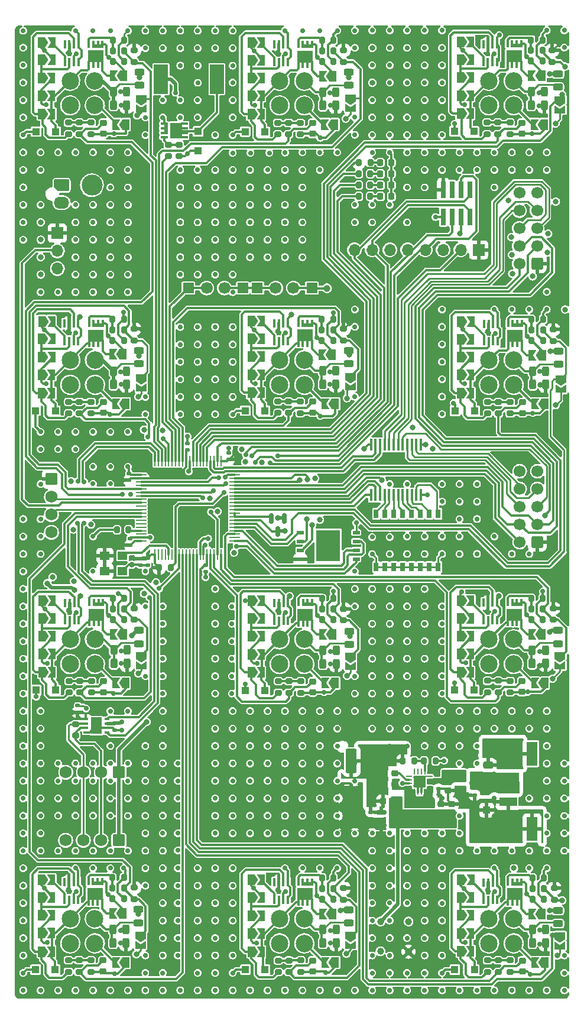
<source format=gtl>
G04 #@! TF.GenerationSoftware,KiCad,Pcbnew,6.0.11-2627ca5db0~126~ubuntu20.04.1*
G04 #@! TF.CreationDate,2023-03-15T01:56:03+01:00*
G04 #@! TF.ProjectId,IOB_V4,494f425f-5634-42e6-9b69-6361645f7063,rev?*
G04 #@! TF.SameCoordinates,Original*
G04 #@! TF.FileFunction,Copper,L1,Top*
G04 #@! TF.FilePolarity,Positive*
%FSLAX46Y46*%
G04 Gerber Fmt 4.6, Leading zero omitted, Abs format (unit mm)*
G04 Created by KiCad (PCBNEW 6.0.11-2627ca5db0~126~ubuntu20.04.1) date 2023-03-15 01:56:03*
%MOMM*%
%LPD*%
G01*
G04 APERTURE LIST*
G04 Aperture macros list*
%AMRoundRect*
0 Rectangle with rounded corners*
0 $1 Rounding radius*
0 $2 $3 $4 $5 $6 $7 $8 $9 X,Y pos of 4 corners*
0 Add a 4 corners polygon primitive as box body*
4,1,4,$2,$3,$4,$5,$6,$7,$8,$9,$2,$3,0*
0 Add four circle primitives for the rounded corners*
1,1,$1+$1,$2,$3*
1,1,$1+$1,$4,$5*
1,1,$1+$1,$6,$7*
1,1,$1+$1,$8,$9*
0 Add four rect primitives between the rounded corners*
20,1,$1+$1,$2,$3,$4,$5,0*
20,1,$1+$1,$4,$5,$6,$7,0*
20,1,$1+$1,$6,$7,$8,$9,0*
20,1,$1+$1,$8,$9,$2,$3,0*%
%AMFreePoly0*
4,1,6,1.000000,0.000000,0.500000,-0.750000,-0.500000,-0.750000,-0.500000,0.750000,0.500000,0.750000,1.000000,0.000000,1.000000,0.000000,$1*%
%AMFreePoly1*
4,1,6,0.500000,-0.750000,-0.650000,-0.750000,-0.150000,0.000000,-0.650000,0.750000,0.500000,0.750000,0.500000,-0.750000,0.500000,-0.750000,$1*%
%AMFreePoly2*
4,1,22,0.945671,0.830970,1.026777,0.776777,1.080970,0.695671,1.100000,0.600000,1.100000,-0.600000,1.080970,-0.695671,1.026777,-0.776777,0.945671,-0.830970,0.850000,-0.850000,-0.450000,-0.850000,-0.545671,-0.830970,-0.626779,-0.776774,-1.026777,-0.376777,-1.080970,-0.295671,-1.100000,-0.200000,-1.100000,0.600000,-1.080970,0.695671,-1.026777,0.776777,-0.945671,0.830970,-0.850000,0.850000,
0.850000,0.850000,0.945671,0.830970,0.945671,0.830970,$1*%
G04 Aperture macros list end*
G04 #@! TA.AperFunction,SMDPad,CuDef*
%ADD10RoundRect,0.243750X-0.456250X0.243750X-0.456250X-0.243750X0.456250X-0.243750X0.456250X0.243750X0*%
G04 #@! TD*
G04 #@! TA.AperFunction,SMDPad,CuDef*
%ADD11RoundRect,0.243750X0.243750X0.456250X-0.243750X0.456250X-0.243750X-0.456250X0.243750X-0.456250X0*%
G04 #@! TD*
G04 #@! TA.AperFunction,SMDPad,CuDef*
%ADD12RoundRect,0.200000X-0.275000X0.200000X-0.275000X-0.200000X0.275000X-0.200000X0.275000X0.200000X0*%
G04 #@! TD*
G04 #@! TA.AperFunction,SMDPad,CuDef*
%ADD13FreePoly0,270.000000*%
G04 #@! TD*
G04 #@! TA.AperFunction,SMDPad,CuDef*
%ADD14FreePoly1,270.000000*%
G04 #@! TD*
G04 #@! TA.AperFunction,SMDPad,CuDef*
%ADD15RoundRect,0.140000X-0.170000X0.140000X-0.170000X-0.140000X0.170000X-0.140000X0.170000X0.140000X0*%
G04 #@! TD*
G04 #@! TA.AperFunction,SMDPad,CuDef*
%ADD16FreePoly0,0.000000*%
G04 #@! TD*
G04 #@! TA.AperFunction,SMDPad,CuDef*
%ADD17FreePoly1,0.000000*%
G04 #@! TD*
G04 #@! TA.AperFunction,SMDPad,CuDef*
%ADD18RoundRect,0.200000X0.275000X-0.200000X0.275000X0.200000X-0.275000X0.200000X-0.275000X-0.200000X0*%
G04 #@! TD*
G04 #@! TA.AperFunction,SMDPad,CuDef*
%ADD19RoundRect,0.200000X-0.200000X-0.275000X0.200000X-0.275000X0.200000X0.275000X-0.200000X0.275000X0*%
G04 #@! TD*
G04 #@! TA.AperFunction,SMDPad,CuDef*
%ADD20R,0.740000X2.400000*%
G04 #@! TD*
G04 #@! TA.AperFunction,SMDPad,CuDef*
%ADD21RoundRect,0.218750X0.218750X0.256250X-0.218750X0.256250X-0.218750X-0.256250X0.218750X-0.256250X0*%
G04 #@! TD*
G04 #@! TA.AperFunction,SMDPad,CuDef*
%ADD22RoundRect,0.140000X0.170000X-0.140000X0.170000X0.140000X-0.170000X0.140000X-0.170000X-0.140000X0*%
G04 #@! TD*
G04 #@! TA.AperFunction,SMDPad,CuDef*
%ADD23RoundRect,0.200000X0.200000X0.275000X-0.200000X0.275000X-0.200000X-0.275000X0.200000X-0.275000X0*%
G04 #@! TD*
G04 #@! TA.AperFunction,SMDPad,CuDef*
%ADD24RoundRect,0.225000X-0.250000X0.225000X-0.250000X-0.225000X0.250000X-0.225000X0.250000X0.225000X0*%
G04 #@! TD*
G04 #@! TA.AperFunction,SMDPad,CuDef*
%ADD25R,0.340000X1.000000*%
G04 #@! TD*
G04 #@! TA.AperFunction,SMDPad,CuDef*
%ADD26R,1.640000X0.500000*%
G04 #@! TD*
G04 #@! TA.AperFunction,SMDPad,CuDef*
%ADD27R,2.290000X1.710000*%
G04 #@! TD*
G04 #@! TA.AperFunction,SMDPad,CuDef*
%ADD28FreePoly0,180.000000*%
G04 #@! TD*
G04 #@! TA.AperFunction,SMDPad,CuDef*
%ADD29FreePoly1,180.000000*%
G04 #@! TD*
G04 #@! TA.AperFunction,SMDPad,CuDef*
%ADD30R,1.000000X0.500000*%
G04 #@! TD*
G04 #@! TA.AperFunction,SMDPad,CuDef*
%ADD31R,3.500000X4.500000*%
G04 #@! TD*
G04 #@! TA.AperFunction,SMDPad,CuDef*
%ADD32R,1.100000X1.100000*%
G04 #@! TD*
G04 #@! TA.AperFunction,SMDPad,CuDef*
%ADD33RoundRect,0.150000X-0.150000X0.587500X-0.150000X-0.587500X0.150000X-0.587500X0.150000X0.587500X0*%
G04 #@! TD*
G04 #@! TA.AperFunction,SMDPad,CuDef*
%ADD34R,0.450000X1.200000*%
G04 #@! TD*
G04 #@! TA.AperFunction,ComponentPad*
%ADD35C,3.000000*%
G04 #@! TD*
G04 #@! TA.AperFunction,SMDPad,CuDef*
%ADD36R,2.000000X4.200000*%
G04 #@! TD*
G04 #@! TA.AperFunction,SMDPad,CuDef*
%ADD37RoundRect,0.250000X0.550000X-1.500000X0.550000X1.500000X-0.550000X1.500000X-0.550000X-1.500000X0*%
G04 #@! TD*
G04 #@! TA.AperFunction,SMDPad,CuDef*
%ADD38RoundRect,0.225000X0.250000X-0.225000X0.250000X0.225000X-0.250000X0.225000X-0.250000X-0.225000X0*%
G04 #@! TD*
G04 #@! TA.AperFunction,SMDPad,CuDef*
%ADD39RoundRect,0.225000X0.225000X0.250000X-0.225000X0.250000X-0.225000X-0.250000X0.225000X-0.250000X0*%
G04 #@! TD*
G04 #@! TA.AperFunction,ComponentPad*
%ADD40FreePoly2,0.000000*%
G04 #@! TD*
G04 #@! TA.AperFunction,ComponentPad*
%ADD41O,2.200000X1.700000*%
G04 #@! TD*
G04 #@! TA.AperFunction,SMDPad,CuDef*
%ADD42R,0.760000X1.270000*%
G04 #@! TD*
G04 #@! TA.AperFunction,ComponentPad*
%ADD43C,1.000000*%
G04 #@! TD*
G04 #@! TA.AperFunction,SMDPad,CuDef*
%ADD44RoundRect,0.150000X-0.587500X-0.150000X0.587500X-0.150000X0.587500X0.150000X-0.587500X0.150000X0*%
G04 #@! TD*
G04 #@! TA.AperFunction,SMDPad,CuDef*
%ADD45RoundRect,0.250000X0.475000X-0.250000X0.475000X0.250000X-0.475000X0.250000X-0.475000X-0.250000X0*%
G04 #@! TD*
G04 #@! TA.AperFunction,ComponentPad*
%ADD46RoundRect,0.250000X0.600000X0.600000X-0.600000X0.600000X-0.600000X-0.600000X0.600000X-0.600000X0*%
G04 #@! TD*
G04 #@! TA.AperFunction,ComponentPad*
%ADD47C,1.700000*%
G04 #@! TD*
G04 #@! TA.AperFunction,SMDPad,CuDef*
%ADD48R,1.000000X0.340000*%
G04 #@! TD*
G04 #@! TA.AperFunction,SMDPad,CuDef*
%ADD49R,0.500000X1.640000*%
G04 #@! TD*
G04 #@! TA.AperFunction,SMDPad,CuDef*
%ADD50R,1.710000X2.290000*%
G04 #@! TD*
G04 #@! TA.AperFunction,SMDPad,CuDef*
%ADD51R,2.540000X1.270000*%
G04 #@! TD*
G04 #@! TA.AperFunction,SMDPad,CuDef*
%ADD52R,1.650000X3.430000*%
G04 #@! TD*
G04 #@! TA.AperFunction,SMDPad,CuDef*
%ADD53R,4.200000X1.400000*%
G04 #@! TD*
G04 #@! TA.AperFunction,SMDPad,CuDef*
%ADD54R,0.450000X1.750000*%
G04 #@! TD*
G04 #@! TA.AperFunction,ComponentPad*
%ADD55RoundRect,0.250000X0.620000X0.620000X-0.620000X0.620000X-0.620000X-0.620000X0.620000X-0.620000X0*%
G04 #@! TD*
G04 #@! TA.AperFunction,ComponentPad*
%ADD56C,1.740000*%
G04 #@! TD*
G04 #@! TA.AperFunction,ComponentPad*
%ADD57R,1.700000X1.700000*%
G04 #@! TD*
G04 #@! TA.AperFunction,ComponentPad*
%ADD58O,1.700000X1.700000*%
G04 #@! TD*
G04 #@! TA.AperFunction,SMDPad,CuDef*
%ADD59R,0.650000X0.350000*%
G04 #@! TD*
G04 #@! TA.AperFunction,SMDPad,CuDef*
%ADD60R,1.550000X2.400000*%
G04 #@! TD*
G04 #@! TA.AperFunction,SMDPad,CuDef*
%ADD61RoundRect,0.062500X0.325000X0.062500X-0.325000X0.062500X-0.325000X-0.062500X0.325000X-0.062500X0*%
G04 #@! TD*
G04 #@! TA.AperFunction,SMDPad,CuDef*
%ADD62RoundRect,0.062500X0.062500X0.325000X-0.062500X0.325000X-0.062500X-0.325000X0.062500X-0.325000X0*%
G04 #@! TD*
G04 #@! TA.AperFunction,ComponentPad*
%ADD63C,0.500000*%
G04 #@! TD*
G04 #@! TA.AperFunction,SMDPad,CuDef*
%ADD64R,1.750000X1.750000*%
G04 #@! TD*
G04 #@! TA.AperFunction,ComponentPad*
%ADD65RoundRect,0.250000X-0.620000X0.620000X-0.620000X-0.620000X0.620000X-0.620000X0.620000X0.620000X0*%
G04 #@! TD*
G04 #@! TA.AperFunction,SMDPad,CuDef*
%ADD66R,1.500000X1.500000*%
G04 #@! TD*
G04 #@! TA.AperFunction,SMDPad,CuDef*
%ADD67R,1.400000X1.200000*%
G04 #@! TD*
G04 #@! TA.AperFunction,SMDPad,CuDef*
%ADD68RoundRect,0.062500X0.062500X-0.675000X0.062500X0.675000X-0.062500X0.675000X-0.062500X-0.675000X0*%
G04 #@! TD*
G04 #@! TA.AperFunction,SMDPad,CuDef*
%ADD69RoundRect,0.062500X0.675000X-0.062500X0.675000X0.062500X-0.675000X0.062500X-0.675000X-0.062500X0*%
G04 #@! TD*
G04 #@! TA.AperFunction,ComponentPad*
%ADD70C,2.500000*%
G04 #@! TD*
G04 #@! TA.AperFunction,ViaPad*
%ADD71C,0.800000*%
G04 #@! TD*
G04 #@! TA.AperFunction,ViaPad*
%ADD72C,0.700000*%
G04 #@! TD*
G04 #@! TA.AperFunction,Conductor*
%ADD73C,0.500000*%
G04 #@! TD*
G04 #@! TA.AperFunction,Conductor*
%ADD74C,0.250000*%
G04 #@! TD*
G04 #@! TA.AperFunction,Conductor*
%ADD75C,0.300000*%
G04 #@! TD*
G04 #@! TA.AperFunction,Conductor*
%ADD76C,0.200000*%
G04 #@! TD*
G04 APERTURE END LIST*
D10*
X148100000Y-37262500D03*
X148100000Y-39137500D03*
X88000000Y-156925000D03*
X88000000Y-158800000D03*
X118100000Y-156962500D03*
X118100000Y-158837500D03*
X148100000Y-157062500D03*
X148100000Y-158937500D03*
X88100000Y-116962500D03*
X88100000Y-118837500D03*
X118200000Y-117062500D03*
X118200000Y-118937500D03*
X148100000Y-116962500D03*
X148100000Y-118837500D03*
X88100000Y-76862500D03*
X88100000Y-78737500D03*
X118100000Y-76862500D03*
X118100000Y-78737500D03*
X148200000Y-76962500D03*
X148200000Y-78837500D03*
X88200000Y-36962500D03*
X88200000Y-38837500D03*
X118100000Y-36962500D03*
X118100000Y-38837500D03*
D11*
X136007500Y-138020000D03*
X134132500Y-138020000D03*
X144262500Y-41720000D03*
X146137500Y-41720000D03*
X146187500Y-39810000D03*
X144312500Y-39810000D03*
X86257500Y-161680000D03*
X84382500Y-161680000D03*
X86257500Y-159775000D03*
X84382500Y-159775000D03*
X116317500Y-161700000D03*
X114442500Y-161700000D03*
X116322500Y-159800000D03*
X114447500Y-159800000D03*
X146317500Y-161700000D03*
X144442500Y-161700000D03*
X146322500Y-159795000D03*
X144447500Y-159795000D03*
X86357500Y-121690000D03*
X84482500Y-121690000D03*
X86357500Y-119750000D03*
X84482500Y-119750000D03*
X116317500Y-121720000D03*
X114442500Y-121720000D03*
X116317500Y-119820000D03*
X114442500Y-119820000D03*
X146297500Y-121670000D03*
X144422500Y-121670000D03*
X146297500Y-119770000D03*
X144422500Y-119770000D03*
X86307500Y-81710000D03*
X84432500Y-81710000D03*
X86317500Y-79810000D03*
X84442500Y-79810000D03*
X116297500Y-81670000D03*
X114422500Y-81670000D03*
X116307500Y-79770000D03*
X114432500Y-79770000D03*
X146347500Y-81720000D03*
X144472500Y-81720000D03*
X146347500Y-79820000D03*
X144472500Y-79820000D03*
X86317500Y-41720000D03*
X84442500Y-41720000D03*
X86317500Y-39820000D03*
X84442500Y-39820000D03*
X116292500Y-41755000D03*
X114417500Y-41755000D03*
X116297500Y-39850000D03*
X114422500Y-39850000D03*
D12*
X147300000Y-33875000D03*
X147300000Y-35525000D03*
X87400000Y-153775000D03*
X87400000Y-155425000D03*
X117400000Y-153875000D03*
X117400000Y-155525000D03*
X147600000Y-153875000D03*
X147600000Y-155525000D03*
X87400000Y-113775000D03*
X87400000Y-115425000D03*
X117400000Y-113875000D03*
X117400000Y-115525000D03*
X147400000Y-113775000D03*
X147400000Y-115425000D03*
X87400000Y-73775000D03*
X87400000Y-75425000D03*
X117400000Y-73775000D03*
X117400000Y-75425000D03*
X147400000Y-73875000D03*
X147400000Y-75525000D03*
X87400000Y-35525000D03*
X87400000Y-33875000D03*
X117400000Y-33875000D03*
X117400000Y-35525000D03*
D13*
X148400000Y-40975000D03*
D14*
X148400000Y-42425000D03*
D13*
X88300000Y-160575000D03*
D14*
X88300000Y-162025000D03*
D13*
X118400000Y-160575000D03*
D14*
X118400000Y-162025000D03*
D13*
X148400000Y-160675000D03*
D14*
X148400000Y-162125000D03*
D13*
X88450000Y-120575000D03*
D14*
X88450000Y-122025000D03*
D13*
X118400000Y-120650000D03*
D14*
X118400000Y-122100000D03*
D13*
X148400000Y-120575000D03*
D14*
X148400000Y-122025000D03*
D13*
X88400000Y-80800000D03*
D14*
X88400000Y-82250000D03*
D13*
X118400000Y-80575000D03*
D14*
X118400000Y-82025000D03*
D13*
X148500000Y-80975000D03*
D14*
X148500000Y-82425000D03*
D13*
X88400000Y-40775000D03*
D14*
X88400000Y-42225000D03*
D13*
X118400000Y-40750000D03*
D14*
X118400000Y-42200000D03*
D15*
X88300000Y-106650000D03*
X88300000Y-107610000D03*
D16*
X134175000Y-152690000D03*
D17*
X135625000Y-152690000D03*
D18*
X137970000Y-45875000D03*
X137970000Y-44225000D03*
D19*
X114295000Y-155410000D03*
X115945000Y-155410000D03*
D20*
X131670000Y-57750000D03*
X131670000Y-53850000D03*
X132940000Y-57750000D03*
X132940000Y-53850000D03*
X134210000Y-57750000D03*
X134210000Y-53850000D03*
X135480000Y-57750000D03*
X135480000Y-53850000D03*
D21*
X124237500Y-54800000D03*
X122662500Y-54800000D03*
D22*
X86800000Y-104760000D03*
X86800000Y-103800000D03*
D23*
X127525000Y-135650000D03*
X125875000Y-135650000D03*
D24*
X82980000Y-84225000D03*
X82980000Y-85775000D03*
D18*
X79490000Y-165835000D03*
X79490000Y-164185000D03*
D16*
X74165000Y-72710000D03*
D17*
X75615000Y-72710000D03*
D18*
X109530000Y-85805000D03*
X109530000Y-84155000D03*
D12*
X81280000Y-124185000D03*
X81280000Y-125835000D03*
D16*
X74205000Y-115220000D03*
D17*
X75655000Y-115220000D03*
D18*
X77970000Y-165835000D03*
X77970000Y-164185000D03*
D16*
X74105000Y-160310000D03*
D17*
X75555000Y-160310000D03*
D25*
X112235000Y-112990000D03*
X112885000Y-112990000D03*
X111585000Y-112990000D03*
D26*
X112235000Y-113240000D03*
D25*
X110935000Y-112990000D03*
X112885000Y-115890000D03*
X111585000Y-115890000D03*
X110935000Y-115890000D03*
D27*
X111910000Y-114735000D03*
D25*
X112235000Y-115890000D03*
D16*
X74135000Y-37820000D03*
D17*
X75585000Y-37820000D03*
D21*
X124237500Y-51550000D03*
X122662500Y-51550000D03*
D18*
X79550000Y-45885000D03*
X79550000Y-44235000D03*
D28*
X86225000Y-124500000D03*
D29*
X84775000Y-124500000D03*
D16*
X74105000Y-162960000D03*
D17*
X75555000Y-162960000D03*
D19*
X144315000Y-72400000D03*
X145965000Y-72400000D03*
D30*
X119200000Y-106735000D03*
X119200000Y-105465000D03*
X119200000Y-104195000D03*
X119200000Y-102925000D03*
X111200000Y-102925000D03*
X111200000Y-104195000D03*
X111200000Y-105465000D03*
X111200000Y-106735000D03*
D31*
X115200000Y-104830000D03*
D23*
X85975000Y-33940000D03*
X84325000Y-33940000D03*
D12*
X111210000Y-84175000D03*
X111210000Y-85825000D03*
D16*
X74145000Y-77790000D03*
D17*
X75595000Y-77790000D03*
D23*
X145925000Y-113860000D03*
X144275000Y-113860000D03*
D24*
X82990000Y-44275000D03*
X82990000Y-45825000D03*
D12*
X141280000Y-84235000D03*
X141280000Y-85885000D03*
D28*
X85825000Y-77400000D03*
D29*
X84375000Y-77400000D03*
D28*
X116225000Y-124500000D03*
D29*
X114775000Y-124500000D03*
D16*
X104125000Y-40400000D03*
D17*
X105575000Y-40400000D03*
D32*
X136132500Y-165530000D03*
X133332500Y-165530000D03*
D16*
X74205000Y-117780000D03*
D17*
X75655000Y-117780000D03*
D16*
X104165000Y-122970000D03*
D17*
X105615000Y-122970000D03*
D16*
X104165000Y-160350000D03*
D17*
X105615000Y-160350000D03*
D16*
X134175000Y-72730000D03*
D17*
X135625000Y-72730000D03*
D28*
X146225000Y-164500000D03*
D29*
X144775000Y-164500000D03*
D33*
X108930000Y-100922500D03*
X107030000Y-100922500D03*
X107980000Y-102797500D03*
D16*
X104165000Y-152680000D03*
D17*
X105615000Y-152680000D03*
D16*
X104135000Y-35270000D03*
D17*
X105585000Y-35270000D03*
D28*
X116225000Y-164500000D03*
D29*
X114775000Y-164500000D03*
D26*
X112215000Y-33265000D03*
D25*
X112215000Y-33015000D03*
X111565000Y-33015000D03*
X112865000Y-33015000D03*
X110915000Y-33015000D03*
D27*
X111890000Y-34760000D03*
D25*
X110915000Y-35915000D03*
X112215000Y-35915000D03*
X112865000Y-35915000D03*
X111565000Y-35915000D03*
D18*
X139540000Y-125815000D03*
X139540000Y-124165000D03*
D28*
X145875000Y-77550000D03*
D29*
X144425000Y-77550000D03*
D18*
X108040000Y-165865000D03*
X108040000Y-164215000D03*
D32*
X136080000Y-45480000D03*
X133280000Y-45480000D03*
D22*
X121275000Y-143955000D03*
X121275000Y-142995000D03*
D19*
X84325000Y-32420000D03*
X85975000Y-32420000D03*
D16*
X104165000Y-117810000D03*
D17*
X105615000Y-117810000D03*
D19*
X114275000Y-72360000D03*
X115925000Y-72360000D03*
D12*
X141260000Y-164205000D03*
X141260000Y-165855000D03*
D28*
X86225000Y-164500000D03*
D29*
X84775000Y-164500000D03*
D28*
X115835000Y-117540000D03*
D29*
X114385000Y-117540000D03*
D16*
X104165000Y-162980000D03*
D17*
X105615000Y-162980000D03*
D19*
X114295000Y-112390000D03*
X115945000Y-112390000D03*
D18*
X138050000Y-85885000D03*
X138050000Y-84235000D03*
D16*
X104165000Y-115250000D03*
D17*
X105615000Y-115250000D03*
D19*
X84945000Y-102530000D03*
X86595000Y-102530000D03*
D16*
X104145000Y-72620000D03*
D17*
X105595000Y-72620000D03*
D34*
X107485000Y-115540000D03*
X108135000Y-115540000D03*
X108785000Y-115540000D03*
X109435000Y-115540000D03*
X109435000Y-113040000D03*
X108785000Y-113040000D03*
X108135000Y-113040000D03*
X107485000Y-113040000D03*
D35*
X81350000Y-53200000D03*
D12*
X111250000Y-164205000D03*
X111250000Y-165855000D03*
D16*
X134105000Y-37800000D03*
D17*
X135555000Y-37800000D03*
D16*
X104165000Y-155230000D03*
D17*
X105615000Y-155230000D03*
D28*
X115805000Y-77500000D03*
D29*
X114355000Y-77500000D03*
D16*
X104165000Y-120360000D03*
D17*
X105615000Y-120360000D03*
D22*
X95040000Y-91100000D03*
X95040000Y-90140000D03*
D16*
X134105000Y-40360000D03*
D17*
X135555000Y-40360000D03*
D22*
X84600000Y-131205000D03*
X84600000Y-130245000D03*
D23*
X85925000Y-73890000D03*
X84275000Y-73890000D03*
D28*
X145790000Y-37550000D03*
D29*
X144340000Y-37550000D03*
D16*
X104125000Y-32730000D03*
D17*
X105575000Y-32730000D03*
D36*
X91250000Y-38000000D03*
X99250000Y-38000000D03*
D28*
X116225000Y-84500000D03*
D29*
X114775000Y-84500000D03*
D25*
X141575000Y-152970000D03*
X142225000Y-152970000D03*
D26*
X142225000Y-153220000D03*
D25*
X142875000Y-152970000D03*
X140925000Y-152970000D03*
X142225000Y-155870000D03*
X140925000Y-155870000D03*
X142875000Y-155870000D03*
X141575000Y-155870000D03*
D27*
X141900000Y-154715000D03*
D23*
X145895000Y-33910000D03*
X144245000Y-33910000D03*
D19*
X119575000Y-53175000D03*
X121225000Y-53175000D03*
D37*
X118500000Y-141250000D03*
X118500000Y-135650000D03*
D19*
X144245000Y-32390000D03*
X145895000Y-32390000D03*
D28*
X145835000Y-117520000D03*
D29*
X144385000Y-117520000D03*
D16*
X104165000Y-157790000D03*
D17*
X105615000Y-157790000D03*
D16*
X134165000Y-155230000D03*
D17*
X135615000Y-155230000D03*
D38*
X132350000Y-139875000D03*
X132350000Y-138325000D03*
D32*
X136170000Y-85500000D03*
X133370000Y-85500000D03*
D25*
X112855000Y-152970000D03*
D26*
X112205000Y-153220000D03*
D25*
X112205000Y-152970000D03*
X111555000Y-152970000D03*
X110905000Y-152970000D03*
X112205000Y-155870000D03*
D27*
X111880000Y-154715000D03*
D25*
X111555000Y-155870000D03*
X112855000Y-155870000D03*
X110905000Y-155870000D03*
D18*
X78020000Y-45885000D03*
X78020000Y-44235000D03*
D28*
X86225000Y-84500000D03*
D29*
X84775000Y-84500000D03*
D39*
X124575000Y-141400000D03*
X123025000Y-141400000D03*
D18*
X138020000Y-125815000D03*
X138020000Y-124165000D03*
X79000000Y-132025000D03*
X79000000Y-130375000D03*
D19*
X84315000Y-112360000D03*
X85965000Y-112360000D03*
X114295000Y-152370000D03*
X115945000Y-152370000D03*
D18*
X92320000Y-49065000D03*
X92320000Y-47415000D03*
D16*
X134145000Y-115200000D03*
D17*
X135595000Y-115200000D03*
D25*
X82855000Y-33000000D03*
D26*
X82205000Y-33250000D03*
D25*
X82205000Y-33000000D03*
X81555000Y-33000000D03*
X80905000Y-33000000D03*
X82205000Y-35900000D03*
D27*
X81880000Y-34745000D03*
D25*
X81555000Y-35900000D03*
X82855000Y-35900000D03*
X80905000Y-35900000D03*
D24*
X82920000Y-164205000D03*
X82920000Y-165755000D03*
D34*
X77425000Y-155500000D03*
X78075000Y-155500000D03*
X78725000Y-155500000D03*
X79375000Y-155500000D03*
X79375000Y-153000000D03*
X78725000Y-153000000D03*
X78075000Y-153000000D03*
X77425000Y-153000000D03*
D40*
X77000000Y-53200000D03*
D41*
X77000000Y-55700000D03*
D23*
X115945000Y-153890000D03*
X114295000Y-153890000D03*
X115945000Y-113910000D03*
X114295000Y-113910000D03*
D28*
X85855000Y-37500000D03*
D29*
X84405000Y-37500000D03*
D16*
X134165000Y-160350000D03*
D17*
X135615000Y-160350000D03*
D18*
X109500000Y-45905000D03*
X109500000Y-44255000D03*
D24*
X112960000Y-84195000D03*
X112960000Y-85745000D03*
D34*
X107455000Y-155530000D03*
X108105000Y-155530000D03*
X108755000Y-155530000D03*
X109405000Y-155530000D03*
X109405000Y-153030000D03*
X108755000Y-153030000D03*
X108105000Y-153030000D03*
X107455000Y-153030000D03*
D42*
X122065000Y-107860000D03*
X123335000Y-107860000D03*
X124605000Y-107860000D03*
X125875000Y-107860000D03*
X127145000Y-107860000D03*
X128415000Y-107860000D03*
X129685000Y-107860000D03*
X130955000Y-107860000D03*
X130955000Y-100240000D03*
X129685000Y-100240000D03*
X128415000Y-100240000D03*
X127145000Y-100240000D03*
X125875000Y-100240000D03*
X124605000Y-100240000D03*
X123335000Y-100240000D03*
X122065000Y-100240000D03*
D19*
X114295000Y-115430000D03*
X115945000Y-115430000D03*
D25*
X112205000Y-72950000D03*
X112855000Y-72950000D03*
X111555000Y-72950000D03*
D26*
X112205000Y-73200000D03*
D25*
X110905000Y-72950000D03*
X112855000Y-75850000D03*
X112205000Y-75850000D03*
X110905000Y-75850000D03*
D27*
X111880000Y-74695000D03*
D25*
X111555000Y-75850000D03*
D19*
X84275000Y-155400000D03*
X85925000Y-155400000D03*
D16*
X104135000Y-37830000D03*
D17*
X105585000Y-37830000D03*
D43*
X126700000Y-158640000D03*
D18*
X139490000Y-45875000D03*
X139490000Y-44225000D03*
D19*
X119575000Y-51550000D03*
X121225000Y-51550000D03*
D16*
X134105000Y-35240000D03*
D17*
X135555000Y-35240000D03*
D28*
X86225000Y-44500000D03*
D29*
X84775000Y-44500000D03*
D28*
X85875000Y-117520000D03*
D29*
X84425000Y-117520000D03*
D16*
X74145000Y-75230000D03*
D17*
X75595000Y-75230000D03*
D23*
X115945000Y-33950000D03*
X114295000Y-33950000D03*
D44*
X122812500Y-142975000D03*
X122812500Y-144875000D03*
X124687500Y-143925000D03*
D19*
X119580000Y-49915000D03*
X121230000Y-49915000D03*
D34*
X77515000Y-115510000D03*
X78165000Y-115510000D03*
X78815000Y-115510000D03*
X79465000Y-115510000D03*
X79465000Y-113010000D03*
X78815000Y-113010000D03*
X78165000Y-113010000D03*
X77515000Y-113010000D03*
D16*
X74115000Y-157760000D03*
D17*
X75565000Y-157760000D03*
D18*
X108040000Y-125875000D03*
X108040000Y-124225000D03*
D19*
X84325000Y-35460000D03*
X85975000Y-35460000D03*
D16*
X134165000Y-162910000D03*
D17*
X135615000Y-162910000D03*
D16*
X74115000Y-152650000D03*
D17*
X75565000Y-152650000D03*
D16*
X74135000Y-42990000D03*
D17*
X75585000Y-42990000D03*
D24*
X142960000Y-44275000D03*
X142960000Y-45825000D03*
D16*
X104175000Y-112710000D03*
D17*
X105625000Y-112710000D03*
D45*
X138100000Y-138125000D03*
X138100000Y-136225000D03*
D28*
X115835000Y-37570000D03*
D29*
X114385000Y-37570000D03*
D16*
X104125000Y-43010000D03*
D17*
X105575000Y-43010000D03*
D19*
X144315000Y-75440000D03*
X145965000Y-75440000D03*
D46*
X145112500Y-64460000D03*
D47*
X142572500Y-64460000D03*
X145112500Y-61920000D03*
X142572500Y-61920000D03*
X145112500Y-59380000D03*
X142572500Y-59380000D03*
X145112500Y-56840000D03*
X142572500Y-56840000D03*
X145112500Y-54300000D03*
X142572500Y-54300000D03*
D16*
X134155000Y-82990000D03*
D17*
X135605000Y-82990000D03*
D19*
X144275000Y-115380000D03*
X145925000Y-115380000D03*
D12*
X81230000Y-84215000D03*
X81230000Y-85865000D03*
D34*
X107475000Y-75490000D03*
X108125000Y-75490000D03*
X108775000Y-75490000D03*
X109425000Y-75490000D03*
X109425000Y-72990000D03*
X108775000Y-72990000D03*
X108125000Y-72990000D03*
X107475000Y-72990000D03*
D32*
X136092500Y-125490000D03*
X133292500Y-125490000D03*
D19*
X114295000Y-35470000D03*
X115945000Y-35470000D03*
D32*
X106142500Y-165520000D03*
X103342500Y-165520000D03*
D29*
X144685000Y-44500000D03*
D28*
X146135000Y-44500000D03*
D32*
X106152500Y-125540000D03*
X103352500Y-125540000D03*
D48*
X91695000Y-45035000D03*
X91695000Y-44385000D03*
D49*
X91945000Y-45035000D03*
D48*
X91695000Y-45685000D03*
X91695000Y-46335000D03*
X94595000Y-45685000D03*
X94595000Y-44385000D03*
X94595000Y-46335000D03*
D50*
X93440000Y-45360000D03*
D48*
X94595000Y-45035000D03*
D16*
X74145000Y-35260000D03*
D17*
X75595000Y-35260000D03*
D21*
X124237500Y-53175000D03*
X122662500Y-53175000D03*
D12*
X141220000Y-44225000D03*
X141220000Y-45875000D03*
D23*
X85925000Y-153880000D03*
X84275000Y-153880000D03*
D34*
X77445000Y-75520000D03*
X78095000Y-75520000D03*
X78745000Y-75520000D03*
X79395000Y-75520000D03*
X79395000Y-73020000D03*
X78745000Y-73020000D03*
X78095000Y-73020000D03*
X77445000Y-73020000D03*
X137515000Y-75540000D03*
X138165000Y-75540000D03*
X138815000Y-75540000D03*
X139465000Y-75540000D03*
X139465000Y-73040000D03*
X138815000Y-73040000D03*
X138165000Y-73040000D03*
X137515000Y-73040000D03*
D16*
X104135000Y-77760000D03*
D17*
X105585000Y-77760000D03*
D43*
X126700000Y-162950000D03*
D18*
X109560000Y-165865000D03*
X109560000Y-164215000D03*
D16*
X134165000Y-157780000D03*
D17*
X135615000Y-157780000D03*
D12*
X141230000Y-124185000D03*
X141230000Y-125835000D03*
D18*
X78060000Y-125845000D03*
X78060000Y-124195000D03*
X139550000Y-165855000D03*
X139550000Y-164205000D03*
D16*
X134165000Y-75260000D03*
D17*
X135615000Y-75260000D03*
D51*
X140980000Y-138500000D03*
X140980000Y-141500000D03*
D52*
X144400000Y-134615000D03*
X144400000Y-145385000D03*
D16*
X104135000Y-75210000D03*
D17*
X105585000Y-75210000D03*
D16*
X104135000Y-82920000D03*
D17*
X105585000Y-82920000D03*
D25*
X82885000Y-72980000D03*
X82235000Y-72980000D03*
D26*
X82235000Y-73230000D03*
D25*
X81585000Y-72980000D03*
X80935000Y-72980000D03*
X82885000Y-75880000D03*
X81585000Y-75880000D03*
X80935000Y-75880000D03*
X82235000Y-75880000D03*
D27*
X81910000Y-74725000D03*
D12*
X81240000Y-44235000D03*
X81240000Y-45885000D03*
D22*
X79300000Y-128680000D03*
X79300000Y-127720000D03*
D16*
X134145000Y-117770000D03*
D17*
X135595000Y-117770000D03*
D53*
X128275000Y-141650000D03*
X128275000Y-144450000D03*
D16*
X74135000Y-82980000D03*
D17*
X75585000Y-82980000D03*
D18*
X78040000Y-85865000D03*
X78040000Y-84215000D03*
D38*
X124725000Y-138975000D03*
X124725000Y-137425000D03*
D24*
X143010000Y-84285000D03*
X143010000Y-85835000D03*
D16*
X134165000Y-80380000D03*
D17*
X135615000Y-80380000D03*
D54*
X128475000Y-90380000D03*
X127825000Y-90380000D03*
X127175000Y-90380000D03*
X126525000Y-90380000D03*
X125875000Y-90380000D03*
X125225000Y-90380000D03*
X124575000Y-90380000D03*
X123925000Y-90380000D03*
X123275000Y-90380000D03*
X122625000Y-90380000D03*
X121975000Y-90380000D03*
X121325000Y-90380000D03*
X121325000Y-97580000D03*
X121975000Y-97580000D03*
X122625000Y-97580000D03*
X123275000Y-97580000D03*
X123925000Y-97580000D03*
X124575000Y-97580000D03*
X125225000Y-97580000D03*
X125875000Y-97580000D03*
X126525000Y-97580000D03*
X127175000Y-97580000D03*
X127825000Y-97580000D03*
X128475000Y-97580000D03*
D18*
X79560000Y-85865000D03*
X79560000Y-84215000D03*
D16*
X134105000Y-42950000D03*
D17*
X135555000Y-42950000D03*
D19*
X144445000Y-155420000D03*
X146095000Y-155420000D03*
X114285000Y-32430000D03*
X115935000Y-32430000D03*
D16*
X74195000Y-122950000D03*
D17*
X75645000Y-122950000D03*
D16*
X134115000Y-122940000D03*
D17*
X135565000Y-122940000D03*
D55*
X85220000Y-137260000D03*
D56*
X82680000Y-137260000D03*
X80140000Y-137260000D03*
X77600000Y-137260000D03*
D57*
X136725000Y-62450000D03*
D58*
X134185000Y-62450000D03*
X131645000Y-62450000D03*
X129105000Y-62450000D03*
X126565000Y-62450000D03*
X124025000Y-62450000D03*
X121485000Y-62450000D03*
X118945000Y-62450000D03*
D59*
X83550000Y-131575000D03*
X83550000Y-130925000D03*
X83550000Y-130275000D03*
X83550000Y-129625000D03*
X80450000Y-129625000D03*
X80450000Y-130275000D03*
X80450000Y-130925000D03*
X80450000Y-131575000D03*
D60*
X82000000Y-130600000D03*
D61*
X129737500Y-139350000D03*
X129737500Y-138850000D03*
X129737500Y-138350000D03*
X129737500Y-137850000D03*
D62*
X129025000Y-137137500D03*
X128525000Y-137137500D03*
X128025000Y-137137500D03*
X127525000Y-137137500D03*
D61*
X126812500Y-137850000D03*
X126812500Y-138350000D03*
X126812500Y-138850000D03*
X126812500Y-139350000D03*
D62*
X127525000Y-140062500D03*
X128025000Y-140062500D03*
X128525000Y-140062500D03*
X129025000Y-140062500D03*
D63*
X127650000Y-139225000D03*
D64*
X128275000Y-138600000D03*
D63*
X128900000Y-137975000D03*
X128900000Y-139225000D03*
X127650000Y-137975000D03*
D28*
X146225000Y-124500000D03*
D29*
X144775000Y-124500000D03*
D32*
X76080000Y-165510000D03*
X73280000Y-165510000D03*
D23*
X145965000Y-73920000D03*
X144315000Y-73920000D03*
D12*
X111280000Y-124235000D03*
X111280000Y-125885000D03*
D65*
X75550000Y-95290000D03*
D56*
X75550000Y-97830000D03*
X75550000Y-100370000D03*
X75550000Y-102910000D03*
D19*
X144275000Y-112340000D03*
X145925000Y-112340000D03*
D22*
X100960000Y-92500000D03*
X100960000Y-91540000D03*
D28*
X146225000Y-84500000D03*
D29*
X144775000Y-84500000D03*
D19*
X128925000Y-135650000D03*
X130575000Y-135650000D03*
D32*
X96550000Y-45500000D03*
X96550000Y-48300000D03*
D28*
X145835000Y-157530000D03*
D29*
X144385000Y-157530000D03*
D34*
X137415000Y-35550000D03*
X138065000Y-35550000D03*
X138715000Y-35550000D03*
X139365000Y-35550000D03*
X139365000Y-33050000D03*
X138715000Y-33050000D03*
X138065000Y-33050000D03*
X137415000Y-33050000D03*
D16*
X74195000Y-120330000D03*
D17*
X75645000Y-120330000D03*
D24*
X112990000Y-164235000D03*
X112990000Y-165785000D03*
D23*
X85965000Y-113880000D03*
X84315000Y-113880000D03*
D55*
X85200000Y-147000000D03*
D56*
X82660000Y-147000000D03*
X80120000Y-147000000D03*
X77580000Y-147000000D03*
D34*
X77475000Y-35540000D03*
X78125000Y-35540000D03*
X78775000Y-35540000D03*
X79425000Y-35540000D03*
X79425000Y-33040000D03*
X78775000Y-33040000D03*
X78125000Y-33040000D03*
X77475000Y-33040000D03*
D16*
X134155000Y-112680000D03*
D17*
X135605000Y-112680000D03*
D57*
X76400000Y-60060000D03*
D58*
X76400000Y-62600000D03*
X76400000Y-65140000D03*
D23*
X115925000Y-73880000D03*
X114275000Y-73880000D03*
D34*
X137465000Y-155540000D03*
X138115000Y-155540000D03*
X138765000Y-155540000D03*
X139415000Y-155540000D03*
X139415000Y-153040000D03*
X138765000Y-153040000D03*
X138115000Y-153040000D03*
X137465000Y-153040000D03*
D24*
X83030000Y-124245000D03*
X83030000Y-125795000D03*
D28*
X85795000Y-157490000D03*
D29*
X84345000Y-157490000D03*
D15*
X89310000Y-106640000D03*
X89310000Y-107600000D03*
D43*
X122675000Y-162900000D03*
D18*
X108010000Y-85805000D03*
X108010000Y-84155000D03*
D32*
X76180000Y-125510000D03*
X73380000Y-125510000D03*
D16*
X74145000Y-32740000D03*
D17*
X75595000Y-32740000D03*
D22*
X130975000Y-139580000D03*
X130975000Y-138620000D03*
D19*
X144245000Y-35430000D03*
X145895000Y-35430000D03*
D16*
X74135000Y-40380000D03*
D17*
X75585000Y-40380000D03*
D43*
X115020000Y-67950000D03*
D19*
X114275000Y-75400000D03*
X115925000Y-75400000D03*
D16*
X74215000Y-112680000D03*
D17*
X75665000Y-112680000D03*
D47*
X100320000Y-67920000D03*
D66*
X102950000Y-67920000D03*
D47*
X97780000Y-67920000D03*
D66*
X95150000Y-67920000D03*
D32*
X76160000Y-45520000D03*
X73360000Y-45520000D03*
D16*
X134135000Y-120320000D03*
D17*
X135585000Y-120320000D03*
D25*
X141625000Y-72995000D03*
D26*
X142275000Y-73245000D03*
D25*
X142925000Y-72995000D03*
X142275000Y-72995000D03*
X140975000Y-72995000D03*
D27*
X141950000Y-74740000D03*
D25*
X141625000Y-75895000D03*
X142275000Y-75895000D03*
X142925000Y-75895000D03*
X140975000Y-75895000D03*
D32*
X106130000Y-85480000D03*
X103330000Y-85480000D03*
D12*
X93870000Y-47415000D03*
X93870000Y-49065000D03*
D15*
X136150000Y-139570000D03*
X136150000Y-140530000D03*
D18*
X79580000Y-125845000D03*
X79580000Y-124195000D03*
D25*
X142185000Y-32980000D03*
D26*
X142185000Y-33230000D03*
D25*
X141535000Y-32980000D03*
X142835000Y-32980000D03*
X140885000Y-32980000D03*
X141535000Y-35880000D03*
X142185000Y-35880000D03*
X142835000Y-35880000D03*
X140885000Y-35880000D03*
D27*
X141860000Y-34725000D03*
D67*
X83210000Y-108440000D03*
X85750000Y-108440000D03*
X85750000Y-106240000D03*
X83210000Y-106240000D03*
D24*
X131325000Y-141825000D03*
X131325000Y-143375000D03*
D34*
X137445000Y-115490000D03*
X138095000Y-115490000D03*
X138745000Y-115490000D03*
X139395000Y-115490000D03*
X139395000Y-112990000D03*
X138745000Y-112990000D03*
X138095000Y-112990000D03*
X137445000Y-112990000D03*
D25*
X142855000Y-112940000D03*
X142205000Y-112940000D03*
D26*
X142205000Y-113190000D03*
D25*
X141555000Y-112940000D03*
X140905000Y-112940000D03*
D27*
X141880000Y-114685000D03*
D25*
X142855000Y-115840000D03*
X140905000Y-115840000D03*
X141555000Y-115840000D03*
X142205000Y-115840000D03*
D24*
X142990000Y-164265000D03*
X142990000Y-165815000D03*
D18*
X109560000Y-125875000D03*
X109560000Y-124225000D03*
D19*
X144445000Y-152380000D03*
X146095000Y-152380000D03*
D24*
X112950000Y-44295000D03*
X112950000Y-45845000D03*
D21*
X124237500Y-49925000D03*
X122662500Y-49925000D03*
D19*
X84275000Y-75410000D03*
X85925000Y-75410000D03*
D32*
X137900000Y-139875000D03*
X137900000Y-142675000D03*
D18*
X138030000Y-165855000D03*
X138030000Y-164205000D03*
D32*
X106110000Y-45530000D03*
X103310000Y-45530000D03*
D18*
X107980000Y-45905000D03*
X107980000Y-44255000D03*
D24*
X112980000Y-124255000D03*
X112980000Y-125805000D03*
X132875000Y-141825000D03*
X132875000Y-143375000D03*
D22*
X86670000Y-95430000D03*
X86670000Y-94470000D03*
D16*
X104135000Y-80330000D03*
D17*
X105585000Y-80330000D03*
D24*
X142960000Y-124205000D03*
X142960000Y-125755000D03*
D18*
X139570000Y-85885000D03*
X139570000Y-84235000D03*
D19*
X119575000Y-54800000D03*
X121225000Y-54800000D03*
D28*
X115835000Y-157530000D03*
D29*
X114385000Y-157530000D03*
D68*
X90350000Y-106107500D03*
X90850000Y-106107500D03*
X91350000Y-106107500D03*
X91850000Y-106107500D03*
X92350000Y-106107500D03*
X92850000Y-106107500D03*
X93350000Y-106107500D03*
X93850000Y-106107500D03*
X94350000Y-106107500D03*
X94850000Y-106107500D03*
X95350000Y-106107500D03*
X95850000Y-106107500D03*
X96350000Y-106107500D03*
X96850000Y-106107500D03*
X97350000Y-106107500D03*
X97850000Y-106107500D03*
X98350000Y-106107500D03*
X98850000Y-106107500D03*
X99350000Y-106107500D03*
X99850000Y-106107500D03*
D69*
X101787500Y-104170000D03*
X101787500Y-103670000D03*
X101787500Y-103170000D03*
X101787500Y-102670000D03*
X101787500Y-102170000D03*
X101787500Y-101670000D03*
X101787500Y-101170000D03*
X101787500Y-100670000D03*
X101787500Y-100170000D03*
X101787500Y-99670000D03*
X101787500Y-99170000D03*
X101787500Y-98670000D03*
X101787500Y-98170000D03*
X101787500Y-97670000D03*
X101787500Y-97170000D03*
X101787500Y-96670000D03*
X101787500Y-96170000D03*
X101787500Y-95670000D03*
X101787500Y-95170000D03*
X101787500Y-94670000D03*
D68*
X99850000Y-92732500D03*
X99350000Y-92732500D03*
X98850000Y-92732500D03*
X98350000Y-92732500D03*
X97850000Y-92732500D03*
X97350000Y-92732500D03*
X96850000Y-92732500D03*
X96350000Y-92732500D03*
X95850000Y-92732500D03*
X95350000Y-92732500D03*
X94850000Y-92732500D03*
X94350000Y-92732500D03*
X93850000Y-92732500D03*
X93350000Y-92732500D03*
X92850000Y-92732500D03*
X92350000Y-92732500D03*
X91850000Y-92732500D03*
X91350000Y-92732500D03*
X90850000Y-92732500D03*
X90350000Y-92732500D03*
D69*
X88412500Y-94670000D03*
X88412500Y-95170000D03*
X88412500Y-95670000D03*
X88412500Y-96170000D03*
X88412500Y-96670000D03*
X88412500Y-97170000D03*
X88412500Y-97670000D03*
X88412500Y-98170000D03*
X88412500Y-98670000D03*
X88412500Y-99170000D03*
X88412500Y-99670000D03*
X88412500Y-100170000D03*
X88412500Y-100670000D03*
X88412500Y-101170000D03*
X88412500Y-101670000D03*
X88412500Y-102170000D03*
X88412500Y-102670000D03*
X88412500Y-103170000D03*
X88412500Y-103670000D03*
X88412500Y-104170000D03*
D16*
X134165000Y-77810000D03*
D17*
X135615000Y-77810000D03*
D25*
X81495000Y-152935000D03*
X82145000Y-152935000D03*
X82795000Y-152935000D03*
D26*
X82145000Y-153185000D03*
D25*
X80845000Y-152935000D03*
D27*
X81820000Y-154680000D03*
D25*
X82795000Y-155835000D03*
X81495000Y-155835000D03*
X82145000Y-155835000D03*
X80845000Y-155835000D03*
X82935000Y-112970000D03*
X81635000Y-112970000D03*
D26*
X82285000Y-113220000D03*
D25*
X82285000Y-112970000D03*
X80985000Y-112970000D03*
X82285000Y-115870000D03*
X80985000Y-115870000D03*
D27*
X81960000Y-114715000D03*
D25*
X81635000Y-115870000D03*
X82935000Y-115870000D03*
D12*
X111220000Y-44265000D03*
X111220000Y-45915000D03*
D28*
X116125000Y-44500000D03*
D29*
X114675000Y-44500000D03*
D23*
X146095000Y-153900000D03*
X144445000Y-153900000D03*
D43*
X122675000Y-158640000D03*
D19*
X84275000Y-152360000D03*
X85925000Y-152360000D03*
D32*
X76100000Y-85480000D03*
X73300000Y-85480000D03*
D34*
X107455000Y-35560000D03*
X108105000Y-35560000D03*
X108755000Y-35560000D03*
X109405000Y-35560000D03*
X109405000Y-33060000D03*
X108755000Y-33060000D03*
X108105000Y-33060000D03*
X107455000Y-33060000D03*
D16*
X74115000Y-155200000D03*
D17*
X75565000Y-155200000D03*
D19*
X90975000Y-107970000D03*
X92625000Y-107970000D03*
D16*
X74135000Y-80350000D03*
D17*
X75585000Y-80350000D03*
D15*
X97610000Y-107580000D03*
X97610000Y-108540000D03*
D12*
X81200000Y-164175000D03*
X81200000Y-165825000D03*
D16*
X134115000Y-32680000D03*
D17*
X135565000Y-32680000D03*
D19*
X84275000Y-72370000D03*
X85925000Y-72370000D03*
D66*
X105050000Y-67920000D03*
D47*
X107680000Y-67920000D03*
X110220000Y-67920000D03*
D66*
X112850000Y-67920000D03*
D46*
X145152500Y-104310000D03*
D47*
X142612500Y-104310000D03*
X145152500Y-101770000D03*
X142612500Y-101770000D03*
X145152500Y-99230000D03*
X142612500Y-99230000D03*
X145152500Y-96690000D03*
X142612500Y-96690000D03*
X145152500Y-94150000D03*
X142612500Y-94150000D03*
D19*
X84315000Y-115400000D03*
X85965000Y-115400000D03*
D70*
X111777767Y-118232233D03*
X108242233Y-118232233D03*
X108242233Y-121767767D03*
X111777767Y-121767767D03*
X111767767Y-158232233D03*
X108232233Y-158232233D03*
X108232233Y-161767767D03*
X111767767Y-161767767D03*
X141767767Y-38232233D03*
X138232233Y-38232233D03*
X138232233Y-41767767D03*
X141767767Y-41767767D03*
X81777767Y-118232233D03*
X78242233Y-118232233D03*
X78242233Y-121767767D03*
X81777767Y-121767767D03*
X141767767Y-78242233D03*
X138232233Y-78242233D03*
X138232233Y-81777767D03*
X141767767Y-81777767D03*
X81767767Y-158232233D03*
X78232233Y-158232233D03*
X78232233Y-161767767D03*
X81767767Y-161767767D03*
X81767767Y-38232233D03*
X78232233Y-38232233D03*
X78232233Y-41767767D03*
X81767767Y-41767767D03*
X111767767Y-38232233D03*
X108232233Y-38232233D03*
X108232233Y-41767767D03*
X111767767Y-41767767D03*
X111767767Y-78232233D03*
X108232233Y-78232233D03*
X108232233Y-81767767D03*
X111767767Y-81767767D03*
X141767767Y-118232233D03*
X138232233Y-118232233D03*
X138232233Y-121767767D03*
X141767767Y-121767767D03*
X81777767Y-78232233D03*
X78242233Y-78232233D03*
X78242233Y-81767767D03*
X81777767Y-81767767D03*
X141767767Y-158232233D03*
X138232233Y-158232233D03*
X138232233Y-161767767D03*
X141767767Y-161767767D03*
D71*
X141400000Y-87650000D03*
X149150000Y-71000000D03*
X147800000Y-55550000D03*
X147750000Y-54200000D03*
X127800000Y-118500000D03*
X125200000Y-158550000D03*
X130250000Y-158500000D03*
X147850000Y-145900000D03*
X145600000Y-81750000D03*
X129900000Y-78700000D03*
X127800000Y-38500000D03*
X87700000Y-163350000D03*
X117800000Y-163250000D03*
X148049500Y-163500000D03*
X147324500Y-123852719D03*
X117900000Y-123450000D03*
X88000000Y-83500000D03*
X117900000Y-83700000D03*
X147774500Y-84700000D03*
X147749500Y-44350000D03*
X117700000Y-43650000D03*
X88000000Y-123100000D03*
X145509500Y-122000000D03*
X87650000Y-125050000D03*
X84800000Y-104450000D03*
X71050000Y-107350000D03*
X76400000Y-107400000D03*
X73450000Y-107150000D03*
X74850000Y-104850000D03*
X87400000Y-49700000D03*
X87500000Y-45550000D03*
X122900000Y-146200000D03*
X120250000Y-143850000D03*
X120250000Y-144900000D03*
X78550000Y-128700000D03*
X148800000Y-152250000D03*
X79300000Y-54550000D03*
X79050000Y-51650000D03*
X147550500Y-112600000D03*
X149200000Y-72900000D03*
X147300000Y-72600000D03*
X97500000Y-111500000D03*
X87800000Y-108900000D03*
X92900000Y-111100000D03*
X118800000Y-152600000D03*
X78800000Y-109900000D03*
X75700000Y-109300000D03*
X74950000Y-110200000D03*
X78847964Y-111188009D03*
X148702071Y-40211797D03*
X149100000Y-36200000D03*
X87800000Y-43200000D03*
X148700000Y-155600000D03*
X147324006Y-160621221D03*
X146950500Y-157059312D03*
X116950000Y-157100000D03*
X88000000Y-157600000D03*
X87100000Y-117700000D03*
X118300000Y-117800000D03*
X146934500Y-117174856D03*
X146974500Y-76948209D03*
D72*
X115469500Y-79941744D03*
X85479500Y-79941744D03*
X145509500Y-79880000D03*
D71*
X88100000Y-77650500D03*
X118200000Y-77500000D03*
X146889500Y-37250000D03*
X118100000Y-37750500D03*
X88200000Y-37750500D03*
X87800000Y-112700000D03*
X88500000Y-73800000D03*
X118185808Y-72991485D03*
D72*
X79000000Y-58500000D03*
X79000000Y-56000000D03*
X79000000Y-61000000D03*
X81500000Y-58500000D03*
X81500000Y-56000000D03*
X81500000Y-61000000D03*
D71*
X139850000Y-139750000D03*
D72*
X145484500Y-159840000D03*
X115479500Y-120010000D03*
X85519500Y-119910000D03*
X115460000Y-39970000D03*
X145459500Y-120010000D03*
X145429500Y-39970000D03*
X93320000Y-39960000D03*
X115484500Y-159931744D03*
X85479500Y-39820000D03*
X85419500Y-159910000D03*
X79000000Y-135990000D03*
X101500000Y-56000000D03*
X131500000Y-70980000D03*
X101500000Y-146000000D03*
X109000000Y-138500000D03*
D71*
X87060000Y-107560000D03*
D72*
X79000000Y-91000000D03*
X99000000Y-86000000D03*
X94000000Y-36070000D03*
X124000000Y-48500000D03*
X139000000Y-131000000D03*
X144505000Y-85835000D03*
X124000000Y-113500000D03*
X101500000Y-41000000D03*
D71*
X88800000Y-111700000D03*
D72*
X126500000Y-111000000D03*
X101500000Y-153500000D03*
X146500000Y-133500000D03*
X74000000Y-56000000D03*
X96500000Y-156000000D03*
X114000000Y-143500000D03*
X121500000Y-166000000D03*
X94000000Y-58500000D03*
X144350000Y-45800000D03*
X131500000Y-121000000D03*
X81500000Y-63500000D03*
X131510000Y-98510000D03*
X99000000Y-31070000D03*
X71500000Y-58500000D03*
X88999500Y-113500000D03*
X101500000Y-61000000D03*
D71*
X105700000Y-92890500D03*
D72*
X129000000Y-51000000D03*
X134000000Y-51000000D03*
X101500000Y-78500000D03*
X91500000Y-128500000D03*
X129000000Y-151000000D03*
X149000000Y-148500000D03*
X134000000Y-128500000D03*
X139700000Y-31700000D03*
X95230000Y-94180000D03*
X84000000Y-148500000D03*
X71500000Y-146000000D03*
X131500000Y-96000000D03*
X94000000Y-31070000D03*
X96500000Y-36070000D03*
X86500000Y-148500000D03*
X96500000Y-158500000D03*
X121500000Y-156000000D03*
D71*
X109960000Y-71750000D03*
D72*
X81500000Y-88500000D03*
X104000000Y-61000000D03*
X71500000Y-116000000D03*
X91500000Y-133500000D03*
X86500000Y-66000000D03*
X129000000Y-43500000D03*
X119000000Y-31040000D03*
X124000000Y-166000000D03*
D71*
X78700000Y-102500000D03*
D72*
X86500000Y-31070000D03*
X106500000Y-61000000D03*
X144000000Y-141000000D03*
X126500000Y-58500000D03*
X131500000Y-46000000D03*
X124000000Y-146000000D03*
X149000000Y-141000000D03*
X71500000Y-51000000D03*
X134000000Y-101000000D03*
D71*
X88800000Y-88200000D03*
D72*
X81500000Y-108500000D03*
X124000000Y-153510000D03*
X104000000Y-140990000D03*
X131500000Y-141000000D03*
X76500000Y-88500000D03*
X146500000Y-48500000D03*
X96500000Y-163500000D03*
X121500000Y-118500000D03*
X71500000Y-111000000D03*
X101500000Y-58500000D03*
X79000000Y-168500000D03*
D71*
X74000000Y-66000000D03*
D72*
X129000000Y-41000000D03*
X124000000Y-111000000D03*
X111500000Y-133500000D03*
X119000000Y-146000000D03*
X116500000Y-48500000D03*
X119000000Y-73480000D03*
X144000000Y-51000000D03*
X136500000Y-48500000D03*
X86500000Y-48500000D03*
X119000000Y-126000000D03*
X109000000Y-168500000D03*
X111500000Y-61000000D03*
X111500000Y-146000000D03*
X146500000Y-136000000D03*
X91500000Y-151000000D03*
X144000000Y-128500000D03*
X99000000Y-81000000D03*
X136500000Y-136000000D03*
X89000000Y-141000000D03*
X71500000Y-56000000D03*
X101500000Y-133500000D03*
X76500000Y-48500000D03*
X131500000Y-153510000D03*
X146500000Y-128500000D03*
X139000000Y-48500000D03*
X129000000Y-33520000D03*
X94000000Y-66000000D03*
X104000000Y-51000000D03*
X91500000Y-163500000D03*
X131500000Y-158500000D03*
X97549500Y-104720000D03*
X84000000Y-88500000D03*
X95049214Y-89169966D03*
X119000000Y-43480000D03*
X86500000Y-63500000D03*
X84600000Y-166150500D03*
X149000000Y-146000000D03*
X74000000Y-138490000D03*
X71500000Y-131010000D03*
X111500000Y-31040000D03*
X81500000Y-93500000D03*
X71500000Y-126000000D03*
X101500000Y-38500000D03*
D71*
X78381083Y-95598697D03*
D72*
X94000000Y-51000000D03*
X93650500Y-135990000D03*
X96500000Y-51000000D03*
X71500000Y-121000000D03*
X129000000Y-46000000D03*
X96500000Y-63500000D03*
X134000000Y-143500000D03*
X129000000Y-126000000D03*
X124000000Y-46000000D03*
X91500000Y-126000000D03*
X81500000Y-68500000D03*
X119000000Y-136000000D03*
X94000000Y-43500000D03*
X106500000Y-63500000D03*
X124000000Y-156000000D03*
X71500000Y-61000000D03*
X129000000Y-128500000D03*
X114000000Y-48500000D03*
X111500000Y-51000000D03*
X106500000Y-168500000D03*
X129000000Y-131000000D03*
X99000000Y-151000000D03*
X74000000Y-88500000D03*
X91500000Y-148500000D03*
X121500000Y-153510000D03*
X124000000Y-158500000D03*
X121500000Y-128500000D03*
X126500000Y-133500000D03*
X84000000Y-140990000D03*
X111500000Y-141000000D03*
X79000000Y-66000000D03*
X115950000Y-111330000D03*
X129000000Y-106000000D03*
X99000000Y-168500000D03*
X114000000Y-136000000D03*
X99000000Y-135990000D03*
X121500000Y-103589500D03*
X126500000Y-148500000D03*
X121500000Y-58500000D03*
X130550000Y-57750000D03*
X146500000Y-151000000D03*
X85600000Y-131200000D03*
X74000000Y-91000000D03*
X81500000Y-138490000D03*
X99000000Y-83500000D03*
X91500000Y-123500000D03*
X74000000Y-131000000D03*
X109000000Y-128500000D03*
X91500000Y-138490000D03*
X91500000Y-116000000D03*
X104000000Y-58500000D03*
X101500000Y-166000000D03*
X131500000Y-148500000D03*
X106500000Y-145990000D03*
X141500000Y-106000000D03*
X99000000Y-138490000D03*
X81500000Y-48500000D03*
X81500000Y-135990000D03*
X76500000Y-148500000D03*
X131500000Y-31020000D03*
X139000000Y-168500000D03*
X136500000Y-98500000D03*
X114000000Y-151000000D03*
X94000000Y-33570000D03*
X74000000Y-133500000D03*
X121500000Y-146000000D03*
X71500000Y-148500000D03*
X101400500Y-121000000D03*
X126500000Y-53500000D03*
X99000000Y-128500000D03*
X74000000Y-168500000D03*
X133280000Y-44390000D03*
X71500000Y-163500000D03*
X80520000Y-128120000D03*
X86500000Y-61000000D03*
X103309011Y-112710000D03*
X121500000Y-131000000D03*
X101500000Y-131000000D03*
X94000000Y-76000000D03*
X136500000Y-148500000D03*
X129000000Y-133500000D03*
X149000000Y-166000000D03*
X145925000Y-111365000D03*
X141500000Y-148500000D03*
X85900000Y-71400000D03*
X131500000Y-146000000D03*
X131500000Y-123500000D03*
X101500000Y-168500000D03*
X121500000Y-111000000D03*
X146500000Y-138500000D03*
X139000000Y-143500000D03*
D71*
X91500000Y-88300000D03*
D72*
X79000000Y-143490000D03*
X99000000Y-53500000D03*
X89000000Y-148500000D03*
D71*
X139620000Y-112010000D03*
D72*
X124000000Y-33520000D03*
X126500000Y-113500000D03*
D71*
X120370000Y-90920000D03*
D72*
X101501638Y-48569500D03*
X71500000Y-138500000D03*
X81500000Y-31070000D03*
X119000000Y-123500000D03*
X134609648Y-153930352D03*
X106500000Y-51000000D03*
D71*
X141000000Y-55350000D03*
D72*
X136500000Y-168500000D03*
X81500000Y-168500000D03*
X126500000Y-36020000D03*
X101500000Y-143500000D03*
X121500000Y-48500000D03*
X116500000Y-128500000D03*
X139000000Y-70980000D03*
X124000000Y-38500000D03*
X134489648Y-33880352D03*
X99000000Y-63500000D03*
D71*
X146700000Y-60150000D03*
D72*
X101500000Y-156000000D03*
X149000000Y-168500000D03*
X89700000Y-103650000D03*
X84000000Y-138490000D03*
X131500000Y-161000000D03*
X101500000Y-76000000D03*
X86500000Y-138490000D03*
X131500000Y-43500000D03*
X114850000Y-165980500D03*
X81500000Y-66000000D03*
X89000000Y-166000000D03*
X146500000Y-143500000D03*
X96500000Y-166000000D03*
X101500000Y-158500000D03*
X91500000Y-161000000D03*
D71*
X130200000Y-90900000D03*
D72*
X79000000Y-31070000D03*
D71*
X81200000Y-101800000D03*
D72*
X71500000Y-155990000D03*
X124000000Y-56000000D03*
X81500000Y-140990000D03*
X101400500Y-126000000D03*
X121500000Y-136000000D03*
X96500000Y-83500000D03*
X131500000Y-163500000D03*
X134000000Y-133500000D03*
X109000000Y-31040000D03*
X99000000Y-163500000D03*
X89000000Y-146000000D03*
X99000000Y-133500000D03*
X124000000Y-128500000D03*
X146500000Y-146000000D03*
X89000000Y-46000000D03*
X106500000Y-133500000D03*
X71500000Y-46000000D03*
X124000000Y-123500000D03*
X84000000Y-63500000D03*
X84000000Y-133500000D03*
X126500000Y-43500000D03*
X129000000Y-48500000D03*
X131500000Y-75980000D03*
X131500000Y-85980000D03*
D71*
X74000000Y-63500000D03*
D72*
X124000000Y-168500000D03*
X71500000Y-38500000D03*
X97630000Y-109350000D03*
X146500000Y-51000000D03*
X121500000Y-141000000D03*
X129000000Y-123500000D03*
X109000000Y-135990000D03*
X74000000Y-68500000D03*
X71500000Y-31070000D03*
X111500000Y-58500000D03*
X91500000Y-153500000D03*
X114000000Y-146000000D03*
X139000000Y-53500000D03*
X106757106Y-48569500D03*
X101500000Y-161000000D03*
X144000000Y-48500000D03*
X131500000Y-116000000D03*
X116500000Y-136000000D03*
X119000000Y-33520000D03*
X71500000Y-161000000D03*
X99000000Y-51000000D03*
X96500000Y-81000000D03*
X131500000Y-151000000D03*
X121500000Y-158500000D03*
X109000000Y-141000000D03*
X109000000Y-61000000D03*
X89000000Y-138500000D03*
X96500000Y-56000000D03*
X84000000Y-61000000D03*
X99000000Y-78500000D03*
X126500000Y-118500000D03*
X99000000Y-73500000D03*
X101500000Y-36070000D03*
X71500000Y-48500000D03*
X134000000Y-148500000D03*
X96500000Y-153500000D03*
X95030374Y-48708869D03*
X84000000Y-168500000D03*
X126500000Y-121000000D03*
X131500000Y-41000000D03*
X126500000Y-106000000D03*
X116500000Y-146000000D03*
X131500000Y-36020000D03*
X99000000Y-61000000D03*
X139000000Y-151000000D03*
X73999500Y-96000000D03*
X96500000Y-78500000D03*
X114000000Y-51000000D03*
X109004622Y-150995378D03*
X111500000Y-151000000D03*
X98999500Y-113500000D03*
D71*
X102800000Y-91000000D03*
D72*
X121500000Y-148500000D03*
D71*
X101700000Y-105800000D03*
D72*
X89000000Y-123500000D03*
X76500000Y-140990000D03*
D71*
X98200000Y-98050500D03*
D72*
X129000000Y-153500000D03*
X106500000Y-58500000D03*
X71500000Y-106000000D03*
X129000000Y-36020000D03*
X116500000Y-138500000D03*
X83950000Y-86020500D03*
X99000000Y-126000000D03*
X129000000Y-148500000D03*
X144000000Y-168500000D03*
X131500000Y-166000000D03*
X114050000Y-86250000D03*
X119000000Y-111000000D03*
X96500000Y-86000000D03*
X124000000Y-116000000D03*
X99000000Y-76000000D03*
X96500000Y-76000000D03*
X129000000Y-146000000D03*
X131500000Y-51000000D03*
X101500000Y-151000000D03*
X94000000Y-81000000D03*
X93650000Y-148450000D03*
X96500000Y-73500000D03*
X106500000Y-56000000D03*
X74649648Y-113920352D03*
X134000000Y-131000000D03*
X94000000Y-63500000D03*
X93650500Y-143490000D03*
X89000000Y-168500000D03*
X131500000Y-131000000D03*
X134000000Y-141000000D03*
X71500000Y-133500000D03*
X146500000Y-168500000D03*
D71*
X99350000Y-99900000D03*
D72*
X133140000Y-84380000D03*
X81500000Y-150990000D03*
X99000000Y-153500000D03*
X131500000Y-128500000D03*
X91500000Y-118500000D03*
X134000000Y-98500000D03*
X121500000Y-113500000D03*
X86500000Y-68500000D03*
X84000000Y-53500000D03*
X84000000Y-128500000D03*
X86500000Y-88500000D03*
X91500000Y-135990000D03*
X124000000Y-126000000D03*
X88999500Y-108500000D03*
X93650500Y-151000000D03*
X74534648Y-33905352D03*
X109000000Y-51000000D03*
X94000000Y-53500000D03*
X126500000Y-166000000D03*
D71*
X90500000Y-110100000D03*
D72*
X96500000Y-41000000D03*
X139000000Y-146000000D03*
X84000000Y-143490000D03*
X84000000Y-93500000D03*
X94000000Y-41000000D03*
X111500000Y-136000000D03*
X121500000Y-123500000D03*
X111500000Y-63500000D03*
X96500000Y-66000000D03*
X141500000Y-48500000D03*
X106500000Y-135990000D03*
X85140000Y-111660000D03*
X93650000Y-161000000D03*
X96500000Y-53500000D03*
X74000000Y-51000000D03*
X71500000Y-168500000D03*
X124000000Y-163500000D03*
X126500000Y-156000000D03*
D71*
X74000000Y-61000000D03*
D72*
X99000000Y-116000000D03*
X79000000Y-68500000D03*
X96500000Y-43500000D03*
X101500000Y-141000000D03*
X124000000Y-121000000D03*
D71*
X121500000Y-38500000D03*
D72*
X101500000Y-73500000D03*
X143755000Y-125755000D03*
X124000000Y-131000000D03*
X119000000Y-83480000D03*
X79000000Y-88500000D03*
X109000000Y-58500000D03*
X129000000Y-116000000D03*
X74549648Y-73890352D03*
D71*
X127300000Y-87900000D03*
D72*
X91500000Y-43500000D03*
X126500000Y-116000000D03*
X103360000Y-124610000D03*
X114000000Y-128500000D03*
X79000000Y-140990000D03*
X71500000Y-166000000D03*
X86500000Y-135990000D03*
X93650000Y-163500000D03*
X104000000Y-53500000D03*
X81500000Y-148500000D03*
X84000000Y-56000000D03*
X101500000Y-66000000D03*
X106500000Y-128500000D03*
X93650500Y-138490000D03*
X144100000Y-166200000D03*
D71*
X79690000Y-112040000D03*
D72*
X136500000Y-131000000D03*
X119000000Y-56000000D03*
X91500000Y-156000000D03*
X100433330Y-95003704D03*
X86500000Y-141000000D03*
X71500000Y-123500000D03*
X144000000Y-148500000D03*
X111500000Y-168500000D03*
X81500000Y-95970500D03*
X129000000Y-161000000D03*
D71*
X141500000Y-63150000D03*
D72*
X91500000Y-31070000D03*
X84000000Y-68500000D03*
X116500000Y-133500000D03*
X73390000Y-126450000D03*
X99000000Y-158500000D03*
X74000000Y-140990000D03*
D71*
X141450000Y-60650000D03*
D72*
X126500000Y-51000000D03*
X71500000Y-113500000D03*
X121500000Y-31020000D03*
X111500000Y-143500000D03*
X116480989Y-150990000D03*
X94000000Y-56000000D03*
X131500000Y-113500000D03*
X129000000Y-166000000D03*
X76500000Y-143490000D03*
X73999500Y-101000000D03*
X124000000Y-31020000D03*
X79000000Y-148500000D03*
X91499500Y-113500000D03*
X89000000Y-133500000D03*
X134000000Y-168500000D03*
X119000000Y-108500000D03*
X71500000Y-103500000D03*
X149000000Y-138500000D03*
X93650000Y-156000000D03*
X104000000Y-138490000D03*
X124000000Y-41000000D03*
X104000000Y-168500000D03*
X121500000Y-138500000D03*
X99000000Y-56000000D03*
X126500000Y-33520000D03*
X129000000Y-111000000D03*
X101400000Y-113500000D03*
X126500000Y-131000000D03*
D71*
X103300000Y-92800000D03*
D72*
X131500000Y-38500000D03*
X79000000Y-48500000D03*
X100990000Y-90867055D03*
X99000000Y-143500000D03*
X86500000Y-143500000D03*
X96500000Y-168500000D03*
X74000000Y-106000000D03*
X101500000Y-135990000D03*
X99000000Y-123500000D03*
X121500000Y-41000000D03*
X149000000Y-31020000D03*
X124000000Y-133500000D03*
X146500000Y-141000000D03*
X76500000Y-68500000D03*
X131500000Y-156010000D03*
X119000000Y-113500000D03*
X126500000Y-41000000D03*
X136500000Y-96000000D03*
X126500000Y-153500000D03*
X83992606Y-95970500D03*
X129000000Y-168500000D03*
X71500000Y-128510000D03*
X114000000Y-31040000D03*
X146500000Y-68480000D03*
X71500000Y-108500000D03*
X76500000Y-91000000D03*
X119000000Y-168500000D03*
X136500000Y-106000000D03*
X101500000Y-83500000D03*
X99000000Y-66000000D03*
X121500000Y-106000000D03*
X124000000Y-161000000D03*
X136500000Y-133500000D03*
X91500000Y-158500000D03*
X141500000Y-133500000D03*
D71*
X141800000Y-151000000D03*
D72*
X131500000Y-83480000D03*
X84000000Y-58500000D03*
X136500000Y-143500000D03*
X101500000Y-51000000D03*
X91500000Y-145990000D03*
X111500000Y-48500000D03*
X93650500Y-140990000D03*
X129000000Y-121000000D03*
X89000000Y-143500000D03*
X71500000Y-36000000D03*
X104051558Y-48569500D03*
X71500000Y-41000000D03*
X71500000Y-141000000D03*
X104000000Y-145990000D03*
X115900000Y-71489500D03*
X134000000Y-48500000D03*
X109000000Y-53500000D03*
X129000000Y-156000000D03*
X119000000Y-58500000D03*
X146500000Y-148500000D03*
X116500000Y-131000000D03*
X94000000Y-168500000D03*
D71*
X109640000Y-112060000D03*
D72*
X111500000Y-56000000D03*
X94000000Y-78500000D03*
D71*
X141550000Y-65850000D03*
D72*
X71500000Y-143500000D03*
X134000000Y-106000000D03*
X98999500Y-111000000D03*
X139000000Y-133500000D03*
X101500000Y-128500000D03*
X74000000Y-128500000D03*
X101500000Y-68500000D03*
X139000000Y-141000000D03*
X96500000Y-61000000D03*
X99000000Y-166000000D03*
X101500000Y-46000000D03*
X134320000Y-111450000D03*
X109000000Y-143500000D03*
X131500000Y-33520000D03*
X91500000Y-121000000D03*
X96500000Y-151000000D03*
X144000000Y-131000000D03*
X134000000Y-103500000D03*
X96500000Y-161000000D03*
X89000000Y-33570000D03*
X126500000Y-46000000D03*
X126500000Y-146000000D03*
X104000000Y-131000000D03*
X89000000Y-136000000D03*
X101500000Y-138500000D03*
X111500000Y-138500000D03*
X91500000Y-41000000D03*
X109000000Y-133500000D03*
X124000000Y-96000000D03*
X121500000Y-121000000D03*
X79000000Y-150990000D03*
X84000000Y-135990000D03*
X93650500Y-145990000D03*
X99000000Y-161000000D03*
X121500000Y-36020000D03*
X114605000Y-125805000D03*
X106500000Y-131000000D03*
X86500000Y-58500000D03*
X81500000Y-143490000D03*
X126500000Y-103500000D03*
X101400500Y-123500000D03*
X109000000Y-131000000D03*
X119000000Y-70980000D03*
X124000000Y-106000000D03*
X124000000Y-118500000D03*
X101500000Y-43500000D03*
X129000000Y-118500000D03*
X131500000Y-168500000D03*
D71*
X121500000Y-33520000D03*
D72*
X126500000Y-96000000D03*
X104564648Y-33955352D03*
X104504648Y-153825352D03*
X84000000Y-48500000D03*
X89000000Y-43500000D03*
X121500000Y-56000000D03*
X96500000Y-31070000D03*
X121500000Y-126000000D03*
X74000000Y-145990000D03*
X101500000Y-33570000D03*
X114050000Y-46400000D03*
X141500000Y-131000000D03*
X119000000Y-45980000D03*
X84400000Y-125950000D03*
X124000000Y-43500000D03*
X136500000Y-128500000D03*
X96500000Y-58500000D03*
X96520179Y-38519500D03*
X101500000Y-31070000D03*
X121500000Y-151000000D03*
X89000000Y-31070000D03*
X86500000Y-93500000D03*
X84000000Y-31070000D03*
X91500000Y-140990000D03*
X124000000Y-151000000D03*
X129000000Y-53500000D03*
X101500000Y-81000000D03*
X121500000Y-46000000D03*
X116500000Y-168500000D03*
X131500000Y-73480000D03*
X96500000Y-33570000D03*
X91500000Y-168500000D03*
X86500000Y-56000000D03*
X71500000Y-151000000D03*
X76500000Y-135990000D03*
X126500000Y-31020000D03*
X94000000Y-61000000D03*
X136500000Y-146000000D03*
X129000000Y-158500000D03*
X126500000Y-128500000D03*
X149000000Y-163500000D03*
X81500000Y-103500000D03*
X104000000Y-56000000D03*
X146500000Y-131000000D03*
X134000000Y-146000000D03*
X99000000Y-141000000D03*
X79000000Y-63500000D03*
X131500000Y-133500000D03*
X89000000Y-151000000D03*
X129000000Y-103500000D03*
X126500000Y-151000000D03*
X109000000Y-63500000D03*
X106500000Y-53500000D03*
D71*
X79640000Y-72040000D03*
D72*
X79000000Y-138490000D03*
X101500000Y-53500000D03*
X119200000Y-101550000D03*
X116500000Y-31040000D03*
X144000000Y-151000000D03*
X86900000Y-97450000D03*
X86500000Y-53500000D03*
X99000000Y-33570000D03*
X131500000Y-78480000D03*
X93650500Y-153500000D03*
X101500000Y-86000000D03*
X126500000Y-38500000D03*
X136500000Y-51000000D03*
D71*
X144500000Y-66250000D03*
D72*
X101400500Y-116000000D03*
X119000000Y-138500000D03*
D71*
X109020000Y-102670000D03*
D72*
X116500000Y-141000000D03*
D71*
X114000000Y-101100000D03*
D72*
X126500000Y-48500000D03*
X121500000Y-43500000D03*
X89000000Y-83500000D03*
X73999500Y-103500000D03*
X116500000Y-143500000D03*
X99000000Y-121000000D03*
X74000000Y-135990000D03*
X86500000Y-168500000D03*
X129000000Y-31020000D03*
X99000000Y-46000000D03*
X91500000Y-143490000D03*
X101500000Y-163500000D03*
X76500000Y-168500000D03*
X111500000Y-128500000D03*
X71500000Y-101010000D03*
D71*
X113300000Y-95200000D03*
D72*
X141500000Y-128500000D03*
X131500000Y-106000000D03*
X141500000Y-51000000D03*
X126500000Y-123500000D03*
X86500000Y-51000000D03*
X141500000Y-146000000D03*
X74000000Y-143490000D03*
X144000000Y-106000000D03*
X139000000Y-103500000D03*
X99000000Y-58500000D03*
X124000000Y-36020000D03*
X144000000Y-70980000D03*
X114000000Y-133500000D03*
X109000000Y-146000000D03*
X89000000Y-153500000D03*
X124000000Y-148500000D03*
X126500000Y-126000000D03*
X149000000Y-136000000D03*
X114000000Y-168500000D03*
X84000000Y-151000000D03*
D71*
X146550000Y-62850000D03*
D72*
X94000000Y-83500000D03*
X99000000Y-146000000D03*
X71500000Y-53500000D03*
X126500000Y-168500000D03*
X111500000Y-53500000D03*
X99000000Y-118500000D03*
X149000000Y-33480000D03*
X104000000Y-136000000D03*
X131500000Y-118500000D03*
X71500000Y-136000000D03*
X114000000Y-141000000D03*
X124000000Y-103589500D03*
X71500000Y-43500000D03*
X106500000Y-138490000D03*
X121500000Y-161000000D03*
X94000000Y-86000000D03*
X141500000Y-143500000D03*
X146500000Y-70980000D03*
X114000000Y-131000000D03*
X141500000Y-70980000D03*
X134000000Y-136000000D03*
X104000000Y-63500000D03*
X104000000Y-143490000D03*
X74000000Y-148500000D03*
X106500000Y-140990000D03*
X104000000Y-133500000D03*
X109000000Y-56000000D03*
X76500000Y-138490000D03*
X99000000Y-156000000D03*
X84500000Y-45799500D03*
X71500000Y-153500000D03*
X86500000Y-128500000D03*
X91500000Y-33570000D03*
X89000000Y-163500000D03*
X131500000Y-48500000D03*
X91500000Y-131000000D03*
X131500000Y-80980000D03*
X134000000Y-96000000D03*
X91500000Y-166000000D03*
X71500000Y-33500000D03*
X74539648Y-153880352D03*
X134484648Y-73835352D03*
X141500000Y-136000000D03*
X89000000Y-86000000D03*
X121500000Y-116000000D03*
X129000000Y-163500000D03*
X101500000Y-63500000D03*
X121500000Y-168500000D03*
X109020179Y-48519500D03*
X74000000Y-48500000D03*
X129000000Y-113500000D03*
X85900000Y-151000000D03*
X146500000Y-31020000D03*
X106500000Y-143490000D03*
X71500000Y-158490000D03*
X114000000Y-138500000D03*
X139000000Y-128500000D03*
X136500000Y-101000000D03*
X121500000Y-163500000D03*
X101400500Y-118500000D03*
X131500000Y-103500000D03*
D71*
X74000000Y-58500000D03*
D72*
X99000000Y-131000000D03*
X129000000Y-38500000D03*
X126500000Y-161000000D03*
X93650000Y-158500000D03*
X139000000Y-51000000D03*
X141500000Y-168500000D03*
X84000000Y-51000000D03*
X94000000Y-73500000D03*
X111500000Y-131000000D03*
X71500000Y-118500000D03*
X149000000Y-143500000D03*
X104579648Y-73910352D03*
X139000000Y-148500000D03*
X119000000Y-128500000D03*
X84000000Y-66000000D03*
X104000000Y-128500000D03*
X131500000Y-126000000D03*
X133290000Y-124470000D03*
X125800000Y-138825000D03*
X132300000Y-137250000D03*
X131125000Y-144700000D03*
X128300000Y-143100000D03*
D71*
X107975000Y-100825000D03*
D72*
X129850000Y-143125000D03*
X125500000Y-142775000D03*
X124400000Y-142775000D03*
X132100000Y-144700000D03*
X85600000Y-130049500D03*
D71*
X89160000Y-130049500D03*
D72*
X129390000Y-97520000D03*
X133025000Y-144700000D03*
X126700000Y-143100000D03*
X131800000Y-135600000D03*
X137940000Y-114230000D03*
X101960000Y-91710000D03*
X115479500Y-161740000D03*
X85760000Y-95430000D03*
X85500000Y-41750000D03*
X81750000Y-107350000D03*
X107920000Y-34210000D03*
X108000303Y-114106558D03*
X85510000Y-81690000D03*
D71*
X78650000Y-105150000D03*
X140100000Y-67000000D03*
X73550000Y-98050000D03*
D72*
X118500000Y-50810000D03*
D71*
X112350000Y-111200000D03*
D72*
X77977889Y-154040954D03*
D71*
X83950000Y-134750000D03*
D72*
X115479500Y-121750000D03*
X92570000Y-94360000D03*
X78030000Y-34250000D03*
X109720000Y-106730000D03*
X115490000Y-41760000D03*
D71*
X95950000Y-88300000D03*
X141900000Y-110450000D03*
X78550000Y-94050000D03*
D72*
X138040000Y-34360000D03*
D71*
X139750000Y-91800000D03*
D72*
X138006488Y-154089208D03*
X85519500Y-121680000D03*
D71*
X148000000Y-32400000D03*
X93976342Y-94426342D03*
X129000000Y-58500000D03*
D72*
X96660000Y-94510000D03*
X91020000Y-94360000D03*
D71*
X91800000Y-103350000D03*
X97600000Y-32400000D03*
D72*
X77950000Y-74170000D03*
D71*
X125050000Y-92550000D03*
X125900000Y-67250000D03*
D72*
X145500000Y-161900000D03*
D71*
X122550000Y-88600000D03*
D72*
X145429500Y-41800000D03*
X115459500Y-81690000D03*
X85450000Y-161680000D03*
D71*
X122000000Y-65050000D03*
D72*
X78006862Y-114090351D03*
D71*
X81250000Y-134450000D03*
D72*
X138008844Y-74119244D03*
X107985712Y-74059383D03*
D71*
X94650000Y-103600000D03*
X101700000Y-107250000D03*
D72*
X112710000Y-106770000D03*
X107980000Y-154100000D03*
X106859500Y-92940500D03*
D71*
X134075000Y-60125000D03*
D72*
X100493566Y-95957190D03*
X99520000Y-95060000D03*
X104750565Y-92901775D03*
X100230000Y-97210000D03*
X108010000Y-91910000D03*
X104289637Y-91913386D03*
X98751887Y-96927358D03*
X97200000Y-97950500D03*
X103400000Y-91780527D03*
D71*
X111100023Y-95409500D03*
X112910000Y-101870500D03*
X112160000Y-100970000D03*
X112170000Y-95380000D03*
D72*
X102080000Y-104870000D03*
X98000000Y-103800000D03*
D71*
X122900000Y-95450000D03*
X129150000Y-90350000D03*
D72*
X80179757Y-101563358D03*
X80229500Y-95640000D03*
X79270724Y-101580208D03*
X79330529Y-95609103D03*
X98400000Y-100000000D03*
X85700000Y-97495500D03*
X91525000Y-89475000D03*
X89360000Y-89220000D03*
D71*
X146230000Y-100470000D03*
D72*
X113620000Y-34850000D03*
X109040000Y-34380000D03*
X79070000Y-34380000D03*
X83742500Y-34877500D03*
X139120000Y-74390000D03*
X143707500Y-74832500D03*
X109060000Y-74310000D03*
X113585000Y-75005000D03*
X83667500Y-74802500D03*
X79050000Y-74360000D03*
X139090000Y-114260000D03*
X143662500Y-114767500D03*
X109060000Y-114370000D03*
X113687500Y-114822500D03*
X83747500Y-114832500D03*
X79090000Y-114350000D03*
X143612500Y-154697500D03*
X139050000Y-154330000D03*
X109040000Y-154310000D03*
X113590000Y-154920000D03*
X79070000Y-154340000D03*
X83687500Y-154812500D03*
X138940000Y-34360000D03*
X143612500Y-34797500D03*
X89580000Y-112250000D03*
X90980000Y-110950000D03*
X104712016Y-41717433D03*
X74790000Y-41690000D03*
X134770000Y-81660000D03*
X104740000Y-81630000D03*
X74784725Y-81628553D03*
X134870000Y-121620000D03*
X105022798Y-121670500D03*
X74940000Y-121650000D03*
X134807362Y-161629261D03*
X104960000Y-161680000D03*
X74973157Y-161660500D03*
X134720000Y-41630000D03*
D73*
X146974500Y-76948209D02*
X146988791Y-76962500D01*
X146988791Y-76962500D02*
X148200000Y-76962500D01*
X117087500Y-156962500D02*
X118100000Y-156962500D01*
X116950000Y-157100000D02*
X117087500Y-156962500D01*
X146889500Y-37250000D02*
X148087500Y-37250000D01*
X148087500Y-37250000D02*
X148100000Y-37262500D01*
X146934500Y-117174856D02*
X147146856Y-116962500D01*
X147146856Y-116962500D02*
X148100000Y-116962500D01*
D74*
X145630000Y-81720000D02*
X145600000Y-81750000D01*
X146347500Y-81720000D02*
X145630000Y-81720000D01*
X148500000Y-80975000D02*
X147525000Y-80975000D01*
X147525000Y-80975000D02*
X147250000Y-81250000D01*
X147250000Y-81250000D02*
X147250000Y-82321834D01*
X147250000Y-82321834D02*
X147049500Y-82522334D01*
X147049500Y-82522334D02*
X147049500Y-89149500D01*
X148990000Y-91090000D02*
X148990000Y-105710000D01*
X147049500Y-89149500D02*
X148990000Y-91090000D01*
X147774500Y-84700000D02*
X148500000Y-83974500D01*
X148500000Y-83974500D02*
X148500000Y-82425000D01*
X147749500Y-44350000D02*
X148400000Y-43699500D01*
X148400000Y-43699500D02*
X148400000Y-42425000D01*
D75*
X147000000Y-45400000D02*
X147000000Y-41930024D01*
X145600000Y-46800000D02*
X147000000Y-45400000D01*
X140250000Y-46800000D02*
X145600000Y-46800000D01*
X121189511Y-69661633D02*
X115051467Y-63523589D01*
X139420000Y-47630000D02*
X140250000Y-46800000D01*
X120601416Y-47630000D02*
X139420000Y-47630000D01*
X115051467Y-63523589D02*
X115051467Y-53179949D01*
X115051467Y-53179949D02*
X120601416Y-47630000D01*
X121189511Y-83183320D02*
X121189511Y-69661633D01*
X98530978Y-88669022D02*
X115703810Y-88669022D01*
X96850000Y-90350000D02*
X98530978Y-88669022D01*
X115703810Y-88669022D02*
X121189511Y-83183320D01*
X96850000Y-92732500D02*
X96850000Y-90350000D01*
X147000000Y-41930024D02*
X147955024Y-40975000D01*
X147955024Y-40975000D02*
X148400000Y-40975000D01*
D73*
X145429500Y-41800000D02*
X146057500Y-41800000D01*
X146057500Y-41800000D02*
X146137500Y-41720000D01*
D74*
X147747500Y-38785000D02*
X145337500Y-38785000D01*
X148100000Y-39137500D02*
X147747500Y-38785000D01*
X145337500Y-38785000D02*
X144312500Y-39810000D01*
D75*
X144500000Y-44500000D02*
X144685000Y-44500000D01*
X141777767Y-41767767D02*
X141777767Y-41777767D01*
X146135000Y-45215000D02*
X146135000Y-44500000D01*
X145550000Y-45800000D02*
X146135000Y-45215000D01*
X144350000Y-45800000D02*
X145550000Y-45800000D01*
X141777767Y-41777767D02*
X144500000Y-44500000D01*
D74*
X147324500Y-123852719D02*
X148400000Y-122777219D01*
X148400000Y-122777219D02*
X148400000Y-122025000D01*
X88300000Y-162750000D02*
X87700000Y-163350000D01*
X88300000Y-162025000D02*
X88300000Y-162750000D01*
X118400000Y-162650000D02*
X117800000Y-163250000D01*
X118400000Y-162025000D02*
X118400000Y-162650000D01*
X148400000Y-163149500D02*
X148049500Y-163500000D01*
X148400000Y-162125000D02*
X148400000Y-163149500D01*
X118400000Y-122950000D02*
X117900000Y-123450000D01*
X118400000Y-122100000D02*
X118400000Y-122950000D01*
X88400000Y-83100000D02*
X88000000Y-83500000D01*
X88400000Y-82250000D02*
X88400000Y-83100000D01*
X117900000Y-83700000D02*
X117900000Y-82525000D01*
X117900000Y-82525000D02*
X118400000Y-82025000D01*
X117700000Y-43650000D02*
X118400000Y-42950000D01*
X118400000Y-42950000D02*
X118400000Y-42200000D01*
X88450000Y-122650000D02*
X88000000Y-123100000D01*
X88450000Y-122025000D02*
X88450000Y-122650000D01*
X145839500Y-121670000D02*
X145509500Y-122000000D01*
X146297500Y-121670000D02*
X145839500Y-121670000D01*
D75*
X84600000Y-166150500D02*
X85039500Y-166150500D01*
X85039500Y-166150500D02*
X86225000Y-164965000D01*
X84775000Y-164500000D02*
X84640000Y-164500000D01*
X86225000Y-164965000D02*
X86225000Y-164500000D01*
X84640000Y-164500000D02*
X81907767Y-161767767D01*
X81907767Y-161767767D02*
X81767767Y-161767767D01*
X115319500Y-165980500D02*
X116225000Y-165075000D01*
X114850000Y-165980500D02*
X115319500Y-165980500D01*
X114775000Y-164500000D02*
X114620000Y-164500000D01*
X116225000Y-165075000D02*
X116225000Y-164500000D01*
X114620000Y-164500000D02*
X111887767Y-161767767D01*
X111887767Y-161767767D02*
X111767767Y-161767767D01*
X144100000Y-166200000D02*
X145600000Y-166200000D01*
X146225000Y-165575000D02*
X146225000Y-164500000D01*
X145600000Y-166200000D02*
X146225000Y-165575000D01*
X144775000Y-164500000D02*
X144670000Y-164500000D01*
X141937767Y-161767767D02*
X141767767Y-161767767D01*
X144670000Y-164500000D02*
X141937767Y-161767767D01*
X143755000Y-125755000D02*
X145672500Y-125755000D01*
X145672500Y-125755000D02*
X146225000Y-125202500D01*
X146225000Y-125202500D02*
X146225000Y-124500000D01*
X144640000Y-124500000D02*
X141907767Y-121767767D01*
X144775000Y-124500000D02*
X144640000Y-124500000D01*
X141907767Y-121767767D02*
X141767767Y-121767767D01*
X143755000Y-125755000D02*
X142960000Y-125755000D01*
X114605000Y-125805000D02*
X115495000Y-125805000D01*
X115495000Y-125805000D02*
X116225000Y-125075000D01*
X116225000Y-125075000D02*
X116225000Y-124500000D01*
X114775000Y-124500000D02*
X114570000Y-124500000D01*
X114570000Y-124500000D02*
X111837767Y-121767767D01*
X111837767Y-121767767D02*
X111777767Y-121767767D01*
X84775000Y-124500000D02*
X82042767Y-121767767D01*
X82042767Y-121767767D02*
X81777767Y-121767767D01*
X84400000Y-125950000D02*
X85500000Y-125950000D01*
X85500000Y-125950000D02*
X86225000Y-125225000D01*
X86225000Y-125225000D02*
X86225000Y-124500000D01*
X83030000Y-125795000D02*
X84245000Y-125795000D01*
X84245000Y-125795000D02*
X84400000Y-125950000D01*
X83950000Y-86020500D02*
X85179500Y-86020500D01*
X86225000Y-84975000D02*
X86225000Y-84500000D01*
X85179500Y-86020500D02*
X86225000Y-84975000D01*
X84775000Y-84500000D02*
X84580000Y-84500000D01*
X84580000Y-84500000D02*
X81847767Y-81767767D01*
X81847767Y-81767767D02*
X81777767Y-81767767D01*
X114050000Y-86250000D02*
X115820000Y-86250000D01*
X115820000Y-86250000D02*
X116225000Y-85845000D01*
X116225000Y-85845000D02*
X116225000Y-84500000D01*
X114775000Y-84500000D02*
X114630000Y-84500000D01*
X114630000Y-84500000D02*
X111897767Y-81767767D01*
X111897767Y-81767767D02*
X111767767Y-81767767D01*
X144505000Y-85835000D02*
X145495000Y-85835000D01*
X145495000Y-85835000D02*
X146225000Y-85105000D01*
X146225000Y-85105000D02*
X146225000Y-84500000D01*
X144600000Y-84500000D02*
X141877767Y-81777767D01*
X144775000Y-84500000D02*
X144600000Y-84500000D01*
X141877767Y-81777767D02*
X141767767Y-81777767D01*
X84500000Y-45799500D02*
X86200500Y-45799500D01*
X86200500Y-45799500D02*
X86225000Y-45775000D01*
X86225000Y-45775000D02*
X86225000Y-44500000D01*
X84500000Y-45799500D02*
X84474500Y-45825000D01*
X84474500Y-45825000D02*
X82990000Y-45825000D01*
X84775000Y-44500000D02*
X84775000Y-44275000D01*
X84775000Y-44275000D02*
X82277767Y-41777767D01*
X82277767Y-41777767D02*
X81767767Y-41777767D01*
X114050000Y-46400000D02*
X114870000Y-46400000D01*
X114675000Y-44500000D02*
X114490000Y-44500000D01*
X114870000Y-46400000D02*
X116125000Y-45145000D01*
X116125000Y-45145000D02*
X116125000Y-44500000D01*
X114490000Y-44500000D02*
X111767767Y-41777767D01*
X144350000Y-45800000D02*
X144325000Y-45825000D01*
X144325000Y-45825000D02*
X142960000Y-45825000D01*
X112950000Y-45845000D02*
X113495000Y-45845000D01*
X113495000Y-45845000D02*
X114050000Y-46400000D01*
X82980000Y-85775000D02*
X83704500Y-85775000D01*
X83704500Y-85775000D02*
X83950000Y-86020500D01*
X112960000Y-85745000D02*
X113545000Y-85745000D01*
X113545000Y-85745000D02*
X114050000Y-86250000D01*
X82920000Y-165755000D02*
X83215000Y-166050000D01*
X83215000Y-166050000D02*
X84499500Y-166050000D01*
X84499500Y-166050000D02*
X84600000Y-166150500D01*
X112990000Y-165785000D02*
X114654500Y-165785000D01*
X114654500Y-165785000D02*
X114850000Y-165980500D01*
X147324006Y-160621221D02*
X147300000Y-160645227D01*
X147300000Y-160645227D02*
X147300000Y-165319976D01*
X147300000Y-165319976D02*
X145719976Y-166900000D01*
X145719976Y-166900000D02*
X139350000Y-166900000D01*
X96803809Y-148150978D02*
X95850000Y-147197168D01*
X139350000Y-166900000D02*
X138630000Y-167620000D01*
X138630000Y-167620000D02*
X120899310Y-167620000D01*
X120200000Y-166920690D02*
X120200000Y-151310000D01*
X120899310Y-167620000D02*
X120200000Y-166920690D01*
X120200000Y-151310000D02*
X117040978Y-148150978D01*
X117040978Y-148150978D02*
X96803809Y-148150978D01*
X95850000Y-147197168D02*
X95850000Y-106107500D01*
X142990000Y-165815000D02*
X143715000Y-165815000D01*
X143715000Y-165815000D02*
X144100000Y-166200000D01*
X74195000Y-122950000D02*
X73290000Y-122950000D01*
X78815000Y-112215000D02*
X78815000Y-113010000D01*
X73290000Y-122950000D02*
X72940000Y-122600000D01*
X72940000Y-112110000D02*
X73650000Y-111400000D01*
X72940000Y-122600000D02*
X72940000Y-112110000D01*
X73650000Y-111400000D02*
X78000000Y-111400000D01*
X78000000Y-111400000D02*
X78815000Y-112215000D01*
D73*
X74950000Y-110200000D02*
X75550000Y-110800000D01*
X78459955Y-110800000D02*
X78847964Y-111188009D01*
X75550000Y-110800000D02*
X78459955Y-110800000D01*
X87100000Y-117700000D02*
X87837500Y-116962500D01*
X87837500Y-116962500D02*
X88100000Y-116962500D01*
X85519500Y-119910000D02*
X86197500Y-119910000D01*
X86197500Y-119910000D02*
X86357500Y-119750000D01*
X145484500Y-159840000D02*
X146277500Y-159840000D01*
X146277500Y-159840000D02*
X146322500Y-159795000D01*
D75*
X78570000Y-128680000D02*
X78550000Y-128700000D01*
X79300000Y-128680000D02*
X78570000Y-128680000D01*
D74*
X147600000Y-153875000D02*
X147600000Y-152600000D01*
X147600000Y-152600000D02*
X147950000Y-152250000D01*
X147950000Y-152250000D02*
X148800000Y-152250000D01*
X80520000Y-128120000D02*
X80150000Y-127750000D01*
X80150000Y-127750000D02*
X79330000Y-127750000D01*
X79330000Y-127750000D02*
X79300000Y-127720000D01*
D75*
X80450000Y-129625000D02*
X79825000Y-129625000D01*
X79825000Y-129625000D02*
X79300000Y-129100000D01*
X79300000Y-129100000D02*
X79300000Y-128680000D01*
D74*
X88100000Y-118837500D02*
X87962500Y-118700000D01*
D75*
X84482500Y-121690000D02*
X84482500Y-119750000D01*
D74*
X87962500Y-118700000D02*
X85532500Y-118700000D01*
X85532500Y-118700000D02*
X84482500Y-119750000D01*
D75*
X84482500Y-119750000D02*
X82964733Y-118232233D01*
X82964733Y-118232233D02*
X81777767Y-118232233D01*
D74*
X145500000Y-161900000D02*
X145700000Y-161700000D01*
X145700000Y-161700000D02*
X146317500Y-161700000D01*
D73*
X146430000Y-39810000D02*
X145589500Y-39810000D01*
X145589500Y-39810000D02*
X145429500Y-39970000D01*
D74*
X115490000Y-41760000D02*
X116287500Y-41760000D01*
X116287500Y-41760000D02*
X116292500Y-41755000D01*
D73*
X85479500Y-39820000D02*
X86480000Y-39820000D01*
D74*
X85500000Y-41750000D02*
X86287500Y-41750000D01*
X86287500Y-41750000D02*
X86317500Y-41720000D01*
X115459500Y-81690000D02*
X116277500Y-81690000D01*
X116277500Y-81690000D02*
X116297500Y-81670000D01*
D73*
X146220000Y-120010000D02*
X146460000Y-119770000D01*
X145459500Y-120010000D02*
X146220000Y-120010000D01*
X115479500Y-120010000D02*
X116290000Y-120010000D01*
X116290000Y-120010000D02*
X116480000Y-119820000D01*
D74*
X115479500Y-121750000D02*
X116287500Y-121750000D01*
X116287500Y-121750000D02*
X116317500Y-121720000D01*
X85519500Y-121680000D02*
X86347500Y-121680000D01*
X86347500Y-121680000D02*
X86357500Y-121690000D01*
X85450000Y-161680000D02*
X86257500Y-161680000D01*
D73*
X85419500Y-159910000D02*
X85554500Y-159775000D01*
X85554500Y-159775000D02*
X86420000Y-159775000D01*
X115484500Y-159931744D02*
X116353256Y-159931744D01*
D74*
X115479500Y-161740000D02*
X116277500Y-161740000D01*
X116277500Y-161740000D02*
X116317500Y-161700000D01*
X85510000Y-81690000D02*
X86287500Y-81690000D01*
X86287500Y-81690000D02*
X86307500Y-81710000D01*
D73*
X85479500Y-79941744D02*
X86348256Y-79941744D01*
X84442500Y-79810000D02*
X84442500Y-81700000D01*
X84442500Y-81700000D02*
X84432500Y-81710000D01*
X81777767Y-78232233D02*
X82864733Y-78232233D01*
X82864733Y-78232233D02*
X84442500Y-79810000D01*
D74*
X88100000Y-78737500D02*
X85515000Y-78737500D01*
X85515000Y-78737500D02*
X84442500Y-79810000D01*
D75*
X88102189Y-115425000D02*
X89270000Y-116592811D01*
X87400000Y-115425000D02*
X88102189Y-115425000D01*
X89270000Y-116592811D02*
X89270000Y-119755000D01*
X89270000Y-119755000D02*
X88450000Y-120575000D01*
D73*
X145509500Y-79880000D02*
X146450000Y-79880000D01*
D74*
X118100000Y-78737500D02*
X115465000Y-78737500D01*
X115465000Y-78737500D02*
X114432500Y-79770000D01*
D73*
X115469500Y-79941744D02*
X116298256Y-79941744D01*
X116298256Y-79941744D02*
X116470000Y-79770000D01*
D75*
X114260000Y-81670000D02*
X114260000Y-79942500D01*
X114260000Y-79942500D02*
X114432500Y-79770000D01*
X114432500Y-79770000D02*
X113305534Y-79770000D01*
X113305534Y-79770000D02*
X111767767Y-78232233D01*
D74*
X118200000Y-118937500D02*
X118057500Y-118795000D01*
X118057500Y-118795000D02*
X115467500Y-118795000D01*
X115467500Y-118795000D02*
X114442500Y-119820000D01*
X148100000Y-118837500D02*
X147962500Y-118700000D01*
X147962500Y-118700000D02*
X145492500Y-118700000D01*
X145492500Y-118700000D02*
X144422500Y-119770000D01*
X147400000Y-112750500D02*
X147550500Y-112600000D01*
X147400000Y-113775000D02*
X147400000Y-112750500D01*
D75*
X101787500Y-103170000D02*
X100780000Y-103170000D01*
X101690489Y-109280489D02*
X145080489Y-109280489D01*
X100780000Y-103170000D02*
X100470000Y-103480000D01*
X100470000Y-103480000D02*
X100470000Y-108060000D01*
X100470000Y-108060000D02*
X101690489Y-109280489D01*
X145080489Y-109280489D02*
X146675000Y-110875000D01*
X146675000Y-110875000D02*
X146675000Y-113110000D01*
X146675000Y-113110000D02*
X145925000Y-113860000D01*
X98751887Y-96927358D02*
X98509245Y-97170000D01*
X98509245Y-97170000D02*
X88412500Y-97170000D01*
X93350000Y-106107500D02*
X93350000Y-99250000D01*
X93350000Y-99250000D02*
X93800000Y-98800000D01*
X93800000Y-98800000D02*
X98650000Y-98800000D01*
X98650000Y-98800000D02*
X100230000Y-97220000D01*
X100230000Y-97220000D02*
X100230000Y-97210000D01*
X97200000Y-97950500D02*
X96919500Y-97670000D01*
X96919500Y-97670000D02*
X88412500Y-97670000D01*
X98000000Y-103800000D02*
X97350000Y-103800000D01*
X97350000Y-103800000D02*
X96850000Y-104300000D01*
X96850000Y-104300000D02*
X96850000Y-106107500D01*
X97549500Y-104720000D02*
X97350000Y-104919500D01*
X97350000Y-104919500D02*
X97350000Y-106107500D01*
X96900000Y-110900000D02*
X97500000Y-111500000D01*
X96900000Y-109200000D02*
X96900000Y-110900000D01*
X97610000Y-107580000D02*
X97567035Y-107580000D01*
X97567035Y-107580000D02*
X96900000Y-108247035D01*
X96900000Y-108247035D02*
X96900000Y-109200000D01*
D74*
X88000000Y-158800000D02*
X87950000Y-158750000D01*
X87950000Y-158750000D02*
X85407500Y-158750000D01*
X85407500Y-158750000D02*
X84382500Y-159775000D01*
X118100000Y-158837500D02*
X118037500Y-158775000D01*
X118037500Y-158775000D02*
X115472500Y-158775000D01*
X115472500Y-158775000D02*
X114447500Y-159800000D01*
X148100000Y-158937500D02*
X147932500Y-158770000D01*
X147932500Y-158770000D02*
X145472500Y-158770000D01*
X145472500Y-158770000D02*
X144447500Y-159795000D01*
X149225000Y-76483166D02*
X148266834Y-75525000D01*
X148266834Y-75525000D02*
X147400000Y-75525000D01*
X148500000Y-80975000D02*
X149225000Y-80250000D01*
X149225000Y-80250000D02*
X149225000Y-76483166D01*
X148200000Y-78837500D02*
X148157500Y-78795000D01*
X148157500Y-78795000D02*
X145497500Y-78795000D01*
X145497500Y-78795000D02*
X144472500Y-79820000D01*
D75*
X119800000Y-43669950D02*
X119800000Y-40700000D01*
X119800000Y-40700000D02*
X119800000Y-36600000D01*
D74*
X118400000Y-40750000D02*
X119750000Y-40750000D01*
X119750000Y-40750000D02*
X119800000Y-40700000D01*
X118100000Y-38837500D02*
X118087500Y-38825000D01*
X118087500Y-38825000D02*
X115447500Y-38825000D01*
X115447500Y-38825000D02*
X114422500Y-39850000D01*
D75*
X89800000Y-36900000D02*
X89800000Y-40700000D01*
X89800000Y-40700000D02*
X89800000Y-48950000D01*
D74*
X88400000Y-40775000D02*
X89725000Y-40775000D01*
X89725000Y-40775000D02*
X89800000Y-40700000D01*
X89300000Y-79900000D02*
X89300000Y-76200000D01*
X88400000Y-80800000D02*
X89300000Y-79900000D01*
X89300000Y-76200000D02*
X88525000Y-75425000D01*
X88525000Y-75425000D02*
X87400000Y-75425000D01*
D75*
X119500000Y-76722811D02*
X119500000Y-79500000D01*
X118202189Y-75425000D02*
X119500000Y-76722811D01*
X117400000Y-75425000D02*
X118202189Y-75425000D01*
X119500000Y-79500000D02*
X118425000Y-80575000D01*
X118425000Y-80575000D02*
X118400000Y-80575000D01*
X117400000Y-155525000D02*
X118202189Y-155525000D01*
X118725000Y-160575000D02*
X118400000Y-160575000D01*
X118202189Y-155525000D02*
X119200000Y-156522811D01*
X119200000Y-156522811D02*
X119200000Y-160100000D01*
X119200000Y-160100000D02*
X118725000Y-160575000D01*
X87400000Y-155425000D02*
X88039689Y-155425000D01*
X88525000Y-160575000D02*
X88300000Y-160575000D01*
X88039689Y-155425000D02*
X89050000Y-156435311D01*
X89050000Y-156435311D02*
X89050000Y-160050000D01*
X89050000Y-160050000D02*
X88525000Y-160575000D01*
X95350000Y-106107500D02*
X95350000Y-147403584D01*
X119700000Y-151530000D02*
X119700000Y-164900000D01*
X95350000Y-147403584D02*
X96596905Y-148650489D01*
X119700000Y-164900000D02*
X117920000Y-166680000D01*
X96596905Y-148650489D02*
X116820489Y-148650489D01*
X116820489Y-148650489D02*
X119700000Y-151530000D01*
X117920000Y-166680000D02*
X110375000Y-166680000D01*
X110375000Y-166680000D02*
X109560000Y-165865000D01*
X96350000Y-106107500D02*
X96350000Y-146960000D01*
X96350000Y-146960000D02*
X97030000Y-147640000D01*
X97030000Y-147640000D02*
X117240000Y-147640000D01*
X117240000Y-147640000D02*
X120700000Y-151100000D01*
X120700000Y-151100000D02*
X120700000Y-166713584D01*
X120700000Y-166713584D02*
X121106905Y-167120489D01*
X121106905Y-167120489D02*
X138284511Y-167120489D01*
X138284511Y-167120489D02*
X139550000Y-165855000D01*
X115945000Y-153890000D02*
X115945000Y-154070000D01*
X115945000Y-154070000D02*
X117400000Y-155525000D01*
X147400000Y-115425000D02*
X148102189Y-115425000D01*
X148102189Y-115425000D02*
X149300000Y-116622811D01*
X149300000Y-120000000D02*
X148725000Y-120575000D01*
X149300000Y-116622811D02*
X149300000Y-120000000D01*
X148725000Y-120575000D02*
X148400000Y-120575000D01*
X145925000Y-113860000D02*
X145925000Y-113950000D01*
X145925000Y-113950000D02*
X147400000Y-115425000D01*
X119500000Y-116822811D02*
X119500000Y-119600000D01*
X118202189Y-115525000D02*
X119500000Y-116822811D01*
X117400000Y-115525000D02*
X118202189Y-115525000D01*
X119500000Y-119600000D02*
X118450000Y-120650000D01*
X118450000Y-120650000D02*
X118400000Y-120650000D01*
X115945000Y-113910000D02*
X115945000Y-114070000D01*
X115945000Y-114070000D02*
X117400000Y-115525000D01*
X88412500Y-100670000D02*
X79191687Y-100670000D01*
X81035788Y-110950000D02*
X86360000Y-110950000D01*
X86870000Y-111460000D02*
X86870000Y-112975000D01*
X79191687Y-100670000D02*
X77900000Y-101961687D01*
X77900000Y-101961687D02*
X77900000Y-107814212D01*
X77900000Y-107814212D02*
X81035788Y-110950000D01*
X86360000Y-110950000D02*
X86870000Y-111460000D01*
X86870000Y-112975000D02*
X85965000Y-113880000D01*
X83550000Y-129625000D02*
X83825000Y-129350000D01*
X81233383Y-110440489D02*
X79480000Y-108687106D01*
X83825000Y-129350000D02*
X88050000Y-129350000D01*
X88050000Y-129350000D02*
X90279501Y-127120499D01*
X88759734Y-110440489D02*
X81233383Y-110440489D01*
X90279501Y-127120499D02*
X90279501Y-111960256D01*
X90279501Y-111960256D02*
X88759734Y-110440489D01*
X79480000Y-108687106D02*
X79480000Y-101789484D01*
X79480000Y-101789484D02*
X79270724Y-101580208D01*
X83550000Y-131575000D02*
X83975000Y-132000000D01*
X83975000Y-132000000D02*
X86120000Y-132000000D01*
X90779012Y-127340988D02*
X90779012Y-111753351D01*
X86120000Y-132000000D02*
X90779012Y-127340988D01*
X90779012Y-111753351D02*
X88966149Y-109940489D01*
X88966149Y-109940489D02*
X81440489Y-109940489D01*
X81440489Y-109940489D02*
X79979511Y-108479511D01*
X79979511Y-108479511D02*
X79979511Y-101763604D01*
X79979511Y-101763604D02*
X80179757Y-101563358D01*
X85925000Y-153880000D02*
X86800000Y-153005000D01*
X86800000Y-153005000D02*
X86800000Y-150900000D01*
X86800000Y-150900000D02*
X85740000Y-149840000D01*
X85740000Y-149840000D02*
X73600000Y-149840000D01*
X73600000Y-149840000D02*
X72410000Y-148650000D01*
X72410000Y-148650000D02*
X72410000Y-109590000D01*
X77400000Y-104600000D02*
X77400000Y-101730000D01*
X72410000Y-109590000D02*
X77400000Y-104600000D01*
X77400000Y-101730000D02*
X78950000Y-100180000D01*
X78950000Y-100180000D02*
X78950000Y-100170000D01*
D73*
X88400000Y-42600000D02*
X87800000Y-43200000D01*
X88400000Y-42225000D02*
X88400000Y-42600000D01*
D75*
X147324006Y-160621221D02*
X148346221Y-160621221D01*
X148346221Y-160621221D02*
X148400000Y-160675000D01*
X148700000Y-155600000D02*
X147675000Y-155600000D01*
X147675000Y-155600000D02*
X147600000Y-155525000D01*
D73*
X146953688Y-157062500D02*
X146950500Y-157059312D01*
X148100000Y-157062500D02*
X146953688Y-157062500D01*
X88000000Y-156925000D02*
X88000000Y-157600000D01*
X118300000Y-117162500D02*
X118200000Y-117062500D01*
X118300000Y-117800000D02*
X118300000Y-117162500D01*
X88200000Y-77550500D02*
X88100000Y-77650500D01*
X118200000Y-77500000D02*
X118200000Y-76962500D01*
X88200000Y-77400000D02*
X88200000Y-77550500D01*
X118200000Y-76962500D02*
X118100000Y-76862500D01*
X88100000Y-76862500D02*
X88100000Y-77300000D01*
X88100000Y-77300000D02*
X88200000Y-77400000D01*
X88200000Y-36962500D02*
X88200000Y-37750500D01*
X118100000Y-37750500D02*
X118100000Y-36962500D01*
D74*
X88200000Y-38837500D02*
X88062500Y-38700000D01*
X88062500Y-38700000D02*
X85300000Y-38700000D01*
X85300000Y-38700000D02*
X84442500Y-39557500D01*
X84442500Y-39557500D02*
X84442500Y-39820000D01*
D73*
X81767767Y-38242233D02*
X82864733Y-38242233D01*
X84442500Y-39820000D02*
X84442500Y-41720000D01*
X82864733Y-38242233D02*
X84442500Y-39820000D01*
D75*
X94850000Y-106107500D02*
X94850000Y-147610000D01*
X118140000Y-151660000D02*
X115945000Y-153855000D01*
X94850000Y-147610000D02*
X96390000Y-149150000D01*
X96390000Y-149150000D02*
X116613584Y-149150000D01*
X116613584Y-149150000D02*
X118140000Y-150676416D01*
X118140000Y-150676416D02*
X118140000Y-151660000D01*
X115945000Y-153855000D02*
X115945000Y-153890000D01*
X98850000Y-106107500D02*
X98850000Y-107933584D01*
X98850000Y-107933584D02*
X101206905Y-110290489D01*
X101206905Y-110290489D02*
X115900439Y-110290489D01*
X115900439Y-110290489D02*
X116695000Y-111085050D01*
X116695000Y-111085050D02*
X116695000Y-113160000D01*
X116695000Y-113160000D02*
X115945000Y-113910000D01*
X147400000Y-75525000D02*
X145965000Y-74090000D01*
X145965000Y-74090000D02*
X145965000Y-73920000D01*
X148425000Y-35525000D02*
X147300000Y-35525000D01*
X147300000Y-35525000D02*
X145895000Y-34120000D01*
X149100000Y-36200000D02*
X148425000Y-35525000D01*
X145895000Y-34120000D02*
X145895000Y-33910000D01*
X118725000Y-35525000D02*
X117425000Y-35525000D01*
X119800000Y-36600000D02*
X118725000Y-35525000D01*
X115749950Y-47720000D02*
X119800000Y-43669950D01*
X100040000Y-47720000D02*
X115749950Y-47720000D01*
X93290000Y-50010000D02*
X97750000Y-50010000D01*
X92000000Y-51300000D02*
X93290000Y-50010000D01*
X117425000Y-35525000D02*
X115945000Y-34045000D01*
X97750000Y-50010000D02*
X100040000Y-47720000D01*
X115945000Y-34045000D02*
X115945000Y-33950000D01*
X92000000Y-86914214D02*
X92000000Y-51300000D01*
X93349511Y-92732011D02*
X93349511Y-88263724D01*
X93349511Y-88263724D02*
X92000000Y-86914214D01*
X93350000Y-92732500D02*
X93349511Y-92732011D01*
X84660000Y-35460000D02*
X84325000Y-35460000D01*
X85855000Y-37500000D02*
X85855000Y-36655000D01*
X85855000Y-36655000D02*
X84660000Y-35460000D01*
X82855000Y-35900000D02*
X82855000Y-36805000D01*
X82855000Y-36805000D02*
X83550000Y-37500000D01*
X83550000Y-37500000D02*
X84405000Y-37500000D01*
X85975000Y-33940000D02*
X85975000Y-34100000D01*
X85975000Y-34100000D02*
X87600000Y-35725000D01*
X89800000Y-48950000D02*
X90500000Y-49650000D01*
X87600000Y-35725000D02*
X88625000Y-35725000D01*
X90250000Y-89920690D02*
X91350000Y-91020690D01*
X88625000Y-35725000D02*
X89800000Y-36900000D01*
X90500000Y-49650000D02*
X90500000Y-87532232D01*
X90500000Y-87532232D02*
X90250000Y-87782232D01*
X90250000Y-87782232D02*
X90250000Y-89920690D01*
X91350000Y-91020690D02*
X91350000Y-92732500D01*
X84510000Y-75410000D02*
X85825000Y-76725000D01*
X84275000Y-75410000D02*
X84510000Y-75410000D01*
X85825000Y-76725000D02*
X85825000Y-77400000D01*
X82885000Y-75880000D02*
X82885000Y-76985000D01*
X82885000Y-76985000D02*
X83300000Y-77400000D01*
X83300000Y-77400000D02*
X84375000Y-77400000D01*
X90000000Y-49950000D02*
X87060000Y-47010000D01*
X90000000Y-68410000D02*
X90000000Y-49950000D01*
X73539022Y-93700000D02*
X71900000Y-92060978D01*
X77100000Y-94540000D02*
X76260000Y-93700000D01*
X73125788Y-69950000D02*
X88460000Y-69950000D01*
X71900000Y-92060978D02*
X71900000Y-71175788D01*
X80675000Y-47010000D02*
X79550000Y-45885000D01*
X76260000Y-93700000D02*
X73539022Y-93700000D01*
X88460000Y-69950000D02*
X90000000Y-68410000D01*
X77100000Y-96580000D02*
X77100000Y-94540000D01*
X71900000Y-71175788D02*
X73125788Y-69950000D01*
X78020000Y-97500000D02*
X77100000Y-96580000D01*
X85695500Y-97500000D02*
X78020000Y-97500000D01*
X85700000Y-97495500D02*
X85695500Y-97500000D01*
X87060000Y-47010000D02*
X80675000Y-47010000D01*
X109500000Y-45905000D02*
X109500000Y-46830000D01*
X94470000Y-48280000D02*
X91440000Y-48280000D01*
X109500000Y-46830000D02*
X109109511Y-47220489D01*
X91000000Y-48720000D02*
X91000000Y-87739339D01*
X109109511Y-47220489D02*
X95529511Y-47220489D01*
X95529511Y-47220489D02*
X94470000Y-48280000D01*
X91850000Y-90813584D02*
X91850000Y-92732500D01*
X91440000Y-48280000D02*
X91000000Y-48720000D01*
X91000000Y-87739339D02*
X90750000Y-87989339D01*
X90750000Y-87989339D02*
X90750000Y-89713584D01*
X90750000Y-89713584D02*
X91850000Y-90813584D01*
X92850000Y-92732500D02*
X92849930Y-92732430D01*
X92849930Y-92732430D02*
X92849930Y-88471248D01*
X91500000Y-49885000D02*
X92320000Y-49065000D01*
X92849930Y-88471248D02*
X91500000Y-87121321D01*
X91500000Y-87121321D02*
X91500000Y-49885000D01*
X93850000Y-92732500D02*
X93850489Y-92732011D01*
X93850489Y-92732011D02*
X93850489Y-91052587D01*
X93850489Y-91052587D02*
X93849022Y-91051119D01*
X93849022Y-91051119D02*
X93849022Y-88056128D01*
X93849022Y-88056128D02*
X92500000Y-86707107D01*
X92500000Y-70570000D02*
X95150000Y-67920000D01*
X92500000Y-86707107D02*
X92500000Y-70570000D01*
X94350000Y-92732500D02*
X94350000Y-90844991D01*
X94350000Y-90844991D02*
X94349214Y-90844205D01*
X93000000Y-86500000D02*
X93000000Y-72800000D01*
X116190450Y-70790000D02*
X116675000Y-71274550D01*
X94349214Y-90844205D02*
X94349214Y-87849214D01*
X116675000Y-71274550D02*
X116675000Y-73130000D01*
X94349214Y-87849214D02*
X93000000Y-86500000D01*
X93000000Y-72800000D02*
X95010000Y-70790000D01*
X95010000Y-70790000D02*
X116190450Y-70790000D01*
X116675000Y-73130000D02*
X115925000Y-73880000D01*
X73300000Y-85480000D02*
X73300000Y-87800000D01*
X73300000Y-87800000D02*
X74000000Y-88500000D01*
X85925000Y-153880000D02*
X85925000Y-153950000D01*
X85925000Y-153950000D02*
X87400000Y-155425000D01*
X85900000Y-151000000D02*
X86100000Y-151200000D01*
X86100000Y-151200000D02*
X86100000Y-152185000D01*
X86100000Y-152185000D02*
X85925000Y-152360000D01*
X115900000Y-71489500D02*
X115925000Y-71514500D01*
X115925000Y-71514500D02*
X115925000Y-72360000D01*
D74*
X117402293Y-73775000D02*
X118185808Y-72991485D01*
X117400000Y-73775000D02*
X117402293Y-73775000D01*
D75*
X88412500Y-96670000D02*
X77897106Y-96670000D01*
X77897106Y-96670000D02*
X77600000Y-96372894D01*
X86675000Y-71185050D02*
X86675000Y-73140000D01*
X86675000Y-73140000D02*
X85925000Y-73890000D01*
X77600000Y-96372894D02*
X77600000Y-94310000D01*
X73780000Y-93180000D02*
X72400000Y-91800000D01*
X72400000Y-91800000D02*
X72400000Y-71382894D01*
X77600000Y-94310000D02*
X76470000Y-93180000D01*
X76470000Y-93180000D02*
X73780000Y-93180000D01*
X73332894Y-70450000D02*
X85939950Y-70450000D01*
X85939950Y-70450000D02*
X86675000Y-71185050D01*
X72400000Y-71382894D02*
X73332894Y-70450000D01*
X85900000Y-71400000D02*
X85900000Y-72345000D01*
X85900000Y-72345000D02*
X85925000Y-72370000D01*
D74*
X87400000Y-73775000D02*
X88475000Y-73775000D01*
X88475000Y-73775000D02*
X88500000Y-73800000D01*
X87400000Y-113100000D02*
X87800000Y-112700000D01*
X87400000Y-113775000D02*
X87400000Y-113100000D01*
D75*
X85965000Y-113880000D02*
X85965000Y-113990000D01*
X85965000Y-113990000D02*
X87400000Y-115425000D01*
X87400000Y-75425000D02*
X87325000Y-75425000D01*
X85925000Y-74025000D02*
X85925000Y-73890000D01*
X87325000Y-75425000D02*
X85925000Y-74025000D01*
X117400000Y-75425000D02*
X117325000Y-75425000D01*
X117325000Y-75425000D02*
X115925000Y-74025000D01*
X115925000Y-74025000D02*
X115925000Y-73880000D01*
X135349511Y-102449511D02*
X140710001Y-107810000D01*
X119902944Y-101260050D02*
X121092405Y-102449511D01*
X121092405Y-102449511D02*
X135349511Y-102449511D01*
X140710001Y-107810000D02*
X146890000Y-107810000D01*
X110940000Y-100180000D02*
X118819950Y-100180000D01*
X146890000Y-107810000D02*
X148990000Y-105710000D01*
X119900000Y-101260050D02*
X119902944Y-101260050D01*
X118819950Y-100180000D02*
X119900000Y-101260050D01*
X110020000Y-101100000D02*
X110940000Y-100180000D01*
X110020000Y-103080000D02*
X110020000Y-101100000D01*
X109090000Y-104010000D02*
X110020000Y-103080000D01*
X107230000Y-104010000D02*
X109090000Y-104010000D01*
X104890000Y-101670000D02*
X107230000Y-104010000D01*
X101787500Y-101670000D02*
X104890000Y-101670000D01*
D74*
X148000000Y-32400000D02*
X148000000Y-33175000D01*
X148000000Y-33175000D02*
X147300000Y-33875000D01*
X86500000Y-31070000D02*
X86430000Y-31070000D01*
X86430000Y-31070000D02*
X85975000Y-31525000D01*
X85975000Y-31525000D02*
X85975000Y-32420000D01*
D75*
X139700000Y-31700000D02*
X139365000Y-32035000D01*
X139365000Y-32035000D02*
X139365000Y-33050000D01*
D73*
X92610000Y-38000000D02*
X93320000Y-38710000D01*
X93320000Y-38710000D02*
X93320000Y-39960000D01*
X115460000Y-39970000D02*
X116340000Y-39970000D01*
X139850000Y-139630000D02*
X140980000Y-138500000D01*
X91250000Y-38000000D02*
X92610000Y-38000000D01*
X139850000Y-139750000D02*
X139850000Y-139630000D01*
D75*
X139770000Y-153820000D02*
X139415000Y-153465000D01*
X79800000Y-74790000D02*
X79800000Y-73800000D01*
X81280000Y-125835000D02*
X82990000Y-125835000D01*
X101787500Y-94670000D02*
X100767034Y-94670000D01*
X132055000Y-139580000D02*
X132350000Y-139875000D01*
X109435000Y-113435000D02*
X109435000Y-113040000D01*
X133332500Y-165530000D02*
X131970000Y-165530000D01*
X139790000Y-114710000D02*
X139790000Y-113760000D01*
X79395000Y-72285000D02*
X79640000Y-72040000D01*
X115945000Y-152370000D02*
X115945000Y-152375000D01*
X141230000Y-125835000D02*
X142880000Y-125835000D01*
X88250000Y-107560000D02*
X87060000Y-107560000D01*
X103342500Y-165520000D02*
X101980000Y-165520000D01*
X111250000Y-165855000D02*
X112920000Y-165855000D01*
X74534648Y-33905352D02*
X74145000Y-33515704D01*
X79375000Y-153000000D02*
X79375000Y-151365000D01*
X112980000Y-125805000D02*
X114605000Y-125805000D01*
X85965000Y-112360000D02*
X85910000Y-112360000D01*
X145925000Y-112340000D02*
X145925000Y-111365000D01*
X139415000Y-153465000D02*
X139415000Y-153040000D01*
X82890000Y-85865000D02*
X82980000Y-85775000D01*
X81200000Y-165825000D02*
X82850000Y-165825000D01*
X115180000Y-154645000D02*
X115945000Y-155410000D01*
X139395000Y-115105000D02*
X139790000Y-114710000D01*
X73360000Y-45520000D02*
X71980000Y-45520000D01*
X85600000Y-131200000D02*
X84605000Y-131200000D01*
X142960000Y-85885000D02*
X143010000Y-85835000D01*
X115945000Y-152375000D02*
X115180000Y-153140000D01*
X132350000Y-141300000D02*
X132875000Y-141825000D01*
X115945000Y-112390000D02*
X115945000Y-112415000D01*
X105615000Y-154935704D02*
X104504648Y-153825352D01*
X104175000Y-112710000D02*
X103309011Y-112710000D01*
X133370000Y-84610000D02*
X133140000Y-84380000D01*
X133370000Y-85500000D02*
X133370000Y-84610000D01*
X74165000Y-73505704D02*
X74165000Y-72710000D01*
X71990000Y-165510000D02*
X71500000Y-166000000D01*
X82930000Y-45885000D02*
X82990000Y-45825000D01*
D74*
X129685000Y-107860000D02*
X130955000Y-107860000D01*
D75*
X142880000Y-125835000D02*
X142960000Y-125755000D01*
X124237500Y-49925000D02*
X124237500Y-48737500D01*
X115180000Y-153140000D02*
X115180000Y-154645000D01*
X105615000Y-115250000D02*
X105615000Y-114955704D01*
X104504648Y-153825352D02*
X104165000Y-153485704D01*
X89680000Y-103670000D02*
X89700000Y-103650000D01*
X79860000Y-33880000D02*
X79425000Y-33445000D01*
X85910000Y-112360000D02*
X85110000Y-113160000D01*
X107137500Y-102797500D02*
X107980000Y-102797500D01*
X85170000Y-34655000D02*
X85975000Y-35460000D01*
X88300000Y-107610000D02*
X88250000Y-107560000D01*
X139790000Y-113760000D02*
X139395000Y-113365000D01*
X109405000Y-155205000D02*
X109740000Y-154870000D01*
X109425000Y-73375000D02*
X109425000Y-72990000D01*
X139840000Y-73840000D02*
X139465000Y-73465000D01*
X128525000Y-140112500D02*
X128525000Y-138850000D01*
X83550000Y-130925000D02*
X82325000Y-130925000D01*
X142950000Y-165855000D02*
X142990000Y-165815000D01*
X88412500Y-103670000D02*
X86930000Y-103670000D01*
X73380000Y-126440000D02*
X73390000Y-126450000D01*
X115935000Y-31605000D02*
X116500000Y-31040000D01*
X81025000Y-131575000D02*
X82000000Y-130600000D01*
D73*
X108107500Y-102670000D02*
X107980000Y-102797500D01*
D75*
X139770000Y-154840000D02*
X139770000Y-153820000D01*
X105585000Y-74915704D02*
X104579648Y-73910352D01*
X79780000Y-153810000D02*
X79375000Y-153405000D01*
X131325000Y-140700000D02*
X130975000Y-140350000D01*
X115925000Y-72360000D02*
X115910000Y-72360000D01*
X115935000Y-32430000D02*
X115935000Y-31605000D01*
X139415000Y-155540000D02*
X139415000Y-155195000D01*
X109800000Y-73750000D02*
X109425000Y-73375000D01*
X139840000Y-74830000D02*
X139840000Y-73840000D01*
X145920000Y-115380000D02*
X145090000Y-114550000D01*
X85925000Y-152360000D02*
X85925000Y-152415000D01*
X134155000Y-111615000D02*
X134320000Y-111450000D01*
X85920000Y-72370000D02*
X85110000Y-73180000D01*
X101787500Y-101170000D02*
X105510000Y-101170000D01*
X86630000Y-107560000D02*
X87060000Y-107560000D01*
X135595000Y-115200000D02*
X135595000Y-114905704D01*
X95040000Y-89179180D02*
X95049214Y-89169966D01*
X84320000Y-130925000D02*
X83550000Y-130925000D01*
X139465000Y-71445000D02*
X139000000Y-70980000D01*
X82850000Y-165825000D02*
X82920000Y-165755000D01*
X145345480Y-153129520D02*
X146095000Y-152380000D01*
X82325000Y-130925000D02*
X82000000Y-130600000D01*
X85110000Y-73180000D02*
X85110000Y-74595000D01*
X75595000Y-34965704D02*
X74534648Y-33905352D01*
X104175000Y-113515704D02*
X104175000Y-112710000D01*
X145965000Y-71515000D02*
X146500000Y-70980000D01*
X115935000Y-32430000D02*
X115900000Y-32430000D01*
X134609648Y-153930352D02*
X134175000Y-153495704D01*
X79375000Y-153405000D02*
X79375000Y-153000000D01*
X75565000Y-154905704D02*
X74539648Y-153880352D01*
X103352500Y-124617500D02*
X103360000Y-124610000D01*
X131325000Y-141825000D02*
X132875000Y-141825000D01*
D74*
X130955000Y-106545000D02*
X131500000Y-106000000D01*
D75*
X88310000Y-107600000D02*
X88300000Y-107610000D01*
X84945000Y-102530000D02*
X82470000Y-102530000D01*
D73*
X109020000Y-102670000D02*
X108107500Y-102670000D01*
D75*
X128025000Y-140112500D02*
X128025000Y-138850000D01*
X145995000Y-155430000D02*
X145345480Y-154780480D01*
X109405000Y-35560000D02*
X109405000Y-35205000D01*
X81230000Y-85865000D02*
X82890000Y-85865000D01*
X105585000Y-35270000D02*
X105585000Y-34975704D01*
X145925000Y-115380000D02*
X145920000Y-115380000D01*
X124237500Y-54800000D02*
X124237500Y-53175000D01*
X74649648Y-113920352D02*
X74215000Y-113485704D01*
X107680000Y-67920000D02*
X105050000Y-67920000D01*
X109435000Y-112265000D02*
X109640000Y-112060000D01*
X134489648Y-33880352D02*
X135555000Y-34945704D01*
X84600000Y-131205000D02*
X84320000Y-130925000D01*
X104579648Y-73910352D02*
X104145000Y-73475704D01*
X128025000Y-138850000D02*
X128275000Y-138600000D01*
X115910000Y-72360000D02*
X115130000Y-73140000D01*
X146095000Y-152380000D02*
X146095000Y-151405000D01*
X79800000Y-113770000D02*
X79465000Y-113435000D01*
X145160000Y-74640000D02*
X145960000Y-75440000D01*
X109800000Y-113800000D02*
X109435000Y-113435000D01*
X73280000Y-165510000D02*
X71990000Y-165510000D01*
X109435000Y-113040000D02*
X109435000Y-112265000D01*
X109800000Y-114830000D02*
X109800000Y-113800000D01*
X91500000Y-43500000D02*
X91695000Y-43695000D01*
X94674243Y-49065000D02*
X95030374Y-48708869D01*
X139465000Y-73040000D02*
X139465000Y-71445000D01*
X104165000Y-153485704D02*
X104165000Y-152680000D01*
X135615000Y-154935704D02*
X134609648Y-153930352D01*
D74*
X128415000Y-107860000D02*
X129685000Y-107860000D01*
D75*
X84605000Y-131200000D02*
X84600000Y-131205000D01*
X75655000Y-114925704D02*
X74649648Y-113920352D01*
X141220000Y-45875000D02*
X142910000Y-45875000D01*
X145895000Y-32390000D02*
X145895000Y-31625000D01*
X79375000Y-151365000D02*
X79000000Y-150990000D01*
X134115000Y-32680000D02*
X134115000Y-33505704D01*
X112880000Y-85825000D02*
X112960000Y-85745000D01*
X109425000Y-72990000D02*
X109425000Y-72285000D01*
X130975000Y-140350000D02*
X130975000Y-139580000D01*
X81240000Y-45885000D02*
X82930000Y-45885000D01*
X104564648Y-33955352D02*
X104125000Y-33515704D01*
X95350000Y-94060000D02*
X95230000Y-94180000D01*
X134155000Y-112680000D02*
X134155000Y-111615000D01*
X112900000Y-125885000D02*
X112980000Y-125805000D01*
X121325000Y-90380000D02*
X120910000Y-90380000D01*
X139415000Y-151415000D02*
X139000000Y-151000000D01*
X145090000Y-114550000D02*
X145090000Y-113175000D01*
X100320000Y-67920000D02*
X102950000Y-67920000D01*
X134175000Y-153495704D02*
X134175000Y-152690000D01*
X131970000Y-165530000D02*
X131500000Y-166000000D01*
X141280000Y-85885000D02*
X142960000Y-85885000D01*
X102020000Y-85480000D02*
X101500000Y-86000000D01*
X101970000Y-45530000D02*
X101500000Y-46000000D01*
D74*
X123335000Y-107860000D02*
X124605000Y-107860000D01*
D75*
X85940000Y-32420000D02*
X85170000Y-33190000D01*
X139465000Y-75205000D02*
X139840000Y-74830000D01*
X85110000Y-74595000D02*
X85925000Y-75410000D01*
X134175000Y-73525704D02*
X134175000Y-72730000D01*
X79375000Y-155500000D02*
X79375000Y-155145000D01*
X74115000Y-153455704D02*
X74115000Y-152650000D01*
X102950000Y-67920000D02*
X105050000Y-67920000D01*
X139395000Y-115490000D02*
X139395000Y-115105000D01*
X97610000Y-108540000D02*
X97610000Y-109330000D01*
X79395000Y-75520000D02*
X79395000Y-75195000D01*
X139415000Y-153040000D02*
X139415000Y-151415000D01*
X135555000Y-34945704D02*
X135555000Y-35240000D01*
X142910000Y-45875000D02*
X142960000Y-45825000D01*
X135615000Y-75260000D02*
X135615000Y-74965704D01*
X79465000Y-112265000D02*
X79690000Y-112040000D01*
X100767034Y-94670000D02*
X100433330Y-95003704D01*
X79425000Y-31495000D02*
X79000000Y-31070000D01*
X105585000Y-75210000D02*
X105585000Y-74915704D01*
X88412500Y-103670000D02*
X89680000Y-103670000D01*
X71980000Y-45520000D02*
X71500000Y-46000000D01*
X145345480Y-154780480D02*
X145345480Y-153129520D01*
X145960000Y-75440000D02*
X145965000Y-75440000D01*
X75595000Y-75230000D02*
X75595000Y-74935704D01*
X86670000Y-94470000D02*
X86670000Y-93670000D01*
X139465000Y-75540000D02*
X139465000Y-75205000D01*
X109740000Y-153770000D02*
X109405000Y-153435000D01*
X105615000Y-155230000D02*
X105615000Y-154935704D01*
X139395000Y-113365000D02*
X139395000Y-112990000D01*
X85110000Y-113160000D02*
X85110000Y-114545000D01*
X145890000Y-35430000D02*
X145080000Y-34620000D01*
X96550000Y-48300000D02*
X95439243Y-48300000D01*
X105615000Y-114955704D02*
X104175000Y-113515704D01*
X101980000Y-165520000D02*
X101500000Y-166000000D01*
X134115000Y-33505704D02*
X134489648Y-33880352D01*
X115945000Y-151525989D02*
X116480989Y-150990000D01*
X134484648Y-73835352D02*
X134175000Y-73525704D01*
D74*
X130955000Y-107860000D02*
X130955000Y-106545000D01*
D75*
X109740000Y-154870000D02*
X109740000Y-153770000D01*
X115945000Y-152370000D02*
X115945000Y-151525989D01*
X145895000Y-35430000D02*
X145890000Y-35430000D01*
X130975000Y-139580000D02*
X132055000Y-139580000D01*
X74549648Y-73890352D02*
X74165000Y-73505704D01*
X103330000Y-85480000D02*
X102020000Y-85480000D01*
X79800000Y-114850000D02*
X79800000Y-113770000D01*
X79425000Y-33040000D02*
X79425000Y-31495000D01*
X79425000Y-33445000D02*
X79425000Y-33040000D01*
X145080000Y-34620000D02*
X145080000Y-33205000D01*
X95350000Y-92732500D02*
X95350000Y-94060000D01*
X88412500Y-94670000D02*
X86870000Y-94670000D01*
X145965000Y-72435000D02*
X145160000Y-73240000D01*
X79780000Y-154740000D02*
X79780000Y-153810000D01*
D74*
X124605000Y-107860000D02*
X125875000Y-107860000D01*
D75*
X111280000Y-125885000D02*
X112900000Y-125885000D01*
X115120000Y-114605000D02*
X115945000Y-115430000D01*
X79425000Y-35235000D02*
X79860000Y-34800000D01*
X109425000Y-72285000D02*
X109960000Y-71750000D01*
X86670000Y-93670000D02*
X86500000Y-93500000D01*
D74*
X122065000Y-107860000D02*
X123335000Y-107860000D01*
D75*
X109830000Y-34780000D02*
X109830000Y-33860000D01*
X91695000Y-43695000D02*
X91695000Y-44385000D01*
X115950000Y-112385000D02*
X115950000Y-111330000D01*
X139395000Y-112235000D02*
X139620000Y-112010000D01*
X79465000Y-113435000D02*
X79465000Y-113010000D01*
X103310000Y-45530000D02*
X101970000Y-45530000D01*
X79375000Y-155145000D02*
X79780000Y-154740000D01*
X109405000Y-33060000D02*
X109405000Y-31445000D01*
X134155000Y-113465704D02*
X134155000Y-112680000D01*
X79860000Y-34800000D02*
X79860000Y-33880000D01*
X115130000Y-74605000D02*
X115925000Y-75400000D01*
X82990000Y-125835000D02*
X83030000Y-125795000D01*
X135615000Y-155230000D02*
X135615000Y-154935704D01*
X86930000Y-103670000D02*
X86800000Y-103800000D01*
X109425000Y-75155000D02*
X109800000Y-74780000D01*
X85170000Y-33190000D02*
X85170000Y-34655000D01*
X135615000Y-74965704D02*
X134484648Y-73835352D01*
X74145000Y-33515704D02*
X74145000Y-32740000D01*
X104125000Y-33515704D02*
X104125000Y-32730000D01*
X79800000Y-73800000D02*
X79395000Y-73395000D01*
X124237500Y-48737500D02*
X124000000Y-48500000D01*
X73380000Y-125510000D02*
X73380000Y-126440000D01*
X124237500Y-53175000D02*
X124237500Y-51550000D01*
X115945000Y-112415000D02*
X115120000Y-113240000D01*
X85265000Y-111660000D02*
X85140000Y-111660000D01*
X109405000Y-153435000D02*
X109405000Y-153030000D01*
X139365000Y-35550000D02*
X139639501Y-35275499D01*
X109800000Y-74780000D02*
X109800000Y-73750000D01*
X75565000Y-155200000D02*
X75565000Y-154905704D01*
X95040000Y-90140000D02*
X95040000Y-89179180D01*
X139395000Y-112990000D02*
X139395000Y-112235000D01*
X79465000Y-115510000D02*
X79465000Y-115185000D01*
X75655000Y-115220000D02*
X75655000Y-114925704D01*
X131325000Y-141825000D02*
X131325000Y-140700000D01*
X104145000Y-73475704D02*
X104145000Y-72620000D01*
X139639501Y-33324501D02*
X139365000Y-33050000D01*
X85965000Y-112360000D02*
X85265000Y-111660000D01*
X139639501Y-35275499D02*
X139639501Y-33324501D01*
X95439243Y-48300000D02*
X95030374Y-48708869D01*
X139465000Y-73465000D02*
X139465000Y-73040000D01*
X145965000Y-72400000D02*
X145965000Y-72435000D01*
X93870000Y-49065000D02*
X94674243Y-49065000D01*
D74*
X119200000Y-101550000D02*
X119200000Y-102925000D01*
D76*
X129787500Y-137850000D02*
X129025000Y-137850000D01*
D75*
X85060000Y-154535000D02*
X85925000Y-155400000D01*
X145090000Y-113175000D02*
X145925000Y-112340000D01*
X109405000Y-33435000D02*
X109405000Y-33060000D01*
X130550000Y-57750000D02*
X131670000Y-57750000D01*
X85975000Y-32420000D02*
X85940000Y-32420000D01*
X109405000Y-151395756D02*
X109004622Y-150995378D01*
X89310000Y-107600000D02*
X88310000Y-107600000D01*
X86870000Y-94670000D02*
X86670000Y-94470000D01*
X120910000Y-90380000D02*
X120370000Y-90920000D01*
X109405000Y-35205000D02*
X109830000Y-34780000D01*
X85060000Y-153280000D02*
X85060000Y-154535000D01*
X135595000Y-114905704D02*
X134155000Y-113465704D01*
X115130000Y-73140000D02*
X115130000Y-74605000D01*
X79465000Y-113010000D02*
X79465000Y-112265000D01*
X124237500Y-51550000D02*
X124237500Y-49925000D01*
X112950000Y-45845000D02*
X111290000Y-45845000D01*
X133280000Y-45480000D02*
X133280000Y-44390000D01*
X103352500Y-125540000D02*
X103352500Y-124617500D01*
X79395000Y-73020000D02*
X79395000Y-72285000D01*
X145895000Y-31625000D02*
X146500000Y-31020000D01*
X79425000Y-35540000D02*
X79425000Y-35235000D01*
X100960000Y-91540000D02*
X100960000Y-90897055D01*
X109405000Y-155530000D02*
X109405000Y-155205000D01*
X111210000Y-85825000D02*
X112880000Y-85825000D01*
X115195480Y-33134520D02*
X115195480Y-34720480D01*
X143010000Y-85835000D02*
X144505000Y-85835000D01*
X79395000Y-73395000D02*
X79395000Y-73020000D01*
X128525000Y-138850000D02*
X128275000Y-138600000D01*
X115945000Y-112390000D02*
X115950000Y-112385000D01*
X85925000Y-72370000D02*
X85920000Y-72370000D01*
D74*
X122065000Y-107860000D02*
X122065000Y-106565000D01*
D75*
X80450000Y-131575000D02*
X81025000Y-131575000D01*
X132350000Y-139875000D02*
X132350000Y-141300000D01*
X85110000Y-114545000D02*
X85965000Y-115400000D01*
X115120000Y-113240000D02*
X115120000Y-114605000D01*
X139395000Y-113385000D02*
X139395000Y-112990000D01*
X79465000Y-115185000D02*
X79800000Y-114850000D01*
X109425000Y-75490000D02*
X109425000Y-75155000D01*
X85750000Y-108440000D02*
X86630000Y-107560000D01*
X79395000Y-75195000D02*
X79800000Y-74790000D01*
X109435000Y-115540000D02*
X109435000Y-115195000D01*
D74*
X122065000Y-106565000D02*
X121500000Y-106000000D01*
D75*
X100960000Y-90897055D02*
X100990000Y-90867055D01*
X109405000Y-153030000D02*
X109405000Y-151395756D01*
X112920000Y-165855000D02*
X112990000Y-165785000D01*
X115195480Y-34720480D02*
X115945000Y-35470000D01*
X145160000Y-73240000D02*
X145160000Y-74640000D01*
X111290000Y-45845000D02*
X111220000Y-45915000D01*
X105585000Y-34975704D02*
X104564648Y-33955352D01*
X75595000Y-74935704D02*
X74549648Y-73890352D01*
X146095000Y-151405000D02*
X146500000Y-151000000D01*
X74539648Y-153880352D02*
X74115000Y-153455704D01*
X75595000Y-35260000D02*
X75595000Y-34965704D01*
X97610000Y-109330000D02*
X97630000Y-109350000D01*
X145965000Y-72400000D02*
X145965000Y-71515000D01*
X141260000Y-165855000D02*
X142950000Y-165855000D01*
D74*
X125875000Y-107860000D02*
X127145000Y-107860000D01*
D75*
X85925000Y-152415000D02*
X85060000Y-153280000D01*
X115900000Y-32430000D02*
X115195480Y-33134520D01*
X105510000Y-101170000D02*
X107137500Y-102797500D01*
X109830000Y-33860000D02*
X109405000Y-33435000D01*
X145080000Y-33205000D02*
X145895000Y-32390000D01*
X109405000Y-31445000D02*
X109000000Y-31040000D01*
D74*
X127145000Y-107860000D02*
X128415000Y-107860000D01*
D75*
X139415000Y-155195000D02*
X139770000Y-154840000D01*
X74215000Y-113485704D02*
X74215000Y-112680000D01*
X133292500Y-125490000D02*
X133292500Y-124472500D01*
X109435000Y-115195000D02*
X109800000Y-114830000D01*
X133292500Y-124472500D02*
X133290000Y-124470000D01*
X82470000Y-102530000D02*
X81500000Y-103500000D01*
X125825000Y-138850000D02*
X125800000Y-138825000D01*
X126762500Y-138850000D02*
X125825000Y-138850000D01*
X129025000Y-140112500D02*
X129025000Y-140900000D01*
X126762500Y-139686522D02*
X126762500Y-139350000D01*
X129025000Y-140900000D02*
X128275000Y-141650000D01*
X129025000Y-140112500D02*
X129361522Y-140112500D01*
X127188478Y-140112500D02*
X126762500Y-139686522D01*
X129361522Y-140112500D02*
X129787500Y-139686522D01*
X127525000Y-140112500D02*
X127188478Y-140112500D01*
X127525000Y-140900000D02*
X128275000Y-141650000D01*
X127525000Y-140112500D02*
X127525000Y-140900000D01*
X129787500Y-139686522D02*
X129787500Y-139350000D01*
X126762500Y-138350000D02*
X126325000Y-138350000D01*
X125400000Y-137425000D02*
X124725000Y-137425000D01*
X126325000Y-138350000D02*
X125400000Y-137425000D01*
X130575000Y-135650000D02*
X131750000Y-135650000D01*
D73*
X85220000Y-137260000D02*
X85220000Y-146980000D01*
X107975000Y-100825000D02*
X108832500Y-100825000D01*
X84600000Y-130245000D02*
X84570000Y-130275000D01*
X108832500Y-100825000D02*
X108930000Y-100922500D01*
X124687500Y-144707500D02*
X125170000Y-145190000D01*
X125170000Y-145190000D02*
X125170000Y-156145000D01*
X85220000Y-133989500D02*
X89160000Y-130049500D01*
X124687500Y-143925000D02*
X124687500Y-144707500D01*
X84570000Y-130275000D02*
X83550000Y-130275000D01*
D75*
X131750000Y-135650000D02*
X131800000Y-135600000D01*
D73*
X85220000Y-137260000D02*
X85220000Y-133989500D01*
X85600000Y-130049500D02*
X85404500Y-130245000D01*
X85220000Y-146980000D02*
X85200000Y-147000000D01*
D75*
X128475000Y-97580000D02*
X129330000Y-97580000D01*
D73*
X125170000Y-156145000D02*
X122675000Y-158640000D01*
X85404500Y-130245000D02*
X84600000Y-130245000D01*
D75*
X129330000Y-97580000D02*
X129390000Y-97520000D01*
X108105000Y-153030000D02*
X108105000Y-153975000D01*
X78095000Y-74025000D02*
X77950000Y-74170000D01*
X78125000Y-34155000D02*
X78030000Y-34250000D01*
X77990000Y-114060000D02*
X78006862Y-114076862D01*
X108125000Y-73905000D02*
X107980000Y-74050000D01*
X86670000Y-95430000D02*
X85760000Y-95430000D01*
X78125000Y-33040000D02*
X78125000Y-34155000D01*
X118650000Y-50330000D02*
X118500000Y-50480000D01*
X107990000Y-114090000D02*
X108000303Y-114100303D01*
X86930000Y-95170000D02*
X86670000Y-95430000D01*
X89842500Y-106107500D02*
X89310000Y-106640000D01*
X138006488Y-154086488D02*
X138006488Y-154089208D01*
X118500000Y-50480000D02*
X118500000Y-50810000D01*
X119065000Y-49915000D02*
X118650000Y-50330000D01*
X138165000Y-73855000D02*
X137970000Y-74050000D01*
X88310000Y-106640000D02*
X88300000Y-106650000D01*
X138008844Y-74088844D02*
X138008844Y-74119244D01*
X138165000Y-73040000D02*
X138165000Y-73855000D01*
X93232684Y-95170000D02*
X88412500Y-95170000D01*
X78075000Y-153000000D02*
X78075000Y-153855000D01*
X77977889Y-154027889D02*
X77977889Y-154040954D01*
X97610000Y-107580000D02*
X97850000Y-107340000D01*
X101002285Y-92500000D02*
X101792285Y-91710000D01*
X108125000Y-72990000D02*
X108125000Y-73905000D01*
X94850000Y-92732500D02*
X94850000Y-91290000D01*
X90350000Y-106107500D02*
X89842500Y-106107500D01*
X94850000Y-92732500D02*
X94850000Y-93552684D01*
X99850000Y-92732500D02*
X100727500Y-92732500D01*
X138065000Y-33050000D02*
X138065000Y-34335000D01*
X90350000Y-106107500D02*
X90350000Y-107345000D01*
X108105000Y-33060000D02*
X108105000Y-34025000D01*
X138095000Y-112990000D02*
X138095000Y-114075000D01*
X78165000Y-113885000D02*
X77990000Y-114060000D01*
X108105000Y-34025000D02*
X107920000Y-34210000D01*
X108000303Y-114100303D02*
X108000303Y-114106558D01*
X78075000Y-153855000D02*
X77940000Y-153990000D01*
X100960000Y-92500000D02*
X101002285Y-92500000D01*
X138095000Y-114075000D02*
X137940000Y-114230000D01*
X88412500Y-95170000D02*
X86930000Y-95170000D01*
X78006862Y-114076862D02*
X78006862Y-114090351D01*
X93976342Y-94426342D02*
X93232684Y-95170000D01*
X138065000Y-34335000D02*
X138040000Y-34360000D01*
X94850000Y-93552684D02*
X93976342Y-94426342D01*
X86880000Y-104760000D02*
X86800000Y-104760000D01*
X87470000Y-104170000D02*
X86880000Y-104760000D01*
X97850000Y-107340000D02*
X97850000Y-106107500D01*
X88412500Y-104170000D02*
X87470000Y-104170000D01*
X108105000Y-153975000D02*
X107980000Y-154100000D01*
X138000000Y-154080000D02*
X138006488Y-154086488D01*
X100727500Y-92732500D02*
X100960000Y-92500000D01*
X137970000Y-74050000D02*
X138008844Y-74088844D01*
X78095000Y-73020000D02*
X78095000Y-74025000D01*
X119580000Y-49915000D02*
X119065000Y-49915000D01*
X94850000Y-91290000D02*
X95040000Y-91100000D01*
X108135000Y-113040000D02*
X108135000Y-113945000D01*
X138115000Y-153965000D02*
X138000000Y-154080000D01*
X138115000Y-153040000D02*
X138115000Y-153965000D01*
X78165000Y-113010000D02*
X78165000Y-113885000D01*
X89310000Y-106640000D02*
X88310000Y-106640000D01*
X90350000Y-107345000D02*
X90975000Y-107970000D01*
X107985712Y-74055712D02*
X107985712Y-74059383D01*
X77940000Y-153990000D02*
X77977889Y-154027889D01*
X108135000Y-113945000D02*
X107990000Y-114090000D01*
X101792285Y-91710000D02*
X101960000Y-91710000D01*
X107980000Y-74050000D02*
X107985712Y-74055712D01*
X105575000Y-43985000D02*
X106110000Y-44520000D01*
X105575000Y-43010000D02*
X105575000Y-43985000D01*
X106074466Y-40400000D02*
X108232233Y-38242233D01*
X109744466Y-36730000D02*
X108232233Y-38242233D01*
X106110000Y-44520000D02*
X106110000Y-45530000D01*
X110915000Y-36535000D02*
X110720000Y-36730000D01*
X110720000Y-36730000D02*
X109744466Y-36730000D01*
X105575000Y-40400000D02*
X106074466Y-40400000D01*
X112865000Y-36775000D02*
X113660000Y-37570000D01*
X105575000Y-40400000D02*
X105575000Y-43010000D01*
X112865000Y-35915000D02*
X112865000Y-36775000D01*
X113660000Y-37570000D02*
X114385000Y-37570000D01*
X110915000Y-35915000D02*
X110915000Y-36535000D01*
X80750000Y-36720000D02*
X79754466Y-36720000D01*
X76160000Y-44590000D02*
X76160000Y-45520000D01*
X76094466Y-40380000D02*
X78232233Y-38242233D01*
X75585000Y-40380000D02*
X75585000Y-42990000D01*
X79754466Y-36720000D02*
X78232233Y-38242233D01*
X75585000Y-40380000D02*
X76094466Y-40380000D01*
X75585000Y-44015000D02*
X76160000Y-44590000D01*
X80905000Y-36565000D02*
X80750000Y-36720000D01*
X80905000Y-35900000D02*
X80905000Y-36565000D01*
X75585000Y-42990000D02*
X75585000Y-44015000D01*
X142925000Y-75895000D02*
X142925000Y-76865000D01*
X140975000Y-76585000D02*
X140710000Y-76850000D01*
X135615000Y-82980000D02*
X135605000Y-82990000D01*
X136094466Y-80380000D02*
X138232233Y-78242233D01*
X135605000Y-83875000D02*
X136170000Y-84440000D01*
X135615000Y-80380000D02*
X135615000Y-82980000D01*
X139624466Y-76850000D02*
X138232233Y-78242233D01*
X140710000Y-76850000D02*
X139624466Y-76850000D01*
X140975000Y-75895000D02*
X140975000Y-76585000D01*
X135605000Y-82990000D02*
X135605000Y-83875000D01*
X136170000Y-84440000D02*
X136170000Y-85500000D01*
X135615000Y-80380000D02*
X136094466Y-80380000D01*
X142925000Y-76865000D02*
X143610000Y-77550000D01*
X143610000Y-77550000D02*
X144425000Y-77550000D01*
X108232233Y-78232233D02*
X110614466Y-75850000D01*
X112855000Y-75850000D02*
X112855000Y-76605000D01*
X105585000Y-82920000D02*
X105585000Y-83935000D01*
X113750000Y-77500000D02*
X114355000Y-77500000D01*
X106130000Y-84480000D02*
X106130000Y-85480000D01*
X106134466Y-80330000D02*
X108232233Y-78232233D01*
X105585000Y-80330000D02*
X106134466Y-80330000D01*
X110614466Y-75850000D02*
X110905000Y-75850000D01*
X105585000Y-80330000D02*
X105585000Y-82920000D01*
X112855000Y-76605000D02*
X113750000Y-77500000D01*
X105585000Y-83935000D02*
X106130000Y-84480000D01*
X80594466Y-75880000D02*
X80935000Y-75880000D01*
X75585000Y-80350000D02*
X76124466Y-80350000D01*
X75585000Y-82980000D02*
X75585000Y-83955000D01*
X76100000Y-84470000D02*
X76100000Y-85480000D01*
X76124466Y-80350000D02*
X78242233Y-78232233D01*
X75585000Y-83955000D02*
X76100000Y-84470000D01*
X75585000Y-80350000D02*
X75585000Y-82980000D01*
X78242233Y-78232233D02*
X80594466Y-75880000D01*
X140624466Y-115840000D02*
X140905000Y-115840000D01*
X135585000Y-122920000D02*
X135565000Y-122940000D01*
X135585000Y-120320000D02*
X135585000Y-122920000D01*
X136144466Y-120320000D02*
X138232233Y-118232233D01*
X135565000Y-122940000D02*
X135565000Y-123855000D01*
X136092500Y-124382500D02*
X136092500Y-125490000D01*
X135585000Y-120320000D02*
X136144466Y-120320000D01*
X144385000Y-117520000D02*
X143670000Y-117520000D01*
X143670000Y-117520000D02*
X142855000Y-116705000D01*
X138232233Y-118232233D02*
X140624466Y-115840000D01*
X135565000Y-123855000D02*
X136092500Y-124382500D01*
X142855000Y-116705000D02*
X142855000Y-115840000D01*
X112885000Y-116855000D02*
X113570000Y-117540000D01*
X105615000Y-122970000D02*
X105615000Y-124015000D01*
X106114466Y-120360000D02*
X108242233Y-118232233D01*
X112885000Y-115890000D02*
X112885000Y-116855000D01*
X113570000Y-117540000D02*
X114385000Y-117540000D01*
X105722299Y-120467299D02*
X105722299Y-122862701D01*
X108242233Y-118232233D02*
X110584466Y-115890000D01*
X110584466Y-115890000D02*
X110935000Y-115890000D01*
X105722299Y-122862701D02*
X105615000Y-122970000D01*
X105615000Y-120360000D02*
X106114466Y-120360000D01*
X105615000Y-120360000D02*
X105722299Y-120467299D01*
X105615000Y-124015000D02*
X106152500Y-124552500D01*
X106152500Y-124552500D02*
X106152500Y-125540000D01*
X82935000Y-115870000D02*
X82935000Y-116965000D01*
X78242233Y-118232233D02*
X80604466Y-115870000D01*
X76144466Y-120330000D02*
X78242233Y-118232233D01*
X75645000Y-120330000D02*
X76144466Y-120330000D01*
X75645000Y-120330000D02*
X75645000Y-122950000D01*
X75645000Y-122950000D02*
X75645000Y-123985000D01*
X76180000Y-124520000D02*
X76180000Y-125510000D01*
X75645000Y-123985000D02*
X76180000Y-124520000D01*
X82935000Y-116965000D02*
X83490000Y-117520000D01*
X80604466Y-115870000D02*
X80985000Y-115870000D01*
X83490000Y-117520000D02*
X84425000Y-117520000D01*
X142875000Y-156835000D02*
X142875000Y-155870000D01*
X136132500Y-164382500D02*
X136132500Y-165530000D01*
X140594466Y-155870000D02*
X140925000Y-155870000D01*
X136114466Y-160350000D02*
X138232233Y-158232233D01*
X138232233Y-158232233D02*
X140594466Y-155870000D01*
X144385000Y-157530000D02*
X143570000Y-157530000D01*
X135615000Y-160350000D02*
X135615000Y-162910000D01*
X143570000Y-157530000D02*
X142875000Y-156835000D01*
X135615000Y-160350000D02*
X136114466Y-160350000D01*
X135615000Y-163865000D02*
X136132500Y-164382500D01*
X135615000Y-162910000D02*
X135615000Y-163865000D01*
X112855000Y-155870000D02*
X112855000Y-156825000D01*
X105870000Y-163235000D02*
X105870000Y-165247500D01*
X106114466Y-160350000D02*
X108232233Y-158232233D01*
X105615000Y-160350000D02*
X105659501Y-160394501D01*
X105659501Y-160394501D02*
X105659501Y-162935499D01*
X105615000Y-160350000D02*
X106114466Y-160350000D01*
X105615000Y-162980000D02*
X105870000Y-163235000D01*
X105659501Y-162935499D02*
X105615000Y-162980000D01*
X110594466Y-155870000D02*
X110905000Y-155870000D01*
X113560000Y-157530000D02*
X114385000Y-157530000D01*
X112855000Y-156825000D02*
X113560000Y-157530000D01*
X105870000Y-165247500D02*
X106142500Y-165520000D01*
X108232233Y-158232233D02*
X110594466Y-155870000D01*
X82795000Y-155835000D02*
X82795000Y-156825000D01*
X75555000Y-160310000D02*
X75672658Y-160427658D01*
X75555000Y-162960000D02*
X75555000Y-163845000D01*
X75555000Y-160310000D02*
X76154466Y-160310000D01*
X76080000Y-164370000D02*
X76080000Y-165510000D01*
X83460000Y-157490000D02*
X84345000Y-157490000D01*
X75672658Y-162842342D02*
X75555000Y-162960000D01*
X82795000Y-156825000D02*
X83460000Y-157490000D01*
X75672658Y-160427658D02*
X75672658Y-162842342D01*
X80629466Y-155835000D02*
X80845000Y-155835000D01*
X78232233Y-158232233D02*
X80629466Y-155835000D01*
X76154466Y-160310000D02*
X78232233Y-158232233D01*
X75555000Y-163845000D02*
X76080000Y-164370000D01*
X143720000Y-37550000D02*
X144340000Y-37550000D01*
X136114466Y-40360000D02*
X138242233Y-38232233D01*
X135555000Y-40360000D02*
X136114466Y-40360000D01*
X142835000Y-35880000D02*
X142835000Y-36665000D01*
X135555000Y-40360000D02*
X135555000Y-42950000D01*
X140700000Y-36750000D02*
X139724466Y-36750000D01*
X142835000Y-36665000D02*
X143720000Y-37550000D01*
X140885000Y-36565000D02*
X140700000Y-36750000D01*
X140885000Y-35880000D02*
X140885000Y-36565000D01*
X135555000Y-44955000D02*
X136080000Y-45480000D01*
X139724466Y-36750000D02*
X138242233Y-38232233D01*
X135555000Y-42950000D02*
X135555000Y-44955000D01*
X121230000Y-49915000D02*
X122652500Y-49915000D01*
X122652500Y-49915000D02*
X122662500Y-49925000D01*
X121225000Y-54800000D02*
X122662500Y-54800000D01*
X114255000Y-39855000D02*
X114260000Y-39850000D01*
X114260000Y-39850000D02*
X113375534Y-39850000D01*
X113375534Y-39850000D02*
X111767767Y-38242233D01*
X114255000Y-41755000D02*
X114255000Y-39855000D01*
X143345534Y-79820000D02*
X141767767Y-78242233D01*
X144310000Y-79820000D02*
X143345534Y-79820000D01*
X144310000Y-81720000D02*
X144310000Y-79820000D01*
X99250000Y-42800000D02*
X96550000Y-45500000D01*
X96550000Y-45500000D02*
X93580000Y-45500000D01*
X99250000Y-38000000D02*
X99250000Y-42800000D01*
X93580000Y-45500000D02*
X93440000Y-45360000D01*
X144260000Y-121670000D02*
X144260000Y-119770000D01*
X144260000Y-119770000D02*
X143305534Y-119770000D01*
X143305534Y-119770000D02*
X141767767Y-118232233D01*
X114280000Y-121720000D02*
X114280000Y-119820000D01*
X114280000Y-119820000D02*
X113365534Y-119820000D01*
X113365534Y-119820000D02*
X111777767Y-118232233D01*
X144285000Y-159795000D02*
X143330534Y-159795000D01*
X144280000Y-161700000D02*
X144280000Y-159800000D01*
X143330534Y-159795000D02*
X141767767Y-158232233D01*
X144280000Y-159800000D02*
X144285000Y-159795000D01*
X114280000Y-159805000D02*
X114285000Y-159800000D01*
X113335534Y-159800000D02*
X111767767Y-158232233D01*
X114285000Y-159800000D02*
X113335534Y-159800000D01*
X114280000Y-161700000D02*
X114280000Y-159805000D01*
X84220000Y-159775000D02*
X83310534Y-159775000D01*
X84220000Y-161680000D02*
X84220000Y-159775000D01*
X83310534Y-159775000D02*
X81767767Y-158232233D01*
X144230000Y-39810000D02*
X143355534Y-39810000D01*
X144230000Y-41720000D02*
X144230000Y-39810000D01*
X143355534Y-39810000D02*
X141777767Y-38232233D01*
X71350000Y-98180000D02*
X72260000Y-99090000D01*
X77030000Y-98670000D02*
X88412500Y-98670000D01*
X72260000Y-99090000D02*
X76610000Y-99090000D01*
X75525000Y-62465000D02*
X73235000Y-62465000D01*
X73235000Y-62465000D02*
X71350000Y-64350000D01*
X71350000Y-64350000D02*
X71350000Y-98180000D01*
X76610000Y-99090000D02*
X77030000Y-98670000D01*
X132220000Y-111520000D02*
X132220000Y-126490000D01*
X99850000Y-106107500D02*
X99850000Y-108227168D01*
X132220000Y-126490000D02*
X132790000Y-127060000D01*
X132790000Y-127060000D02*
X139170000Y-127060000D01*
X139170000Y-127060000D02*
X139540000Y-126690000D01*
X101402832Y-109780000D02*
X130480000Y-109780000D01*
X139645000Y-125815000D02*
X140420000Y-125040000D01*
X142125000Y-125040000D02*
X142960000Y-124205000D01*
X139540000Y-126690000D02*
X139540000Y-125815000D01*
X140420000Y-125040000D02*
X142125000Y-125040000D01*
X139540000Y-125815000D02*
X139645000Y-125815000D01*
X130480000Y-109780000D02*
X132220000Y-111520000D01*
X99850000Y-108227168D02*
X101402832Y-109780000D01*
X125185597Y-84840065D02*
X125185599Y-69390817D01*
X125185599Y-69390817D02*
X129236416Y-65340000D01*
X134210000Y-59990000D02*
X134075000Y-60125000D01*
X100280756Y-96170000D02*
X100493566Y-95957190D01*
X88412500Y-96170000D02*
X100280756Y-96170000D01*
X129236416Y-65340000D02*
X131295000Y-65340000D01*
X134210000Y-57750000D02*
X134210000Y-59990000D01*
X106859500Y-92940500D02*
X107039000Y-93120000D01*
X107039000Y-93120000D02*
X116905662Y-93120000D01*
X131295000Y-65340000D02*
X134185000Y-62450000D01*
X116905662Y-93120000D02*
X125185597Y-84840065D01*
X105429839Y-92100000D02*
X107100000Y-92100000D01*
X98574339Y-95060000D02*
X99520000Y-95060000D01*
X128350000Y-62450000D02*
X129105000Y-62450000D01*
X97964339Y-95670000D02*
X98574339Y-95060000D01*
X134210000Y-53850000D02*
X134210000Y-52290000D01*
X136410000Y-52400000D02*
X136410000Y-59790000D01*
X129120000Y-62450000D02*
X129105000Y-62450000D01*
X136410000Y-59790000D02*
X135300000Y-60900000D01*
X104750565Y-92901775D02*
X104750565Y-92779274D01*
X135910000Y-51900000D02*
X136410000Y-52400000D01*
X116699747Y-92619501D02*
X124686088Y-84633160D01*
X107619501Y-92619501D02*
X116699747Y-92619501D01*
X130670000Y-60900000D02*
X129120000Y-62450000D01*
X104750565Y-92779274D02*
X105429839Y-92100000D01*
X124686088Y-66113912D02*
X128350000Y-62450000D01*
X134600000Y-51900000D02*
X135910000Y-51900000D01*
X107100000Y-92100000D02*
X107619501Y-92619501D01*
X135300000Y-60900000D02*
X130670000Y-60900000D01*
X88412500Y-95670000D02*
X97964339Y-95670000D01*
X134210000Y-52290000D02*
X134600000Y-51900000D01*
X124686088Y-84633160D02*
X124686088Y-66113912D01*
X132500000Y-60350000D02*
X132940000Y-59910000D01*
X112880000Y-67950000D02*
X112850000Y-67920000D01*
X132940000Y-59910000D02*
X132940000Y-57750000D01*
X124186577Y-84426255D02*
X124186577Y-65613423D01*
X115020000Y-67950000D02*
X112880000Y-67950000D01*
X108010000Y-91910000D02*
X116702832Y-91910000D01*
X126565000Y-63235000D02*
X126565000Y-62450000D01*
X93350000Y-106107500D02*
X93350000Y-107245000D01*
X129400000Y-60350000D02*
X132500000Y-60350000D01*
X93350000Y-107245000D02*
X92625000Y-107970000D01*
X116702832Y-91910000D02*
X124186577Y-84426255D01*
X124186577Y-65613423D02*
X126565000Y-63235000D01*
X127300000Y-62450000D02*
X129400000Y-60350000D01*
X126565000Y-62450000D02*
X127300000Y-62450000D01*
X110220000Y-67920000D02*
X112850000Y-67920000D01*
X126607106Y-56050000D02*
X121485000Y-61172106D01*
X104993023Y-91210000D02*
X116696416Y-91210000D01*
X104289637Y-91913386D02*
X104993023Y-91210000D01*
X123687066Y-84219350D02*
X123687066Y-64652066D01*
X123687066Y-64652066D02*
X121485000Y-62450000D01*
X116696416Y-91210000D02*
X123687066Y-84219350D01*
X135480000Y-56920000D02*
X134610000Y-56050000D01*
X121485000Y-61172106D02*
X121485000Y-62450000D01*
X135480000Y-57750000D02*
X135480000Y-56920000D01*
X134610000Y-56050000D02*
X126607106Y-56050000D01*
X103400000Y-91780527D02*
X103400000Y-91545000D01*
X123187555Y-84012445D02*
X123187555Y-67894636D01*
X119500000Y-62450000D02*
X118945000Y-62450000D01*
X104255000Y-90690000D02*
X116510000Y-90690000D01*
X103400000Y-91545000D02*
X104255000Y-90690000D01*
X134609511Y-55550489D02*
X126399511Y-55550489D01*
X135480000Y-54680000D02*
X134609511Y-55550489D01*
X135480000Y-53850000D02*
X135480000Y-54680000D01*
X116510000Y-90690000D02*
X123187555Y-84012445D01*
X123187555Y-67894636D02*
X118945000Y-63652081D01*
X126399511Y-55550489D02*
X119500000Y-62450000D01*
X118945000Y-63652081D02*
X118945000Y-62450000D01*
X80450000Y-130925000D02*
X79702817Y-130925000D01*
X79000000Y-131600000D02*
X79000000Y-132025000D01*
X79000000Y-132600000D02*
X79600000Y-133200000D01*
X82680000Y-134160000D02*
X82680000Y-137260000D01*
X79475000Y-131125000D02*
X79000000Y-131600000D01*
X79000000Y-132025000D02*
X79000000Y-132600000D01*
X79600000Y-133200000D02*
X81720000Y-133200000D01*
X82680000Y-137260000D02*
X82680000Y-146980000D01*
X81720000Y-133200000D02*
X82680000Y-134160000D01*
X79502817Y-131125000D02*
X79475000Y-131125000D01*
X82680000Y-146980000D02*
X82660000Y-147000000D01*
X79702817Y-130925000D02*
X79502817Y-131125000D01*
X80450000Y-130275000D02*
X79100000Y-130275000D01*
D74*
X80140000Y-134740000D02*
X78000000Y-132600000D01*
X78000000Y-130600000D02*
X78225000Y-130375000D01*
X80140000Y-146980000D02*
X80140000Y-137260000D01*
X78225000Y-130375000D02*
X79000000Y-130375000D01*
X80140000Y-137260000D02*
X80140000Y-134740000D01*
D75*
X79100000Y-130275000D02*
X79000000Y-130375000D01*
D74*
X78000000Y-132600000D02*
X78000000Y-130600000D01*
X80120000Y-147000000D02*
X80140000Y-146980000D01*
D75*
X112145000Y-125090000D02*
X112980000Y-124255000D01*
X109560000Y-125875000D02*
X109665000Y-125875000D01*
X102110000Y-126400000D02*
X102850000Y-127140000D01*
X98350000Y-108140000D02*
X102110000Y-111900000D01*
X98350000Y-106107500D02*
X98350000Y-108140000D01*
X109665000Y-125875000D02*
X110450000Y-125090000D01*
X102110000Y-111900000D02*
X102110000Y-126400000D01*
X109120000Y-127140000D02*
X109560000Y-126700000D01*
X102850000Y-127140000D02*
X109120000Y-127140000D01*
X109560000Y-126700000D02*
X109560000Y-125875000D01*
X110450000Y-125090000D02*
X112145000Y-125090000D01*
X139550000Y-165855000D02*
X139635000Y-165855000D01*
X140430000Y-165060000D02*
X142195000Y-165060000D01*
X139635000Y-165855000D02*
X140430000Y-165060000D01*
X142195000Y-165060000D02*
X142990000Y-164265000D01*
X121225000Y-51550000D02*
X122662500Y-51550000D01*
X110915000Y-32305000D02*
X111160000Y-32060000D01*
X113915000Y-32060000D02*
X114285000Y-32430000D01*
X114295000Y-33950000D02*
X114295000Y-32440000D01*
X114295000Y-32440000D02*
X114285000Y-32430000D01*
X111160000Y-32060000D02*
X113915000Y-32060000D01*
X110915000Y-33015000D02*
X110915000Y-32305000D01*
X80905000Y-32285000D02*
X81130000Y-32060000D01*
X80905000Y-33000000D02*
X80905000Y-32285000D01*
X84325000Y-33940000D02*
X84325000Y-32420000D01*
X81130000Y-32060000D02*
X83965000Y-32060000D01*
X83965000Y-32060000D02*
X84325000Y-32420000D01*
X144315000Y-73920000D02*
X144315000Y-72400000D01*
X140975000Y-72995000D02*
X140975000Y-72335000D01*
X140975000Y-72335000D02*
X141260000Y-72050000D01*
X143965000Y-72050000D02*
X144315000Y-72400000D01*
X141260000Y-72050000D02*
X143965000Y-72050000D01*
X111150000Y-72000000D02*
X113915000Y-72000000D01*
X114275000Y-73880000D02*
X114275000Y-72360000D01*
X113915000Y-72000000D02*
X114275000Y-72360000D01*
X110905000Y-72950000D02*
X110905000Y-72245000D01*
X110905000Y-72245000D02*
X111150000Y-72000000D01*
X84275000Y-72370000D02*
X84275000Y-73890000D01*
X80935000Y-72145000D02*
X81110000Y-71970000D01*
X83875000Y-71970000D02*
X84275000Y-72370000D01*
X80935000Y-72980000D02*
X80935000Y-72145000D01*
X81110000Y-71970000D02*
X83875000Y-71970000D01*
X140905000Y-112940000D02*
X140905000Y-112265000D01*
X140905000Y-112265000D02*
X141150000Y-112020000D01*
X141150000Y-112020000D02*
X143955000Y-112020000D01*
X144275000Y-113860000D02*
X144275000Y-112340000D01*
X143955000Y-112020000D02*
X144275000Y-112340000D01*
X110935000Y-112385000D02*
X111290000Y-112030000D01*
X111290000Y-112030000D02*
X113935000Y-112030000D01*
X113935000Y-112030000D02*
X114295000Y-112390000D01*
X110935000Y-112990000D02*
X110935000Y-112385000D01*
X114295000Y-112390000D02*
X114295000Y-113910000D01*
X84315000Y-113880000D02*
X84315000Y-112360000D01*
X80985000Y-112970000D02*
X80985000Y-112285000D01*
X83995000Y-112040000D02*
X84315000Y-112360000D01*
X81230000Y-112040000D02*
X83995000Y-112040000D01*
X80985000Y-112285000D02*
X81230000Y-112040000D01*
X143955000Y-152000000D02*
X141175978Y-152000000D01*
X144445000Y-153900000D02*
X144445000Y-152490000D01*
X144445000Y-152490000D02*
X143955000Y-152000000D01*
X140925000Y-152250978D02*
X140925000Y-152970000D01*
X141175978Y-152000000D02*
X140925000Y-152250978D01*
X111220000Y-151990000D02*
X113915000Y-151990000D01*
X110905000Y-152305000D02*
X111220000Y-151990000D01*
X114295000Y-153890000D02*
X114295000Y-152370000D01*
X110905000Y-152970000D02*
X110905000Y-152305000D01*
X113915000Y-151990000D02*
X114295000Y-152370000D01*
X81100000Y-151950000D02*
X83865000Y-151950000D01*
X83865000Y-151950000D02*
X84275000Y-152360000D01*
X80845000Y-152935000D02*
X80845000Y-152205000D01*
X80845000Y-152205000D02*
X81100000Y-151950000D01*
X84275000Y-152360000D02*
X84275000Y-153880000D01*
X140885000Y-32395000D02*
X141149511Y-32130489D01*
X144245000Y-33910000D02*
X144245000Y-32390000D01*
X141149511Y-32130489D02*
X143985489Y-32130489D01*
X143985489Y-32130489D02*
X144245000Y-32390000D01*
X140885000Y-32980000D02*
X140885000Y-32395000D01*
X147750000Y-155555000D02*
X146095000Y-153900000D01*
X108730000Y-87670000D02*
X109530000Y-86870000D01*
X98113584Y-87670000D02*
X108730000Y-87670000D01*
X95850000Y-92732500D02*
X95850000Y-89933584D01*
X109655000Y-85805000D02*
X110390000Y-85070000D01*
X109530000Y-85805000D02*
X109655000Y-85805000D01*
X95850000Y-89933584D02*
X98113584Y-87670000D01*
X110390000Y-85070000D02*
X112085000Y-85070000D01*
X112085000Y-85070000D02*
X112960000Y-84195000D01*
X109530000Y-86870000D02*
X109530000Y-85805000D01*
X78950000Y-100150000D02*
X88412500Y-100150000D01*
X139725000Y-85885000D02*
X140500000Y-85110000D01*
X148480000Y-105513584D02*
X148480000Y-92610000D01*
X148480000Y-92610000D02*
X144880000Y-89010000D01*
X139940000Y-89010000D02*
X139570000Y-88640000D01*
X140500000Y-85110000D02*
X142185000Y-85110000D01*
X144880000Y-89010000D02*
X139940000Y-89010000D01*
X119020000Y-99670000D02*
X121300000Y-101950000D01*
X139570000Y-88640000D02*
X139570000Y-85885000D01*
X139570000Y-85885000D02*
X139725000Y-85885000D01*
X121300000Y-101950000D02*
X135556416Y-101950000D01*
X140916905Y-107310489D02*
X146683095Y-107310489D01*
X146683095Y-107310489D02*
X148480000Y-105513584D01*
X101787500Y-99670000D02*
X119020000Y-99670000D01*
X142185000Y-85110000D02*
X143010000Y-84285000D01*
X135556416Y-101950000D02*
X140916905Y-107310489D01*
X86735000Y-102670000D02*
X86595000Y-102530000D01*
X88412500Y-102670000D02*
X86735000Y-102670000D01*
X112910000Y-104005000D02*
X112910000Y-101870500D01*
X111200000Y-105465000D02*
X111450000Y-105465000D01*
X111450000Y-105465000D02*
X112910000Y-104005000D01*
X110839523Y-95670000D02*
X111100023Y-95409500D01*
X101787500Y-95670000D02*
X110839523Y-95670000D01*
X111200000Y-104195000D02*
X111905000Y-104195000D01*
X111905000Y-104195000D02*
X112160000Y-103940000D01*
X101787500Y-95170000D02*
X109930000Y-95170000D01*
X111940000Y-94650000D02*
X112170000Y-94880000D01*
X112170000Y-94880000D02*
X112170000Y-95380000D01*
X110450000Y-94650000D02*
X111940000Y-94650000D01*
X112160000Y-103940000D02*
X112160000Y-100970000D01*
X109930000Y-95170000D02*
X110450000Y-94650000D01*
X110965000Y-102925000D02*
X111200000Y-102925000D01*
X109365000Y-104525000D02*
X110965000Y-102925000D01*
X104660000Y-102170000D02*
X107015000Y-104525000D01*
X101787500Y-102170000D02*
X104660000Y-102170000D01*
X107015000Y-104525000D02*
X109365000Y-104525000D01*
X103570000Y-104170000D02*
X101787500Y-104170000D01*
X107570489Y-108170489D02*
X103570000Y-104170000D01*
X117969511Y-106370489D02*
X117969511Y-107620489D01*
X117419511Y-108170489D02*
X107570489Y-108170489D01*
X119200000Y-104195000D02*
X119897500Y-104195000D01*
X120250000Y-105840000D02*
X119980000Y-106110000D01*
X117969511Y-107620489D02*
X117419511Y-108170489D01*
X119897500Y-104195000D02*
X120250000Y-104547500D01*
X119980000Y-106110000D02*
X118230000Y-106110000D01*
X120250000Y-104547500D02*
X120250000Y-105840000D01*
X118230000Y-106110000D02*
X117969511Y-106370489D01*
X117470000Y-105820000D02*
X117470000Y-107289022D01*
X117825000Y-105465000D02*
X117470000Y-105820000D01*
X107870978Y-107670978D02*
X102870000Y-102670000D01*
X119200000Y-105465000D02*
X117825000Y-105465000D01*
X117088044Y-107670978D02*
X107870978Y-107670978D01*
X117470000Y-107289022D02*
X117088044Y-107670978D01*
X102870000Y-102670000D02*
X101787500Y-102670000D01*
X119200000Y-107150000D02*
X117580000Y-108770000D01*
X103562894Y-104870000D02*
X102080000Y-104870000D01*
X117580000Y-108770000D02*
X107462894Y-108770000D01*
X107462894Y-108770000D02*
X103562894Y-104870000D01*
X119200000Y-106735000D02*
X119200000Y-107150000D01*
X129025000Y-135750000D02*
X128925000Y-135650000D01*
X128925000Y-135650000D02*
X127525000Y-135650000D01*
X129025000Y-137087500D02*
X129025000Y-135750000D01*
X121225000Y-53175000D02*
X122662500Y-53175000D01*
X115550978Y-53399022D02*
X117390499Y-51559501D01*
X119565499Y-51559501D02*
X119575000Y-51550000D01*
X115910715Y-89168532D02*
X121689022Y-83390225D01*
X121689022Y-83390225D02*
X121689022Y-69389022D01*
X121689022Y-69389022D02*
X115550978Y-63250978D01*
X98741467Y-89168533D02*
X115910715Y-89168532D01*
X115550978Y-63250978D02*
X115550978Y-53399022D01*
X97350000Y-90560000D02*
X98741467Y-89168533D01*
X117390499Y-51559501D02*
X119565499Y-51559501D01*
X97350000Y-92732500D02*
X97350000Y-90560000D01*
X117175000Y-54800000D02*
X119575000Y-54800000D01*
X116550000Y-55425000D02*
X117175000Y-54800000D01*
X99902445Y-90167555D02*
X116324524Y-90167554D01*
X99350000Y-90720000D02*
X99902445Y-90167555D01*
X116324524Y-90167554D02*
X122688044Y-83804034D01*
X116550000Y-62775000D02*
X116550000Y-55425000D01*
X122688044Y-68913044D02*
X116550000Y-62775000D01*
X122688044Y-83804034D02*
X122688044Y-68913044D01*
X99350000Y-92732500D02*
X99350000Y-90720000D01*
X97780000Y-67920000D02*
X95150000Y-67920000D01*
X122188533Y-69163533D02*
X116050489Y-63025489D01*
X116050489Y-63025489D02*
X116050489Y-53999511D01*
X116875000Y-53175000D02*
X119575000Y-53175000D01*
X116050489Y-53999511D02*
X116875000Y-53175000D01*
X97850000Y-90770000D02*
X98951956Y-89668044D01*
X97850000Y-92732500D02*
X97850000Y-90770000D01*
X122188533Y-83597129D02*
X122188533Y-69163533D01*
X98951956Y-89668044D02*
X116117619Y-89668043D01*
X116117619Y-89668043D02*
X122188533Y-83597129D01*
X100290069Y-94319031D02*
X100469589Y-94139511D01*
X98793594Y-94319031D02*
X100290069Y-94319031D01*
X119000489Y-92519511D02*
X121736905Y-92519511D01*
X100469589Y-94139511D02*
X117380489Y-94139511D01*
X121736905Y-92519511D02*
X122625000Y-91631416D01*
X122625000Y-91631416D02*
X122625000Y-90380000D01*
X117380489Y-94139511D02*
X119000489Y-92519511D01*
X98350000Y-92732500D02*
X98350000Y-93875437D01*
X98350000Y-93875437D02*
X98793594Y-94319031D01*
X118770000Y-92020000D02*
X121530000Y-92020000D01*
X100083164Y-93819520D02*
X100262684Y-93640000D01*
X98850000Y-93643584D02*
X99025936Y-93819520D01*
X121530000Y-92020000D02*
X121975000Y-91575000D01*
X98850000Y-92732500D02*
X98850000Y-93643584D01*
X121975000Y-91575000D02*
X121975000Y-90380000D01*
X100262684Y-93640000D02*
X117150000Y-93640000D01*
X117150000Y-93640000D02*
X118770000Y-92020000D01*
X99025936Y-93819520D02*
X100083164Y-93819520D01*
X118880000Y-99170000D02*
X120470000Y-97580000D01*
X101787500Y-99170000D02*
X118880000Y-99170000D01*
X120470000Y-97580000D02*
X121325000Y-97580000D01*
X120640788Y-95050000D02*
X118020788Y-97670000D01*
X129150000Y-90350000D02*
X129120000Y-90380000D01*
X129120000Y-90380000D02*
X128475000Y-90380000D01*
X122900000Y-95450000D02*
X122500000Y-95050000D01*
X118020788Y-97670000D02*
X101787500Y-97670000D01*
X122500000Y-95050000D02*
X120640788Y-95050000D01*
X101787500Y-100670000D02*
X101787500Y-100170000D01*
X101787500Y-100670000D02*
X106777500Y-100670000D01*
X106777500Y-100670000D02*
X107030000Y-100922500D01*
X80040000Y-92700000D02*
X82050000Y-90690000D01*
X80229500Y-95640000D02*
X80040000Y-95450500D01*
X82050000Y-90690000D02*
X89560000Y-90690000D01*
X89560000Y-90690000D02*
X90350000Y-91480000D01*
X90350000Y-91480000D02*
X90350000Y-92732500D01*
X80040000Y-95450500D02*
X80040000Y-92700000D01*
X90850000Y-91240000D02*
X90850000Y-92732500D01*
X81830000Y-90190000D02*
X89800000Y-90190000D01*
X89800000Y-90190000D02*
X90850000Y-91240000D01*
X79530000Y-95409632D02*
X79530000Y-92490000D01*
X79530000Y-92490000D02*
X81830000Y-90190000D01*
X79330529Y-95609103D02*
X79530000Y-95409632D01*
X88537500Y-105862500D02*
X86127500Y-105862500D01*
X91950000Y-104820000D02*
X89580000Y-104820000D01*
X89580000Y-104820000D02*
X88537500Y-105862500D01*
X92350000Y-105220000D02*
X91950000Y-104820000D01*
X86127500Y-105862500D02*
X85750000Y-106240000D01*
X92350000Y-106107500D02*
X92350000Y-105220000D01*
X121650000Y-96060000D02*
X121975000Y-96385000D01*
X121045000Y-96060000D02*
X121650000Y-96060000D01*
X121975000Y-96385000D02*
X121975000Y-97580000D01*
X101787500Y-98670000D02*
X118435000Y-98670000D01*
X118435000Y-98670000D02*
X121045000Y-96060000D01*
X101787500Y-98170000D02*
X118227894Y-98170000D01*
X120837894Y-95560000D02*
X121856416Y-95560000D01*
X121856416Y-95560000D02*
X122625000Y-96328584D01*
X118227894Y-98170000D02*
X120837894Y-95560000D01*
X122625000Y-96328584D02*
X122625000Y-97580000D01*
D74*
X129840000Y-96090000D02*
X130740000Y-96990000D01*
X128080000Y-96090000D02*
X129840000Y-96090000D01*
X127825000Y-96345000D02*
X128080000Y-96090000D01*
X130740000Y-96990000D02*
X130740000Y-100025000D01*
X130740000Y-100025000D02*
X130955000Y-100240000D01*
X127825000Y-97580000D02*
X127825000Y-96345000D01*
X127175000Y-97580000D02*
X127175000Y-98604570D01*
X129685000Y-99985000D02*
X129685000Y-100240000D01*
X127175000Y-98604570D02*
X127400430Y-98830000D01*
X128530000Y-98830000D02*
X129685000Y-99985000D01*
X127400430Y-98830000D02*
X128530000Y-98830000D01*
X128415000Y-99985000D02*
X128415000Y-100240000D01*
X126525000Y-97580000D02*
X126525000Y-98705000D01*
X126525000Y-98705000D02*
X127100489Y-99280489D01*
X127710489Y-99280489D02*
X128415000Y-99985000D01*
X127100489Y-99280489D02*
X127710489Y-99280489D01*
X125875000Y-98715000D02*
X127145000Y-99985000D01*
X127145000Y-99985000D02*
X127145000Y-100240000D01*
X125875000Y-97580000D02*
X125875000Y-98715000D01*
X125225000Y-99202989D02*
X125875000Y-99852989D01*
X125225000Y-97580000D02*
X125225000Y-99202989D01*
X125875000Y-99852989D02*
X125875000Y-100240000D01*
X124575000Y-100210000D02*
X124605000Y-100240000D01*
X124575000Y-97580000D02*
X124575000Y-100210000D01*
X123925000Y-97580000D02*
X123925000Y-98705000D01*
X123925000Y-98705000D02*
X123335000Y-99295000D01*
X123335000Y-99295000D02*
X123335000Y-100240000D01*
X122065000Y-99915000D02*
X122065000Y-100240000D01*
X123275000Y-98705000D02*
X122065000Y-99915000D01*
X123275000Y-97580000D02*
X123275000Y-98705000D01*
D75*
X99350000Y-101100000D02*
X99350000Y-106107500D01*
X98400000Y-100000000D02*
X98400000Y-100150000D01*
X79550000Y-45885000D02*
X79685000Y-45885000D01*
X98400000Y-100150000D02*
X99350000Y-101100000D01*
X79685000Y-45885000D02*
X80440000Y-45130000D01*
X82135000Y-45130000D02*
X82990000Y-44275000D01*
X80440000Y-45130000D02*
X82135000Y-45130000D01*
X79560000Y-85865000D02*
X79805000Y-85865000D01*
X80440000Y-86720000D02*
X89020000Y-86720000D01*
X89560000Y-87260000D02*
X89560000Y-89020000D01*
X89560000Y-89020000D02*
X89360000Y-89220000D01*
X92350000Y-90300000D02*
X92350000Y-92732500D01*
X91525000Y-89475000D02*
X92350000Y-90300000D01*
X79585000Y-85865000D02*
X80440000Y-86720000D01*
X79805000Y-85865000D02*
X80610000Y-85060000D01*
X79560000Y-85865000D02*
X79585000Y-85865000D01*
X82145000Y-85060000D02*
X82980000Y-84225000D01*
X80610000Y-85060000D02*
X82145000Y-85060000D01*
X89020000Y-86720000D02*
X89560000Y-87260000D01*
X96350000Y-90140000D02*
X98320489Y-88169511D01*
X114551956Y-63751956D02*
X114551956Y-52973044D01*
X140380000Y-45090000D02*
X142145000Y-45090000D01*
X98320489Y-88169511D02*
X115496905Y-88169511D01*
X139595000Y-45875000D02*
X140380000Y-45090000D01*
X115496905Y-88169511D02*
X120690000Y-82976416D01*
X96350000Y-92732500D02*
X96350000Y-90140000D01*
X142145000Y-45090000D02*
X142960000Y-44275000D01*
X120690000Y-69890000D02*
X114551956Y-63751956D01*
X120690000Y-82976416D02*
X120690000Y-69890000D01*
X120445000Y-47080000D02*
X139240000Y-47080000D01*
X139490000Y-45875000D02*
X139595000Y-45875000D01*
X139490000Y-46830000D02*
X139490000Y-45875000D01*
X114551956Y-52973044D02*
X120445000Y-47080000D01*
X139240000Y-47080000D02*
X139490000Y-46830000D01*
X120350000Y-94550000D02*
X137646836Y-94550000D01*
X127700978Y-86658084D02*
X131551427Y-90508533D01*
X127700978Y-70499022D02*
X127700978Y-86658084D01*
X144239285Y-90508533D02*
X146959511Y-93228758D01*
X139110000Y-100807500D02*
X142612500Y-104310000D01*
X130300000Y-67900000D02*
X127700978Y-70499022D01*
X142572500Y-66127500D02*
X140800000Y-67900000D01*
X146959511Y-99740489D02*
X146230000Y-100470000D01*
X140800000Y-67900000D02*
X130300000Y-67900000D01*
X131551427Y-90508533D02*
X144239285Y-90508533D01*
X117730000Y-97170000D02*
X120350000Y-94550000D01*
X137646836Y-94550000D02*
X139110000Y-96013164D01*
X146959511Y-93228758D02*
X146959511Y-99740489D01*
X142572500Y-64460000D02*
X142572500Y-66127500D01*
X101787500Y-97170000D02*
X117730000Y-97170000D01*
X139110000Y-96013164D02*
X139110000Y-100807500D01*
X141410000Y-100480000D02*
X143862500Y-100480000D01*
X143800000Y-63232500D02*
X145112500Y-61920000D01*
X147459022Y-93021854D02*
X144446190Y-90009022D01*
X140170480Y-95660812D02*
X140170480Y-99240480D01*
X143862500Y-100480000D02*
X145152500Y-101770000D01*
X147459021Y-101170979D02*
X147459022Y-93021854D01*
X128200489Y-86450489D02*
X128200489Y-70793095D01*
X117315788Y-96170000D02*
X119935788Y-93550000D01*
X146860000Y-101770000D02*
X147459021Y-101170979D01*
X131759022Y-90009022D02*
X128200489Y-86450489D01*
X141099511Y-68400489D02*
X143800000Y-65700000D01*
X119935788Y-93550000D02*
X138059668Y-93550000D01*
X144446190Y-90009022D02*
X131759022Y-90009022D01*
X143800000Y-65700000D02*
X143800000Y-63232500D01*
X128200489Y-70793095D02*
X130593096Y-68400489D01*
X138059668Y-93550000D02*
X140170480Y-95660812D01*
X101787500Y-96170000D02*
X117315788Y-96170000D01*
X140170480Y-99240480D02*
X141410000Y-100480000D01*
X130593096Y-68400489D02*
X141099511Y-68400489D01*
X145152500Y-101770000D02*
X146860000Y-101770000D01*
X139655000Y-100585000D02*
X140840000Y-101770000D01*
X120142894Y-94050000D02*
X137853252Y-94050000D01*
X142612500Y-101770000D02*
X143842500Y-103000000D01*
X147300000Y-62200000D02*
X145740000Y-60640000D01*
X147300000Y-65700000D02*
X147300000Y-62200000D01*
X143842500Y-103000000D02*
X146990000Y-103000000D01*
X140840000Y-101770000D02*
X142612500Y-101770000D01*
X128700000Y-86150000D02*
X128700000Y-71000000D01*
X146990000Y-103000000D02*
X147958532Y-102031468D01*
X117522894Y-96670000D02*
X120142894Y-94050000D01*
X144410000Y-60640000D02*
X143130000Y-61920000D01*
X137853252Y-94050000D02*
X139655000Y-95851748D01*
X132059511Y-89509511D02*
X128700000Y-86150000D01*
X143130000Y-61920000D02*
X142572500Y-61920000D01*
X147958532Y-92814948D02*
X144653094Y-89509511D01*
X144100000Y-68900000D02*
X147300000Y-65700000D01*
X130800000Y-68900000D02*
X144100000Y-68900000D01*
X101787500Y-96670000D02*
X117522894Y-96670000D01*
X147958532Y-102031468D02*
X147958532Y-92814948D01*
X128700000Y-71000000D02*
X130800000Y-68900000D01*
X145740000Y-60640000D02*
X144410000Y-60640000D01*
X139655000Y-95851748D02*
X139655000Y-100585000D01*
X144653094Y-89509511D02*
X132059511Y-89509511D01*
D74*
X137726420Y-92545000D02*
X126845000Y-92545000D01*
X126525000Y-92225000D02*
X126525000Y-90380000D01*
X142612500Y-99230000D02*
X140750000Y-97367500D01*
X140750000Y-95568580D02*
X137726420Y-92545000D01*
X126845000Y-92545000D02*
X126525000Y-92225000D01*
X140750000Y-97367500D02*
X140750000Y-95568580D01*
X141250000Y-95432184D02*
X137912816Y-92095000D01*
X145152500Y-96690000D02*
X143892500Y-97950000D01*
X142150000Y-97950000D02*
X141250000Y-97050000D01*
X143892500Y-97950000D02*
X142150000Y-97950000D01*
X141250000Y-97050000D02*
X141250000Y-95432184D01*
X137912816Y-92095000D02*
X127545000Y-92095000D01*
X127175000Y-91725000D02*
X127175000Y-90380000D01*
X127545000Y-92095000D02*
X127175000Y-91725000D01*
X127825000Y-91375000D02*
X127825000Y-90380000D01*
X128095000Y-91645000D02*
X127825000Y-91375000D01*
X138099212Y-91645000D02*
X128095000Y-91645000D01*
X142612500Y-96158288D02*
X138099212Y-91645000D01*
X142612500Y-96690000D02*
X142612500Y-96158288D01*
X146800000Y-53689403D02*
X145760597Y-52650000D01*
X138850000Y-64613604D02*
X137563604Y-65900000D01*
X138850000Y-55613604D02*
X138850000Y-64613604D01*
X145760597Y-52650000D02*
X141813604Y-52650000D01*
X145256396Y-59380000D02*
X146800000Y-57836396D01*
X146800000Y-57836396D02*
X146800000Y-53689403D01*
X141813604Y-52650000D02*
X138850000Y-55613604D01*
X125660597Y-86039403D02*
X123275000Y-88425000D01*
X125660597Y-69639403D02*
X125660597Y-86039403D01*
X137563604Y-65900000D02*
X129400000Y-65900000D01*
X129400000Y-65900000D02*
X125660597Y-69639403D01*
X123275000Y-88425000D02*
X123275000Y-90380000D01*
X145112500Y-59380000D02*
X145256396Y-59380000D01*
X143822500Y-55550000D02*
X142000000Y-55550000D01*
X142000000Y-55550000D02*
X139750000Y-57800000D01*
X139750000Y-65250000D02*
X138025000Y-66975000D01*
X124575000Y-88625000D02*
X124575000Y-90380000D01*
X145112500Y-56840000D02*
X143822500Y-55550000D01*
X129916852Y-66975000D02*
X126650000Y-70241852D01*
X126650000Y-70241852D02*
X126650000Y-86550000D01*
X138025000Y-66975000D02*
X129916852Y-66975000D01*
X126650000Y-86550000D02*
X124575000Y-88625000D01*
X139750000Y-57800000D02*
X139750000Y-65250000D01*
X146484511Y-97897989D02*
X145152500Y-99230000D01*
X126380000Y-88750000D02*
X129121142Y-88750000D01*
X125875000Y-89255000D02*
X126380000Y-88750000D01*
X144042533Y-90983533D02*
X146484511Y-93425510D01*
X129121142Y-88750000D02*
X131354675Y-90983533D01*
X131354675Y-90983533D02*
X144042533Y-90983533D01*
X125875000Y-90380000D02*
X125875000Y-89255000D01*
X146484511Y-93425510D02*
X146484511Y-97897989D01*
X139300000Y-55800000D02*
X139300000Y-64800000D01*
X129635597Y-66525000D02*
X126110597Y-70050000D01*
X142000000Y-53100000D02*
X139300000Y-55800000D01*
X139300000Y-64800000D02*
X137575000Y-66525000D01*
X126110597Y-70050000D02*
X126110597Y-86389403D01*
X143802500Y-58150000D02*
X145550000Y-58150000D01*
X145550000Y-58150000D02*
X146350000Y-57350000D01*
X126110597Y-86389403D02*
X123925000Y-88575000D01*
X137575000Y-66525000D02*
X129635597Y-66525000D01*
X146350000Y-57350000D02*
X146350000Y-53875799D01*
X146350000Y-53875799D02*
X145574201Y-53100000D01*
X142572500Y-59380000D02*
X143802500Y-58150000D01*
X145574201Y-53100000D02*
X142000000Y-53100000D01*
X123925000Y-88575000D02*
X123925000Y-90380000D01*
X141510000Y-56840000D02*
X140200000Y-58150000D01*
X127100000Y-70428248D02*
X127100000Y-86736396D01*
X130103248Y-67425000D02*
X127100000Y-70428248D01*
X140200000Y-58150000D02*
X140200000Y-65436396D01*
X138211396Y-67425000D02*
X130103248Y-67425000D01*
X127100000Y-86736396D02*
X125225000Y-88611396D01*
X125225000Y-88611396D02*
X125225000Y-90380000D01*
X142572500Y-56840000D02*
X141510000Y-56840000D01*
X140200000Y-65436396D02*
X138211396Y-67425000D01*
D75*
X108105000Y-36275000D02*
X107845000Y-36535000D01*
X107845000Y-36535000D02*
X104135000Y-36535000D01*
X104135000Y-36535000D02*
X104135000Y-37830000D01*
X104135000Y-35270000D02*
X104135000Y-36535000D01*
X108105000Y-35560000D02*
X108105000Y-36275000D01*
X115835000Y-37125704D02*
X115835000Y-37570000D01*
X113620000Y-34850000D02*
X114240000Y-35470000D01*
X114295000Y-35585704D02*
X115835000Y-37125704D01*
X108755000Y-34665000D02*
X109040000Y-34380000D01*
X112865000Y-33015000D02*
X113285000Y-33015000D01*
X108755000Y-35560000D02*
X108755000Y-34665000D01*
X113470000Y-34700000D02*
X113620000Y-34850000D01*
X113285000Y-33015000D02*
X113470000Y-33200000D01*
X113470000Y-33200000D02*
X113470000Y-34700000D01*
X114240000Y-35470000D02*
X114295000Y-35470000D01*
X114295000Y-35470000D02*
X114295000Y-35585704D01*
X104125000Y-44045000D02*
X104680000Y-44600000D01*
X103150000Y-43010000D02*
X102780000Y-42640000D01*
X104125000Y-43010000D02*
X104125000Y-44045000D01*
X103340000Y-31380000D02*
X108240000Y-31380000D01*
X104125000Y-43010000D02*
X103150000Y-43010000D01*
X108755000Y-31895000D02*
X108755000Y-33060000D01*
X108240000Y-31380000D02*
X108755000Y-31895000D01*
X105080000Y-46680000D02*
X107205000Y-46680000D01*
X104680000Y-46280000D02*
X105080000Y-46680000D01*
X102780000Y-31940000D02*
X103340000Y-31380000D01*
X104680000Y-44600000D02*
X104680000Y-46280000D01*
X102780000Y-42640000D02*
X102780000Y-31940000D01*
X107205000Y-46680000D02*
X107980000Y-45905000D01*
X77845000Y-36575000D02*
X74145000Y-36575000D01*
X78125000Y-35540000D02*
X78125000Y-36295000D01*
X74145000Y-35260000D02*
X74145000Y-36575000D01*
X78125000Y-36295000D02*
X77845000Y-36575000D01*
X74145000Y-36575000D02*
X74145000Y-37810000D01*
X74145000Y-37810000D02*
X74135000Y-37820000D01*
X83290000Y-33000000D02*
X83450000Y-33160000D01*
X83742500Y-34877500D02*
X84325000Y-35460000D01*
X83450000Y-33160000D02*
X83450000Y-34585000D01*
X78775000Y-34675000D02*
X79070000Y-34380000D01*
X78775000Y-35540000D02*
X78775000Y-34675000D01*
X83450000Y-34585000D02*
X83742500Y-34877500D01*
X82855000Y-33000000D02*
X83290000Y-33000000D01*
X74740000Y-44930000D02*
X74740000Y-45980000D01*
X73180000Y-42990000D02*
X72910000Y-42720000D01*
X74135000Y-42990000D02*
X74259511Y-43114511D01*
X78775000Y-32165978D02*
X78775000Y-33040000D01*
X72910000Y-42720000D02*
X72910000Y-31980000D01*
X77485489Y-46419511D02*
X78020000Y-45885000D01*
X74259511Y-43114511D02*
X74259511Y-44449511D01*
X74740000Y-45980000D02*
X75179511Y-46419511D01*
X73470000Y-31420000D02*
X78029022Y-31420000D01*
X74135000Y-42990000D02*
X73180000Y-42990000D01*
X72910000Y-31980000D02*
X73470000Y-31420000D01*
X75179511Y-46419511D02*
X77485489Y-46419511D01*
X74259511Y-44449511D02*
X74740000Y-44930000D01*
X78029022Y-31420000D02*
X78775000Y-32165978D01*
X134165000Y-76545000D02*
X134165000Y-77810000D01*
X138165000Y-75540000D02*
X138165000Y-76295000D01*
X134165000Y-75260000D02*
X134165000Y-76545000D01*
X137915000Y-76545000D02*
X134165000Y-76545000D01*
X138165000Y-76295000D02*
X137915000Y-76545000D01*
X138815000Y-75540000D02*
X138815000Y-74695000D01*
X143315000Y-72995000D02*
X143520000Y-73200000D01*
X143520000Y-74645000D02*
X143707500Y-74832500D01*
X143707500Y-74832500D02*
X144315000Y-75440000D01*
X142925000Y-72995000D02*
X143315000Y-72995000D01*
X145875000Y-77550000D02*
X145875000Y-77000000D01*
X143520000Y-73200000D02*
X143520000Y-74645000D01*
X145875000Y-77000000D02*
X144315000Y-75440000D01*
X138815000Y-74695000D02*
X139120000Y-74390000D01*
X134720000Y-86100000D02*
X135160000Y-86540000D01*
X132900000Y-82530000D02*
X132900000Y-71850000D01*
X135160000Y-86540000D02*
X137395000Y-86540000D01*
X138815000Y-71915000D02*
X138815000Y-73040000D01*
X132900000Y-71850000D02*
X133380000Y-71370000D01*
X138270000Y-71370000D02*
X138815000Y-71915000D01*
X137395000Y-86540000D02*
X138050000Y-85885000D01*
X134720000Y-84930000D02*
X134720000Y-86100000D01*
X134155000Y-82990000D02*
X133360000Y-82990000D01*
X134155000Y-84365000D02*
X134720000Y-84930000D01*
X134155000Y-82990000D02*
X134155000Y-84365000D01*
X133360000Y-82990000D02*
X132900000Y-82530000D01*
X133380000Y-71370000D02*
X138270000Y-71370000D01*
X108125000Y-75490000D02*
X108125000Y-76255000D01*
X104135000Y-76555000D02*
X104135000Y-77760000D01*
X108125000Y-76255000D02*
X107825000Y-76555000D01*
X104135000Y-75210000D02*
X104135000Y-76555000D01*
X107825000Y-76555000D02*
X104135000Y-76555000D01*
X108775000Y-74595000D02*
X109060000Y-74310000D01*
X112855000Y-72950000D02*
X113250000Y-72950000D01*
X108775000Y-75490000D02*
X108775000Y-74595000D01*
X113980000Y-75400000D02*
X114275000Y-75400000D01*
X113585000Y-75005000D02*
X113980000Y-75400000D01*
X113450000Y-73150000D02*
X113450000Y-74870000D01*
X113250000Y-72950000D02*
X113450000Y-73150000D01*
X115805000Y-76930000D02*
X115805000Y-77500000D01*
X114275000Y-75400000D02*
X115805000Y-76930000D01*
X113450000Y-74870000D02*
X113585000Y-75005000D01*
X103170000Y-82920000D02*
X102810000Y-82560000D01*
X102810000Y-82560000D02*
X102810000Y-71720000D01*
X104135000Y-84035000D02*
X104690000Y-84590000D01*
X108775000Y-71835000D02*
X108775000Y-72990000D01*
X105220000Y-86540000D02*
X107275000Y-86540000D01*
X103240489Y-71289511D02*
X108229511Y-71289511D01*
X107275000Y-86540000D02*
X108010000Y-85805000D01*
X108229511Y-71289511D02*
X108775000Y-71835000D01*
X104690000Y-86010000D02*
X105220000Y-86540000D01*
X104135000Y-82920000D02*
X103170000Y-82920000D01*
X104690000Y-84590000D02*
X104690000Y-86010000D01*
X104135000Y-82920000D02*
X104135000Y-84035000D01*
X102810000Y-71720000D02*
X103240489Y-71289511D01*
X74145000Y-75230000D02*
X74145000Y-76635000D01*
X74145000Y-76635000D02*
X74145000Y-77790000D01*
X78095000Y-76315000D02*
X77775000Y-76635000D01*
X77775000Y-76635000D02*
X74145000Y-76635000D01*
X78095000Y-75520000D02*
X78095000Y-76315000D01*
X83667500Y-74802500D02*
X84275000Y-75410000D01*
X78745000Y-74665000D02*
X79050000Y-74360000D01*
X78745000Y-75520000D02*
X78745000Y-74665000D01*
X83290000Y-72980000D02*
X83490000Y-73180000D01*
X83490000Y-74625000D02*
X83667500Y-74802500D01*
X83490000Y-73180000D02*
X83490000Y-74625000D01*
X82885000Y-72980000D02*
X83290000Y-72980000D01*
X74690000Y-84730000D02*
X74690000Y-86140000D01*
X78230000Y-70990000D02*
X78745000Y-71505000D01*
X74135000Y-84175000D02*
X74690000Y-84730000D01*
X75060000Y-86510000D02*
X77395000Y-86510000D01*
X78745000Y-71505000D02*
X78745000Y-73020000D01*
X72940000Y-82540000D02*
X72940000Y-71550000D01*
X72940000Y-71550000D02*
X73500000Y-70990000D01*
X77395000Y-86510000D02*
X78040000Y-85865000D01*
X74135000Y-82980000D02*
X74135000Y-84175000D01*
X73380000Y-82980000D02*
X72940000Y-82540000D01*
X74135000Y-82980000D02*
X73380000Y-82980000D01*
X73500000Y-70990000D02*
X78230000Y-70990000D01*
X74690000Y-86140000D02*
X75060000Y-86510000D01*
X138095000Y-115490000D02*
X138095000Y-116225000D01*
X137745000Y-116575000D02*
X134145000Y-116575000D01*
X138095000Y-116225000D02*
X137745000Y-116575000D01*
X134145000Y-116575000D02*
X134145000Y-117770000D01*
X134145000Y-115200000D02*
X134145000Y-116575000D01*
X143480000Y-114585000D02*
X143662500Y-114767500D01*
X138745000Y-115490000D02*
X138745000Y-114605000D01*
X143260000Y-112940000D02*
X143480000Y-113160000D01*
X145835000Y-116940000D02*
X145835000Y-117520000D01*
X138745000Y-114605000D02*
X139090000Y-114260000D01*
X143480000Y-113160000D02*
X143480000Y-114585000D01*
X144275000Y-115380000D02*
X145835000Y-116940000D01*
X142855000Y-112940000D02*
X143260000Y-112940000D01*
X143662500Y-114767500D02*
X144275000Y-115380000D01*
X134115000Y-123905000D02*
X134740000Y-124530000D01*
X132730000Y-122490000D02*
X132730000Y-111540000D01*
X132730000Y-111540000D02*
X133519501Y-110750499D01*
X134115000Y-122940000D02*
X133180000Y-122940000D01*
X134115000Y-122940000D02*
X134115000Y-123905000D01*
X137274511Y-126560489D02*
X138020000Y-125815000D01*
X133180000Y-122940000D02*
X132730000Y-122490000D01*
X134740000Y-124530000D02*
X134740000Y-126130000D01*
X134740000Y-126130000D02*
X135170489Y-126560489D01*
X135170489Y-126560489D02*
X137274511Y-126560489D01*
X133519501Y-110750499D02*
X138210499Y-110750499D01*
X138210499Y-110750499D02*
X138745000Y-111285000D01*
X138745000Y-111285000D02*
X138745000Y-112990000D01*
X107835000Y-116555000D02*
X104165000Y-116555000D01*
X108135000Y-115540000D02*
X108135000Y-116255000D01*
X104165000Y-115250000D02*
X104165000Y-116555000D01*
X108135000Y-116255000D02*
X107835000Y-116555000D01*
X104165000Y-116555000D02*
X104165000Y-117810000D01*
X113450000Y-113380000D02*
X113450000Y-114585000D01*
X113687500Y-114822500D02*
X114295000Y-115430000D01*
X112235000Y-113240000D02*
X113310000Y-113240000D01*
X114295000Y-115430000D02*
X115835000Y-116970000D01*
X113310000Y-113240000D02*
X113450000Y-113380000D01*
X108785000Y-115540000D02*
X108785000Y-114645000D01*
X108785000Y-114645000D02*
X109060000Y-114370000D01*
X113450000Y-114585000D02*
X113687500Y-114822500D01*
X115835000Y-116970000D02*
X115835000Y-117540000D01*
X104850000Y-124710000D02*
X104850000Y-126170000D01*
X102609511Y-111730489D02*
X103000000Y-111340000D01*
X104165000Y-122970000D02*
X104165000Y-124025000D01*
X104850000Y-126170000D02*
X105310000Y-126630000D01*
X102609511Y-122369511D02*
X102609511Y-111730489D01*
X108785000Y-111905000D02*
X108785000Y-113040000D01*
X103000000Y-111340000D02*
X108220000Y-111340000D01*
X107285000Y-126630000D02*
X108040000Y-125875000D01*
X104165000Y-124025000D02*
X104850000Y-124710000D01*
X103210000Y-122970000D02*
X102609511Y-122369511D01*
X104165000Y-122970000D02*
X103210000Y-122970000D01*
X108220000Y-111340000D02*
X108785000Y-111905000D01*
X105310000Y-126630000D02*
X107285000Y-126630000D01*
X74205000Y-115220000D02*
X74205000Y-116575000D01*
X78165000Y-115510000D02*
X78165000Y-116315000D01*
X74205000Y-116575000D02*
X74205000Y-117780000D01*
X78165000Y-116315000D02*
X77799520Y-116680480D01*
X77799520Y-116680480D02*
X74310480Y-116680480D01*
X74310480Y-116680480D02*
X74205000Y-116575000D01*
X85875000Y-116960000D02*
X85875000Y-117520000D01*
X78815000Y-114625000D02*
X79090000Y-114350000D01*
X84315000Y-115400000D02*
X85875000Y-116960000D01*
X82935000Y-112970000D02*
X83280000Y-112970000D01*
X83747500Y-114832500D02*
X84315000Y-115400000D01*
X83280000Y-112970000D02*
X83490000Y-113180000D01*
X83490000Y-114575000D02*
X83747500Y-114832500D01*
X78815000Y-115510000D02*
X78815000Y-114625000D01*
X83490000Y-113180000D02*
X83490000Y-114575000D01*
X75250000Y-126580000D02*
X77325000Y-126580000D01*
X77325000Y-126580000D02*
X78060000Y-125845000D01*
X74770000Y-124630000D02*
X74770000Y-126100000D01*
X74770000Y-126100000D02*
X75250000Y-126580000D01*
X74195000Y-124055000D02*
X74770000Y-124630000D01*
X74195000Y-122950000D02*
X74195000Y-124055000D01*
X138115000Y-156265000D02*
X137845000Y-156535000D01*
X137845000Y-156535000D02*
X134165000Y-156535000D01*
X134165000Y-155230000D02*
X134165000Y-156535000D01*
X134165000Y-156535000D02*
X134165000Y-157780000D01*
X138115000Y-155540000D02*
X138115000Y-156265000D01*
X143612500Y-154697500D02*
X145835000Y-156920000D01*
X143260000Y-152970000D02*
X143510000Y-153220000D01*
X143510000Y-154595000D02*
X143612500Y-154697500D01*
X138765000Y-154615000D02*
X139050000Y-154330000D01*
X145835000Y-156920000D02*
X145835000Y-157530000D01*
X142875000Y-152970000D02*
X143260000Y-152970000D01*
X143510000Y-153220000D02*
X143510000Y-154595000D01*
X138765000Y-155540000D02*
X138765000Y-154615000D01*
X134870000Y-166200000D02*
X135290978Y-166620978D01*
X133380000Y-151320000D02*
X138100000Y-151320000D01*
X138765000Y-151985000D02*
X138765000Y-153040000D01*
X134870000Y-164680000D02*
X134870000Y-166200000D01*
X134165000Y-163975000D02*
X134870000Y-164680000D01*
X132850000Y-151850000D02*
X133380000Y-151320000D01*
X137229022Y-166620978D02*
X137995000Y-165855000D01*
X134165000Y-162910000D02*
X134165000Y-163975000D01*
X138100000Y-151320000D02*
X138765000Y-151985000D01*
X134165000Y-162910000D02*
X133340000Y-162910000D01*
X135290978Y-166620978D02*
X137229022Y-166620978D01*
X133340000Y-162910000D02*
X132850000Y-162420000D01*
X137995000Y-165855000D02*
X138030000Y-165855000D01*
X132850000Y-162420000D02*
X132850000Y-151850000D01*
X107900000Y-156480000D02*
X104230000Y-156480000D01*
X104165000Y-156415000D02*
X104165000Y-157790000D01*
X108105000Y-156275000D02*
X107900000Y-156480000D01*
X104230000Y-156480000D02*
X104165000Y-156415000D01*
X108105000Y-155530000D02*
X108105000Y-156275000D01*
X104165000Y-155230000D02*
X104165000Y-156415000D01*
X113260000Y-152970000D02*
X113490000Y-153200000D01*
X114295000Y-155410000D02*
X115835000Y-156950000D01*
X115835000Y-156950000D02*
X115835000Y-157530000D01*
X113490000Y-153200000D02*
X113490000Y-154820000D01*
X114080000Y-155410000D02*
X114295000Y-155410000D01*
X113590000Y-154920000D02*
X114080000Y-155410000D01*
X113490000Y-154820000D02*
X113590000Y-154920000D01*
X112855000Y-152970000D02*
X113260000Y-152970000D01*
X108755000Y-155530000D02*
X108755000Y-154595000D01*
X108755000Y-154595000D02*
X109040000Y-154310000D01*
X105290000Y-166640000D02*
X107265000Y-166640000D01*
X104850000Y-164580000D02*
X104850000Y-166200000D01*
X103280000Y-162980000D02*
X104165000Y-162980000D01*
X108755000Y-153030000D02*
X108755000Y-151735000D01*
X102810000Y-151850000D02*
X102810000Y-162510000D01*
X108755000Y-151735000D02*
X108270000Y-151250000D01*
X103410000Y-151250000D02*
X102810000Y-151850000D01*
X104165000Y-163895000D02*
X104850000Y-164580000D01*
X104165000Y-162980000D02*
X104165000Y-163895000D01*
X104850000Y-166200000D02*
X105290000Y-166640000D01*
X108270000Y-151250000D02*
X103410000Y-151250000D01*
X107265000Y-166640000D02*
X108040000Y-165865000D01*
X102810000Y-162510000D02*
X103280000Y-162980000D01*
X78075000Y-155500000D02*
X78075000Y-156225000D01*
X78075000Y-156225000D02*
X77765000Y-156535000D01*
X74115000Y-155200000D02*
X74115000Y-156535000D01*
X77765000Y-156535000D02*
X74115000Y-156535000D01*
X74115000Y-156535000D02*
X74115000Y-157760000D01*
X78725000Y-155500000D02*
X78725000Y-154685000D01*
X85795000Y-156920000D02*
X85795000Y-157490000D01*
X83410000Y-154535000D02*
X83687500Y-154812500D01*
X83410000Y-153070000D02*
X83410000Y-154535000D01*
X82795000Y-152935000D02*
X83275000Y-152935000D01*
X78725000Y-154685000D02*
X79070000Y-154340000D01*
X84275000Y-155400000D02*
X85795000Y-156920000D01*
X83275000Y-152935000D02*
X83410000Y-153070000D01*
X83687500Y-154812500D02*
X84275000Y-155400000D01*
X72800000Y-151880000D02*
X73630000Y-151050000D01*
X73180000Y-162960000D02*
X72800000Y-162580000D01*
X72800000Y-162580000D02*
X72800000Y-151880000D01*
X78725000Y-151745000D02*
X78725000Y-153000000D01*
X74105000Y-162960000D02*
X73180000Y-162960000D01*
X74105000Y-164115000D02*
X74720000Y-164730000D01*
X73630000Y-151050000D02*
X78030000Y-151050000D01*
X78030000Y-151050000D02*
X78725000Y-151745000D01*
X74105000Y-162960000D02*
X74105000Y-164115000D01*
X74720000Y-164730000D02*
X74720000Y-166160000D01*
X74720000Y-166160000D02*
X75250000Y-166690000D01*
X75250000Y-166690000D02*
X77115000Y-166690000D01*
X77115000Y-166690000D02*
X77970000Y-165835000D01*
X134105000Y-36495000D02*
X134105000Y-36305000D01*
X134110000Y-36500000D02*
X134105000Y-36495000D01*
X138065000Y-35550000D02*
X138065000Y-36285000D01*
X138065000Y-36285000D02*
X137850000Y-36500000D01*
X134105000Y-36305000D02*
X134105000Y-37800000D01*
X134105000Y-35240000D02*
X134105000Y-36305000D01*
X137850000Y-36500000D02*
X134110000Y-36500000D01*
X143300000Y-32980000D02*
X143410000Y-33090000D01*
X138715000Y-34585000D02*
X138940000Y-34360000D01*
X143410000Y-33090000D02*
X143410000Y-34595000D01*
X143612500Y-34797500D02*
X144245000Y-35430000D01*
X143410000Y-34595000D02*
X143612500Y-34797500D01*
X144245000Y-35430000D02*
X145062500Y-36247500D01*
X138715000Y-35550000D02*
X138715000Y-34585000D01*
X142835000Y-32980000D02*
X143300000Y-32980000D01*
X145062500Y-36247500D02*
X145790000Y-36975000D01*
X145790000Y-36975000D02*
X145790000Y-37550000D01*
X134840489Y-46580489D02*
X134280000Y-46020000D01*
X137875000Y-45875000D02*
X137169511Y-46580489D01*
X133170000Y-31290000D02*
X138170000Y-31290000D01*
X132740000Y-31720000D02*
X133170000Y-31290000D01*
X134280000Y-43125000D02*
X134105000Y-42950000D01*
X138715000Y-31835000D02*
X138715000Y-33050000D01*
X132740000Y-42670000D02*
X132740000Y-31720000D01*
X138170000Y-31290000D02*
X138715000Y-31835000D01*
X134280000Y-46020000D02*
X134280000Y-43125000D01*
X137970000Y-45875000D02*
X137875000Y-45875000D01*
X133020000Y-42950000D02*
X132740000Y-42670000D01*
X137169511Y-46580489D02*
X134840489Y-46580489D01*
X134105000Y-42950000D02*
X133020000Y-42950000D01*
X105575000Y-32730000D02*
X105575000Y-32995000D01*
X107455000Y-34875000D02*
X107455000Y-35560000D01*
X105575000Y-32995000D02*
X107455000Y-34875000D01*
X77475000Y-34705000D02*
X77475000Y-35540000D01*
X75595000Y-32825000D02*
X77475000Y-34705000D01*
X75595000Y-32740000D02*
X75595000Y-32825000D01*
X137515000Y-74675000D02*
X137515000Y-75540000D01*
X135625000Y-72730000D02*
X135625000Y-72785000D01*
X135625000Y-72785000D02*
X137515000Y-74675000D01*
X105595000Y-72620000D02*
X105595000Y-72765000D01*
X105595000Y-72765000D02*
X107475000Y-74645000D01*
X107475000Y-74645000D02*
X107475000Y-75490000D01*
X77445000Y-74785000D02*
X77445000Y-75520000D01*
X75615000Y-72955000D02*
X77445000Y-74785000D01*
X75615000Y-72710000D02*
X75615000Y-72955000D01*
X137445000Y-114735000D02*
X137445000Y-115490000D01*
X135605000Y-112680000D02*
X135605000Y-112895000D01*
X135605000Y-112895000D02*
X137445000Y-114735000D01*
X107485000Y-114635000D02*
X107485000Y-115540000D01*
X105625000Y-112710000D02*
X105625000Y-112775000D01*
X105625000Y-112775000D02*
X107485000Y-114635000D01*
X77515000Y-114615000D02*
X77515000Y-115510000D01*
X75665000Y-112680000D02*
X75665000Y-112765000D01*
X75665000Y-112765000D02*
X77515000Y-114615000D01*
X135625000Y-152765000D02*
X137465000Y-154605000D01*
X135625000Y-152690000D02*
X135625000Y-152765000D01*
X137465000Y-154605000D02*
X137465000Y-155540000D01*
X105615000Y-152785000D02*
X107455000Y-154625000D01*
X107455000Y-154625000D02*
X107455000Y-155530000D01*
X105615000Y-152680000D02*
X105615000Y-152785000D01*
X77425000Y-154625000D02*
X77425000Y-155500000D01*
X75565000Y-152765000D02*
X77425000Y-154625000D01*
X75565000Y-152650000D02*
X75565000Y-152765000D01*
X137415000Y-34765000D02*
X137415000Y-35550000D01*
X135565000Y-32680000D02*
X135565000Y-32915000D01*
X135565000Y-32915000D02*
X137415000Y-34765000D01*
X80430000Y-126660000D02*
X79615000Y-125845000D01*
X79615000Y-125845000D02*
X79580000Y-125845000D01*
X93850000Y-106107500D02*
X93850000Y-108080000D01*
X79580000Y-125845000D02*
X79685000Y-125845000D01*
X88840000Y-126660000D02*
X80430000Y-126660000D01*
X93850000Y-108080000D02*
X90980000Y-110950000D01*
X82340480Y-124934520D02*
X83030000Y-124245000D01*
X89770000Y-112440000D02*
X89770000Y-125730000D01*
X79685000Y-125845000D02*
X80595480Y-124934520D01*
X89770000Y-125730000D02*
X88840000Y-126660000D01*
X89580000Y-112250000D02*
X89770000Y-112440000D01*
X80595480Y-124934520D02*
X82340480Y-124934520D01*
X94350000Y-165920000D02*
X94350000Y-106107500D01*
X79705000Y-165835000D02*
X80615480Y-164924520D01*
X82200480Y-164924520D02*
X82920000Y-164205000D01*
X79490000Y-165835000D02*
X79705000Y-165835000D01*
X80505000Y-166850000D02*
X93420000Y-166850000D01*
X93420000Y-166850000D02*
X94350000Y-165920000D01*
X79490000Y-165835000D02*
X80505000Y-166850000D01*
X80615480Y-164924520D02*
X82200480Y-164924520D01*
X109695000Y-165865000D02*
X110605480Y-164954520D01*
X109560000Y-165865000D02*
X109695000Y-165865000D01*
X110605480Y-164954520D02*
X112270480Y-164954520D01*
X112270480Y-164954520D02*
X112990000Y-164235000D01*
X104710000Y-41719449D02*
X104712016Y-41717433D01*
X104125000Y-41565000D02*
X104290000Y-41730000D01*
X104125000Y-40400000D02*
X104125000Y-41565000D01*
X104125000Y-39584296D02*
X104125000Y-40400000D01*
X105585000Y-38124296D02*
X104125000Y-39584296D01*
X104290000Y-41730000D02*
X104710000Y-41730000D01*
X104710000Y-41730000D02*
X104710000Y-41719449D01*
X105585000Y-37830000D02*
X105585000Y-38124296D01*
X75585000Y-38114296D02*
X74135000Y-39564296D01*
X74370000Y-41690000D02*
X74790000Y-41690000D01*
X75585000Y-37820000D02*
X75585000Y-38114296D01*
X74135000Y-39564296D02*
X74135000Y-40380000D01*
X74135000Y-41455000D02*
X74370000Y-41690000D01*
X74135000Y-40380000D02*
X74135000Y-41455000D01*
X134165000Y-81405000D02*
X134420000Y-81660000D01*
X135615000Y-77810000D02*
X135615000Y-78104296D01*
X134165000Y-79554296D02*
X134165000Y-80380000D01*
X134420000Y-81660000D02*
X134770000Y-81660000D01*
X134165000Y-80380000D02*
X134165000Y-81405000D01*
X135615000Y-78104296D02*
X134165000Y-79554296D01*
X104135000Y-79504296D02*
X104135000Y-80330000D01*
X104400000Y-81630000D02*
X104740000Y-81630000D01*
X104135000Y-81365000D02*
X104400000Y-81630000D01*
X104135000Y-80330000D02*
X104135000Y-81365000D01*
X105585000Y-77760000D02*
X105585000Y-78054296D01*
X105585000Y-78054296D02*
X104135000Y-79504296D01*
X74135000Y-81345000D02*
X74400000Y-81610000D01*
X74135000Y-79544296D02*
X74135000Y-80350000D01*
X75595000Y-78084296D02*
X74135000Y-79544296D01*
X75595000Y-77790000D02*
X75595000Y-78084296D01*
X74135000Y-80350000D02*
X74135000Y-81345000D01*
X74790000Y-81623278D02*
X74784725Y-81628553D01*
X74400000Y-81610000D02*
X74790000Y-81610000D01*
X74790000Y-81610000D02*
X74790000Y-81623278D01*
X134135000Y-119524296D02*
X134135000Y-120320000D01*
X135595000Y-117770000D02*
X135595000Y-118064296D01*
X134135000Y-121435000D02*
X134320000Y-121620000D01*
X134320000Y-121620000D02*
X134870000Y-121620000D01*
X135595000Y-118064296D02*
X134135000Y-119524296D01*
X134135000Y-120320000D02*
X134135000Y-121435000D01*
X105020000Y-121700000D02*
X105020000Y-121673298D01*
X105020000Y-121673298D02*
X105022798Y-121670500D01*
X104165000Y-120360000D02*
X104165000Y-121355000D01*
X105615000Y-118104296D02*
X104165000Y-119554296D01*
X104510000Y-121700000D02*
X105020000Y-121700000D01*
X105615000Y-117810000D02*
X105615000Y-118104296D01*
X104165000Y-119554296D02*
X104165000Y-120360000D01*
X104165000Y-121355000D02*
X104510000Y-121700000D01*
X74195000Y-121385000D02*
X74460000Y-121650000D01*
X74195000Y-120330000D02*
X74195000Y-121385000D01*
X74195000Y-119534296D02*
X74195000Y-120330000D01*
X75655000Y-118074296D02*
X74195000Y-119534296D01*
X75655000Y-117780000D02*
X75655000Y-118074296D01*
X74460000Y-121650000D02*
X74940000Y-121650000D01*
X134820000Y-161641899D02*
X134807362Y-161629261D01*
X135615000Y-157780000D02*
X135615000Y-158074296D01*
X134165000Y-161425000D02*
X134420000Y-161680000D01*
X134165000Y-159524296D02*
X134165000Y-160350000D01*
X134420000Y-161680000D02*
X134820000Y-161680000D01*
X134820000Y-161680000D02*
X134820000Y-161641899D01*
X134165000Y-160350000D02*
X134165000Y-161425000D01*
X135615000Y-158074296D02*
X134165000Y-159524296D01*
X104165000Y-160350000D02*
X104165000Y-161415000D01*
X104430000Y-161680000D02*
X104960000Y-161680000D01*
X104165000Y-161415000D02*
X104420000Y-161670000D01*
X104165000Y-159534296D02*
X104165000Y-160350000D01*
X105615000Y-158084296D02*
X104165000Y-159534296D01*
X104420000Y-161670000D02*
X104430000Y-161680000D01*
X105615000Y-157790000D02*
X105615000Y-158084296D01*
X75565000Y-157760000D02*
X75565000Y-158054296D01*
X74105000Y-159514296D02*
X74105000Y-160310000D01*
X74105000Y-161345000D02*
X74450000Y-161690000D01*
X74970000Y-161690000D02*
X74970000Y-161663657D01*
X74970000Y-161663657D02*
X74973157Y-161660500D01*
X74450000Y-161690000D02*
X74970000Y-161690000D01*
X74105000Y-160310000D02*
X74105000Y-161345000D01*
X75565000Y-158054296D02*
X74105000Y-159514296D01*
X134105000Y-41405000D02*
X134330000Y-41630000D01*
X134105000Y-40360000D02*
X134105000Y-41405000D01*
X135555000Y-38094296D02*
X134524648Y-39124648D01*
X134524648Y-39124648D02*
X134105000Y-39544296D01*
X134330000Y-41630000D02*
X134720000Y-41630000D01*
X134105000Y-39544296D02*
X134105000Y-40360000D01*
X135555000Y-37800000D02*
X135555000Y-38094296D01*
X92320000Y-47415000D02*
X93870000Y-47415000D01*
X91695000Y-46335000D02*
X91695000Y-46790000D01*
X91695000Y-46790000D02*
X92320000Y-47415000D01*
X109510000Y-44265000D02*
X109500000Y-44255000D01*
X111220000Y-44265000D02*
X109510000Y-44265000D01*
X107980000Y-44255000D02*
X109500000Y-44255000D01*
X79550000Y-44235000D02*
X81240000Y-44235000D01*
X78020000Y-44235000D02*
X79550000Y-44235000D01*
X139570000Y-84235000D02*
X141280000Y-84235000D01*
X138050000Y-84235000D02*
X139570000Y-84235000D01*
X109530000Y-84155000D02*
X111190000Y-84155000D01*
X108010000Y-84155000D02*
X109530000Y-84155000D01*
X111190000Y-84155000D02*
X111210000Y-84175000D01*
X78040000Y-84215000D02*
X79560000Y-84215000D01*
X79560000Y-84215000D02*
X81230000Y-84215000D01*
X141210000Y-124165000D02*
X141230000Y-124185000D01*
X139540000Y-124165000D02*
X141210000Y-124165000D01*
X138020000Y-124165000D02*
X139540000Y-124165000D01*
X108040000Y-124225000D02*
X109560000Y-124225000D01*
X109560000Y-124225000D02*
X111270000Y-124225000D01*
X111270000Y-124225000D02*
X111280000Y-124235000D01*
X79590000Y-124185000D02*
X79580000Y-124195000D01*
X81280000Y-124185000D02*
X79590000Y-124185000D01*
X78060000Y-124195000D02*
X79580000Y-124195000D01*
X138030000Y-164205000D02*
X139550000Y-164205000D01*
X139550000Y-164205000D02*
X141260000Y-164205000D01*
X109560000Y-164215000D02*
X108040000Y-164215000D01*
X109570000Y-164205000D02*
X109560000Y-164215000D01*
X111250000Y-164205000D02*
X109570000Y-164205000D01*
X77970000Y-164185000D02*
X79490000Y-164185000D01*
X79490000Y-164185000D02*
X81190000Y-164185000D01*
X81190000Y-164185000D02*
X81200000Y-164175000D01*
X137970000Y-44225000D02*
X139490000Y-44225000D01*
X139490000Y-44225000D02*
X141220000Y-44225000D01*
X109500000Y-45880000D02*
X110240000Y-45140000D01*
X109500000Y-45905000D02*
X109500000Y-45880000D01*
X110240000Y-45140000D02*
X112105000Y-45140000D01*
X112105000Y-45140000D02*
X112950000Y-44295000D01*
D74*
X76250000Y-99670000D02*
X75550000Y-100370000D01*
X88412500Y-99670000D02*
X76250000Y-99670000D01*
X75890000Y-98170000D02*
X75550000Y-97830000D01*
X88412500Y-98170000D02*
X75890000Y-98170000D01*
G04 #@! TA.AperFunction,Conductor*
G36*
X134892121Y-136920002D02*
G01*
X134938614Y-136973658D01*
X134950000Y-137026000D01*
X134950000Y-138560500D01*
X134929998Y-138628621D01*
X134876342Y-138675114D01*
X134824000Y-138686500D01*
X134604396Y-138686500D01*
X134594343Y-138687311D01*
X134524603Y-138692937D01*
X134524592Y-138692938D01*
X134522080Y-138693141D01*
X134482204Y-138699617D01*
X134479751Y-138700221D01*
X134479742Y-138700223D01*
X134453626Y-138706656D01*
X134442831Y-138709314D01*
X134425704Y-138712297D01*
X134416611Y-138713240D01*
X134406144Y-138714326D01*
X134393142Y-138714999D01*
X134130703Y-138715000D01*
X133871446Y-138715000D01*
X133858608Y-138714344D01*
X133846278Y-138713081D01*
X133840685Y-138712508D01*
X133823555Y-138709547D01*
X133784886Y-138700076D01*
X133784872Y-138700073D01*
X133782438Y-138699477D01*
X133779963Y-138699077D01*
X133779952Y-138699075D01*
X133759753Y-138695813D01*
X133742771Y-138693070D01*
X133705626Y-138690089D01*
X133663415Y-138686702D01*
X133663404Y-138686702D01*
X133660892Y-138686500D01*
X133397477Y-138686500D01*
X133396080Y-138686563D01*
X133396063Y-138686563D01*
X133372155Y-138687635D01*
X133351525Y-138688560D01*
X133350131Y-138688685D01*
X133350120Y-138688686D01*
X133330467Y-138690452D01*
X133329065Y-138690578D01*
X133307658Y-138693473D01*
X133289354Y-138695948D01*
X133289350Y-138695949D01*
X133283486Y-138696742D01*
X133277873Y-138698614D01*
X133277871Y-138698615D01*
X133228761Y-138714999D01*
X133144841Y-138742996D01*
X133081377Y-138774820D01*
X132961377Y-138858264D01*
X132955728Y-138865284D01*
X132955726Y-138865286D01*
X132900004Y-138934534D01*
X132869749Y-138972133D01*
X132867460Y-138975998D01*
X132835858Y-139029345D01*
X132835855Y-139029352D01*
X132833565Y-139033217D01*
X132832991Y-139032877D01*
X132787037Y-139082312D01*
X132722659Y-139100000D01*
X131615159Y-139100000D01*
X131547038Y-139079998D01*
X131532646Y-139069224D01*
X131490700Y-139032877D01*
X131448739Y-138996518D01*
X131315790Y-138935802D01*
X131292036Y-138928827D01*
X131251992Y-138917069D01*
X131251988Y-138917068D01*
X131247669Y-138915800D01*
X131243220Y-138915160D01*
X131243214Y-138915159D01*
X131107447Y-138895639D01*
X131107442Y-138895639D01*
X131103000Y-138895000D01*
X130847000Y-138895000D01*
X130843654Y-138895360D01*
X130843649Y-138895360D01*
X130741215Y-138906372D01*
X130741208Y-138906373D01*
X130737851Y-138906734D01*
X130734551Y-138907452D01*
X130734550Y-138907452D01*
X130688790Y-138917406D01*
X130688785Y-138917407D01*
X130685509Y-138918120D01*
X130581343Y-138952790D01*
X130458388Y-139031808D01*
X130454993Y-139034750D01*
X130454990Y-139034752D01*
X130415206Y-139069225D01*
X130350625Y-139098718D01*
X130332694Y-139100000D01*
X130293494Y-139100000D01*
X130223492Y-139078765D01*
X130175434Y-139046653D01*
X130175432Y-139046652D01*
X130165117Y-139039760D01*
X130152950Y-139037340D01*
X130152948Y-139037339D01*
X130112680Y-139029329D01*
X130088401Y-139024500D01*
X129944739Y-139024500D01*
X129893793Y-139013741D01*
X129893496Y-139013610D01*
X129875871Y-139005818D01*
X129759620Y-138995749D01*
X129749511Y-138998260D01*
X129749512Y-138998260D01*
X129658834Y-139020785D01*
X129628458Y-139024501D01*
X129476500Y-139024501D01*
X129408379Y-139004499D01*
X129361886Y-138950843D01*
X129350500Y-138898501D01*
X129350500Y-138301500D01*
X129370502Y-138233379D01*
X129424158Y-138186886D01*
X129476500Y-138175500D01*
X130043205Y-138175499D01*
X130088400Y-138175499D01*
X130094467Y-138174292D01*
X130094470Y-138174292D01*
X130152946Y-138162661D01*
X130152947Y-138162661D01*
X130165117Y-138160240D01*
X130223493Y-138121235D01*
X130293494Y-138100000D01*
X131450000Y-138100000D01*
X131450000Y-137026000D01*
X131470002Y-136957879D01*
X131523658Y-136911386D01*
X131576000Y-136900000D01*
X134824000Y-136900000D01*
X134892121Y-136920002D01*
G37*
G04 #@! TD.AperFunction*
G04 #@! TA.AperFunction,Conductor*
G36*
X71353889Y-30320502D02*
G01*
X71400382Y-30374158D01*
X71410486Y-30444432D01*
X71380992Y-30509012D01*
X71333985Y-30542909D01*
X71230007Y-30585977D01*
X71230002Y-30585980D01*
X71222375Y-30589139D01*
X71107379Y-30677379D01*
X71019139Y-30792375D01*
X70963670Y-30926291D01*
X70944750Y-31070000D01*
X70963670Y-31213709D01*
X71019139Y-31347625D01*
X71107379Y-31462621D01*
X71222375Y-31550861D01*
X71356291Y-31606330D01*
X71500000Y-31625250D01*
X71643709Y-31606330D01*
X71777625Y-31550861D01*
X71892621Y-31462621D01*
X71980861Y-31347625D01*
X72036330Y-31213709D01*
X72055250Y-31070000D01*
X72036330Y-30926291D01*
X71980861Y-30792375D01*
X71892621Y-30677379D01*
X71777625Y-30589139D01*
X71769998Y-30585980D01*
X71769993Y-30585977D01*
X71666015Y-30542909D01*
X71610733Y-30498361D01*
X71588312Y-30430998D01*
X71605870Y-30362207D01*
X71657832Y-30313828D01*
X71714232Y-30300500D01*
X78785768Y-30300500D01*
X78853889Y-30320502D01*
X78900382Y-30374158D01*
X78910486Y-30444432D01*
X78880992Y-30509012D01*
X78833985Y-30542909D01*
X78730007Y-30585977D01*
X78730002Y-30585980D01*
X78722375Y-30589139D01*
X78607379Y-30677379D01*
X78519139Y-30792375D01*
X78463670Y-30926291D01*
X78446554Y-31056298D01*
X78446126Y-31059550D01*
X78417404Y-31124477D01*
X78358138Y-31163569D01*
X78287147Y-31164414D01*
X78247944Y-31145617D01*
X78241941Y-31141327D01*
X78237195Y-31137764D01*
X78226424Y-31129273D01*
X78200211Y-31108608D01*
X78192235Y-31105807D01*
X78185353Y-31100889D01*
X78140186Y-31087381D01*
X78134580Y-31085559D01*
X78097599Y-31072572D01*
X78097593Y-31072571D01*
X78090116Y-31069945D01*
X78084978Y-31069500D01*
X78082259Y-31069500D01*
X78080077Y-31069405D01*
X78079542Y-31069245D01*
X78079543Y-31069218D01*
X78079425Y-31069211D01*
X78073558Y-31067456D01*
X78024003Y-31069403D01*
X78019056Y-31069500D01*
X73520826Y-31069500D01*
X73501727Y-31067467D01*
X73496923Y-31067240D01*
X73486740Y-31065048D01*
X73476398Y-31066272D01*
X73456501Y-31068627D01*
X73451253Y-31068936D01*
X73451264Y-31069072D01*
X73446085Y-31069500D01*
X73440885Y-31069500D01*
X73435759Y-31070353D01*
X73435750Y-31070354D01*
X73423537Y-31072387D01*
X73417661Y-31073224D01*
X73381203Y-31077539D01*
X73381202Y-31077539D01*
X73370862Y-31078763D01*
X73363239Y-31082424D01*
X73354897Y-31083812D01*
X73313416Y-31106194D01*
X73308169Y-31108867D01*
X73265674Y-31129273D01*
X73261726Y-31132592D01*
X73259797Y-31134521D01*
X73258196Y-31135990D01*
X73257719Y-31136247D01*
X73257698Y-31136224D01*
X73257597Y-31136313D01*
X73252206Y-31139222D01*
X73245136Y-31146870D01*
X73245135Y-31146871D01*
X73218545Y-31175636D01*
X73215116Y-31179202D01*
X72698101Y-31696217D01*
X72683147Y-31708295D01*
X72679595Y-31711527D01*
X72670848Y-31717175D01*
X72657697Y-31733857D01*
X72651998Y-31741086D01*
X72648501Y-31745021D01*
X72648605Y-31745109D01*
X72645250Y-31749068D01*
X72641572Y-31752746D01*
X72638553Y-31756971D01*
X72638546Y-31756979D01*
X72631328Y-31767080D01*
X72627764Y-31771827D01*
X72619834Y-31781886D01*
X72598608Y-31808811D01*
X72595807Y-31816787D01*
X72590889Y-31823669D01*
X72577381Y-31868836D01*
X72575559Y-31874442D01*
X72562572Y-31911423D01*
X72562571Y-31911429D01*
X72559945Y-31918906D01*
X72559500Y-31924044D01*
X72559500Y-31926763D01*
X72559405Y-31928945D01*
X72559245Y-31929480D01*
X72559218Y-31929479D01*
X72559211Y-31929597D01*
X72557456Y-31935464D01*
X72559167Y-31979012D01*
X72559403Y-31985019D01*
X72559500Y-31989966D01*
X72559500Y-42669176D01*
X72557467Y-42688275D01*
X72557240Y-42693083D01*
X72555049Y-42703261D01*
X72556273Y-42713600D01*
X72558627Y-42733491D01*
X72558937Y-42738746D01*
X72559072Y-42738735D01*
X72559500Y-42743914D01*
X72559500Y-42749115D01*
X72560354Y-42754243D01*
X72560354Y-42754249D01*
X72562389Y-42766473D01*
X72563226Y-42772349D01*
X72567406Y-42807661D01*
X72568764Y-42819138D01*
X72572423Y-42826758D01*
X72573812Y-42835103D01*
X72587687Y-42860818D01*
X72596192Y-42876580D01*
X72598884Y-42881865D01*
X72619274Y-42924326D01*
X72622592Y-42928274D01*
X72624525Y-42930207D01*
X72625990Y-42931804D01*
X72626254Y-42932294D01*
X72626234Y-42932313D01*
X72626313Y-42932402D01*
X72629222Y-42937794D01*
X72636870Y-42944864D01*
X72636871Y-42944865D01*
X72665636Y-42971455D01*
X72669202Y-42974884D01*
X72896217Y-43201899D01*
X72908295Y-43216853D01*
X72911527Y-43220405D01*
X72917175Y-43229152D01*
X72926944Y-43236853D01*
X72941086Y-43248002D01*
X72945022Y-43251500D01*
X72945110Y-43251396D01*
X72949069Y-43254751D01*
X72952747Y-43258429D01*
X72956972Y-43261448D01*
X72956980Y-43261455D01*
X72967076Y-43268669D01*
X72971826Y-43272236D01*
X73000631Y-43294944D01*
X73000634Y-43294945D01*
X73008811Y-43301392D01*
X73016789Y-43304194D01*
X73023670Y-43309111D01*
X73068843Y-43322621D01*
X73074440Y-43324440D01*
X73118906Y-43340055D01*
X73124044Y-43340500D01*
X73126749Y-43340500D01*
X73128946Y-43340595D01*
X73129480Y-43340755D01*
X73129479Y-43340782D01*
X73129597Y-43340789D01*
X73135464Y-43342544D01*
X73185019Y-43340597D01*
X73189966Y-43340500D01*
X73304572Y-43340500D01*
X73372693Y-43360502D01*
X73419186Y-43414158D01*
X73430572Y-43466500D01*
X73430572Y-43740000D01*
X73431779Y-43746068D01*
X73440472Y-43789769D01*
X73446133Y-43818231D01*
X73453026Y-43828547D01*
X73466168Y-43848215D01*
X73490448Y-43884552D01*
X73500761Y-43891443D01*
X73542742Y-43919494D01*
X73556769Y-43928867D01*
X73568938Y-43931288D01*
X73568939Y-43931288D01*
X73611210Y-43939696D01*
X73635000Y-43944428D01*
X73783011Y-43944428D01*
X73851132Y-43964430D01*
X73897625Y-44018086D01*
X73909011Y-44070428D01*
X73909011Y-44398687D01*
X73906978Y-44417786D01*
X73906751Y-44422594D01*
X73904560Y-44432772D01*
X73907169Y-44454818D01*
X73908138Y-44463002D01*
X73908448Y-44468257D01*
X73908583Y-44468246D01*
X73909011Y-44473425D01*
X73909011Y-44478626D01*
X73909865Y-44483754D01*
X73909865Y-44483760D01*
X73911900Y-44495984D01*
X73912737Y-44501860D01*
X73916507Y-44533709D01*
X73918275Y-44548649D01*
X73921934Y-44556269D01*
X73923323Y-44564614D01*
X73928268Y-44573778D01*
X73933604Y-44583668D01*
X73948348Y-44653117D01*
X73923206Y-44719512D01*
X73866158Y-44761774D01*
X73822716Y-44769500D01*
X72790252Y-44769500D01*
X72784184Y-44770707D01*
X72743939Y-44778712D01*
X72743938Y-44778712D01*
X72731769Y-44781133D01*
X72721453Y-44788026D01*
X72702409Y-44800751D01*
X72665448Y-44825448D01*
X72621133Y-44891769D01*
X72618712Y-44903938D01*
X72618712Y-44903939D01*
X72613696Y-44929156D01*
X72609500Y-44950252D01*
X72609500Y-45043500D01*
X72589498Y-45111621D01*
X72535842Y-45158114D01*
X72483500Y-45169500D01*
X72030826Y-45169500D01*
X72011727Y-45167467D01*
X72006923Y-45167240D01*
X71996740Y-45165048D01*
X71986398Y-45166272D01*
X71966501Y-45168627D01*
X71961253Y-45168936D01*
X71961264Y-45169072D01*
X71956085Y-45169500D01*
X71950885Y-45169500D01*
X71945759Y-45170353D01*
X71945750Y-45170354D01*
X71933537Y-45172387D01*
X71927661Y-45173224D01*
X71891203Y-45177539D01*
X71891202Y-45177539D01*
X71880862Y-45178763D01*
X71873239Y-45182424D01*
X71864897Y-45183812D01*
X71823416Y-45206194D01*
X71818169Y-45208867D01*
X71775674Y-45229273D01*
X71771726Y-45232592D01*
X71769797Y-45234521D01*
X71768196Y-45235990D01*
X71767719Y-45236247D01*
X71767698Y-45236224D01*
X71767597Y-45236313D01*
X71762206Y-45239222D01*
X71755136Y-45246870D01*
X71755135Y-45246871D01*
X71728545Y-45275636D01*
X71725116Y-45279202D01*
X71595395Y-45408923D01*
X71533083Y-45442949D01*
X71507339Y-45445716D01*
X71500000Y-45444750D01*
X71356291Y-45463670D01*
X71294694Y-45489184D01*
X71232933Y-45514766D01*
X71222375Y-45519139D01*
X71107379Y-45607379D01*
X71019139Y-45722375D01*
X70963670Y-45856291D01*
X70944750Y-46000000D01*
X70963670Y-46143709D01*
X71019139Y-46277625D01*
X71107379Y-46392621D01*
X71222375Y-46480861D01*
X71356291Y-46536330D01*
X71500000Y-46555250D01*
X71643709Y-46536330D01*
X71777625Y-46480861D01*
X71892621Y-46392621D01*
X71980861Y-46277625D01*
X72036330Y-46143709D01*
X72055250Y-46000000D01*
X72054598Y-45995049D01*
X72074174Y-45928379D01*
X72127830Y-45881886D01*
X72180172Y-45870500D01*
X72483500Y-45870500D01*
X72551621Y-45890502D01*
X72598114Y-45944158D01*
X72609500Y-45996500D01*
X72609500Y-46089748D01*
X72610707Y-46095816D01*
X72618605Y-46135520D01*
X72621133Y-46148231D01*
X72665448Y-46214552D01*
X72731769Y-46258867D01*
X72743938Y-46261288D01*
X72743939Y-46261288D01*
X72769112Y-46266295D01*
X72790252Y-46270500D01*
X73929748Y-46270500D01*
X73950888Y-46266295D01*
X73976061Y-46261288D01*
X73976062Y-46261288D01*
X73988231Y-46258867D01*
X74054552Y-46214552D01*
X74098867Y-46148231D01*
X74101396Y-46135520D01*
X74109293Y-46095816D01*
X74110500Y-46089748D01*
X74110500Y-45100372D01*
X74130502Y-45032251D01*
X74184158Y-44985758D01*
X74254432Y-44975654D01*
X74319012Y-45005148D01*
X74325595Y-45011277D01*
X74352595Y-45038277D01*
X74386621Y-45100589D01*
X74389500Y-45127372D01*
X74389500Y-45929176D01*
X74387467Y-45948275D01*
X74387240Y-45953083D01*
X74385049Y-45963261D01*
X74386273Y-45973600D01*
X74388627Y-45993491D01*
X74388937Y-45998746D01*
X74389072Y-45998735D01*
X74389500Y-46003914D01*
X74389500Y-46009115D01*
X74390354Y-46014243D01*
X74390354Y-46014249D01*
X74392389Y-46026473D01*
X74393226Y-46032349D01*
X74397089Y-46064983D01*
X74398764Y-46079138D01*
X74402423Y-46086758D01*
X74403812Y-46095103D01*
X74426159Y-46136519D01*
X74426192Y-46136580D01*
X74428884Y-46141865D01*
X74449274Y-46184326D01*
X74452592Y-46188274D01*
X74454525Y-46190207D01*
X74455990Y-46191804D01*
X74456254Y-46192294D01*
X74456234Y-46192313D01*
X74456313Y-46192402D01*
X74459222Y-46197794D01*
X74466870Y-46204864D01*
X74466871Y-46204865D01*
X74495636Y-46231455D01*
X74499202Y-46234884D01*
X74895728Y-46631410D01*
X74907806Y-46646364D01*
X74911038Y-46649916D01*
X74916686Y-46658663D01*
X74931062Y-46669996D01*
X74940597Y-46677513D01*
X74944532Y-46681010D01*
X74944620Y-46680906D01*
X74948579Y-46684261D01*
X74952257Y-46687939D01*
X74956482Y-46690958D01*
X74956490Y-46690965D01*
X74966591Y-46698183D01*
X74971338Y-46701747D01*
X74973279Y-46703277D01*
X75008322Y-46730903D01*
X75016298Y-46733704D01*
X75023180Y-46738622D01*
X75033158Y-46741606D01*
X75068302Y-46752116D01*
X75073948Y-46753950D01*
X75110938Y-46766940D01*
X75110941Y-46766941D01*
X75118417Y-46769566D01*
X75123555Y-46770011D01*
X75126260Y-46770011D01*
X75128459Y-46770106D01*
X75128991Y-46770265D01*
X75128990Y-46770292D01*
X75129106Y-46770299D01*
X75134974Y-46772054D01*
X75184514Y-46770108D01*
X75189461Y-46770011D01*
X77434665Y-46770011D01*
X77453764Y-46772044D01*
X77458572Y-46772271D01*
X77468750Y-46774462D01*
X77498980Y-46770884D01*
X77504235Y-46770574D01*
X77504224Y-46770439D01*
X77509403Y-46770011D01*
X77514604Y-46770011D01*
X77519732Y-46769157D01*
X77519738Y-46769157D01*
X77531962Y-46767122D01*
X77537838Y-46766285D01*
X77574288Y-46761971D01*
X77574290Y-46761971D01*
X77584627Y-46760747D01*
X77592247Y-46757088D01*
X77600592Y-46755699D01*
X77642073Y-46733317D01*
X77647359Y-46730624D01*
X77689815Y-46710237D01*
X77693763Y-46706919D01*
X77695696Y-46704986D01*
X77697293Y-46703521D01*
X77697783Y-46703257D01*
X77697802Y-46703277D01*
X77697891Y-46703198D01*
X77703283Y-46700289D01*
X77711973Y-46690889D01*
X77736944Y-46663875D01*
X77740373Y-46660309D01*
X77878277Y-46522405D01*
X77940589Y-46488379D01*
X77967372Y-46485500D01*
X78290851Y-46485499D01*
X78326518Y-46485499D01*
X78333925Y-46484326D01*
X78410506Y-46472198D01*
X78410508Y-46472197D01*
X78420304Y-46470646D01*
X78433307Y-46464021D01*
X78451895Y-46454549D01*
X78533342Y-46413050D01*
X78623050Y-46323342D01*
X78672733Y-46225834D01*
X78721481Y-46174219D01*
X78790396Y-46157153D01*
X78857598Y-46180054D01*
X78897267Y-46225834D01*
X78946950Y-46323342D01*
X79036658Y-46413050D01*
X79149696Y-46470646D01*
X79159485Y-46472196D01*
X79159487Y-46472197D01*
X79180343Y-46475500D01*
X79243481Y-46485500D01*
X79279134Y-46485500D01*
X79602627Y-46485499D01*
X79670747Y-46505501D01*
X79691722Y-46522404D01*
X80391217Y-47221899D01*
X80403295Y-47236853D01*
X80406527Y-47240405D01*
X80412175Y-47249152D01*
X80420352Y-47255598D01*
X80436086Y-47268002D01*
X80440021Y-47271499D01*
X80440109Y-47271395D01*
X80444068Y-47274750D01*
X80447746Y-47278428D01*
X80451971Y-47281447D01*
X80451979Y-47281454D01*
X80462080Y-47288672D01*
X80466827Y-47292236D01*
X80503811Y-47321392D01*
X80511787Y-47324193D01*
X80518669Y-47329111D01*
X80528647Y-47332095D01*
X80563791Y-47342605D01*
X80569437Y-47344439D01*
X80606427Y-47357429D01*
X80606430Y-47357430D01*
X80613906Y-47360055D01*
X80619044Y-47360500D01*
X80621749Y-47360500D01*
X80623948Y-47360595D01*
X80624480Y-47360754D01*
X80624479Y-47360781D01*
X80624595Y-47360788D01*
X80630463Y-47362543D01*
X80680003Y-47360597D01*
X80684950Y-47360500D01*
X86862628Y-47360500D01*
X86930749Y-47380502D01*
X86951723Y-47397405D01*
X89612595Y-50058276D01*
X89646621Y-50120588D01*
X89649500Y-50147371D01*
X89649500Y-68212628D01*
X89629498Y-68280749D01*
X89612595Y-68301723D01*
X88351723Y-69562595D01*
X88289411Y-69596621D01*
X88262628Y-69599500D01*
X73176612Y-69599500D01*
X73157513Y-69597467D01*
X73152705Y-69597240D01*
X73142527Y-69595049D01*
X73112297Y-69598627D01*
X73107042Y-69598937D01*
X73107053Y-69599072D01*
X73101875Y-69599500D01*
X73096673Y-69599500D01*
X73079303Y-69602391D01*
X73073433Y-69603227D01*
X73026649Y-69608764D01*
X73019029Y-69612423D01*
X73010685Y-69613812D01*
X73001520Y-69618757D01*
X73001518Y-69618758D01*
X72969229Y-69636181D01*
X72963950Y-69638872D01*
X72921462Y-69659274D01*
X72917514Y-69662592D01*
X72915575Y-69664531D01*
X72913984Y-69665990D01*
X72913494Y-69666254D01*
X72913475Y-69666234D01*
X72913386Y-69666313D01*
X72907994Y-69669222D01*
X72900924Y-69676870D01*
X72900923Y-69676871D01*
X72874333Y-69705636D01*
X72870904Y-69709202D01*
X71915595Y-70664511D01*
X71853283Y-70698537D01*
X71782468Y-70693472D01*
X71725632Y-70650925D01*
X71700821Y-70584405D01*
X71700500Y-70575416D01*
X71700500Y-68500000D01*
X73444750Y-68500000D01*
X73463670Y-68643709D01*
X73519139Y-68777625D01*
X73607379Y-68892621D01*
X73722375Y-68980861D01*
X73856291Y-69036330D01*
X74000000Y-69055250D01*
X74143709Y-69036330D01*
X74277625Y-68980861D01*
X74392621Y-68892621D01*
X74480861Y-68777625D01*
X74536330Y-68643709D01*
X74555250Y-68500000D01*
X75944750Y-68500000D01*
X75963670Y-68643709D01*
X76019139Y-68777625D01*
X76107379Y-68892621D01*
X76222375Y-68980861D01*
X76356291Y-69036330D01*
X76500000Y-69055250D01*
X76643709Y-69036330D01*
X76777625Y-68980861D01*
X76892621Y-68892621D01*
X76980861Y-68777625D01*
X77036330Y-68643709D01*
X77055250Y-68500000D01*
X78444750Y-68500000D01*
X78463670Y-68643709D01*
X78519139Y-68777625D01*
X78607379Y-68892621D01*
X78722375Y-68980861D01*
X78856291Y-69036330D01*
X79000000Y-69055250D01*
X79143709Y-69036330D01*
X79277625Y-68980861D01*
X79392621Y-68892621D01*
X79480861Y-68777625D01*
X79536330Y-68643709D01*
X79555250Y-68500000D01*
X80944750Y-68500000D01*
X80963670Y-68643709D01*
X81019139Y-68777625D01*
X81107379Y-68892621D01*
X81222375Y-68980861D01*
X81356291Y-69036330D01*
X81500000Y-69055250D01*
X81643709Y-69036330D01*
X81777625Y-68980861D01*
X81892621Y-68892621D01*
X81980861Y-68777625D01*
X82036330Y-68643709D01*
X82055250Y-68500000D01*
X83444750Y-68500000D01*
X83463670Y-68643709D01*
X83519139Y-68777625D01*
X83607379Y-68892621D01*
X83722375Y-68980861D01*
X83856291Y-69036330D01*
X84000000Y-69055250D01*
X84143709Y-69036330D01*
X84277625Y-68980861D01*
X84392621Y-68892621D01*
X84480861Y-68777625D01*
X84536330Y-68643709D01*
X84555250Y-68500000D01*
X85944750Y-68500000D01*
X85963670Y-68643709D01*
X86019139Y-68777625D01*
X86107379Y-68892621D01*
X86222375Y-68980861D01*
X86356291Y-69036330D01*
X86500000Y-69055250D01*
X86643709Y-69036330D01*
X86777625Y-68980861D01*
X86892621Y-68892621D01*
X86980861Y-68777625D01*
X87036330Y-68643709D01*
X87055250Y-68500000D01*
X87036330Y-68356291D01*
X86980861Y-68222375D01*
X86892621Y-68107379D01*
X86777625Y-68019139D01*
X86643709Y-67963670D01*
X86500000Y-67944750D01*
X86356291Y-67963670D01*
X86222375Y-68019139D01*
X86107379Y-68107379D01*
X86019139Y-68222375D01*
X85963670Y-68356291D01*
X85944750Y-68500000D01*
X84555250Y-68500000D01*
X84536330Y-68356291D01*
X84480861Y-68222375D01*
X84392621Y-68107379D01*
X84277625Y-68019139D01*
X84143709Y-67963670D01*
X84000000Y-67944750D01*
X83856291Y-67963670D01*
X83722375Y-68019139D01*
X83607379Y-68107379D01*
X83519139Y-68222375D01*
X83463670Y-68356291D01*
X83444750Y-68500000D01*
X82055250Y-68500000D01*
X82036330Y-68356291D01*
X81980861Y-68222375D01*
X81892621Y-68107379D01*
X81777625Y-68019139D01*
X81643709Y-67963670D01*
X81500000Y-67944750D01*
X81356291Y-67963670D01*
X81222375Y-68019139D01*
X81107379Y-68107379D01*
X81019139Y-68222375D01*
X80963670Y-68356291D01*
X80944750Y-68500000D01*
X79555250Y-68500000D01*
X79536330Y-68356291D01*
X79480861Y-68222375D01*
X79392621Y-68107379D01*
X79277625Y-68019139D01*
X79143709Y-67963670D01*
X79000000Y-67944750D01*
X78856291Y-67963670D01*
X78722375Y-68019139D01*
X78607379Y-68107379D01*
X78519139Y-68222375D01*
X78463670Y-68356291D01*
X78444750Y-68500000D01*
X77055250Y-68500000D01*
X77036330Y-68356291D01*
X76980861Y-68222375D01*
X76892621Y-68107379D01*
X76777625Y-68019139D01*
X76643709Y-67963670D01*
X76500000Y-67944750D01*
X76356291Y-67963670D01*
X76222375Y-68019139D01*
X76107379Y-68107379D01*
X76019139Y-68222375D01*
X75963670Y-68356291D01*
X75944750Y-68500000D01*
X74555250Y-68500000D01*
X74536330Y-68356291D01*
X74480861Y-68222375D01*
X74392621Y-68107379D01*
X74277625Y-68019139D01*
X74143709Y-67963670D01*
X74000000Y-67944750D01*
X73856291Y-67963670D01*
X73722375Y-68019139D01*
X73607379Y-68107379D01*
X73519139Y-68222375D01*
X73463670Y-68356291D01*
X73444750Y-68500000D01*
X71700500Y-68500000D01*
X71700500Y-66000000D01*
X73394318Y-66000000D01*
X73395396Y-66008188D01*
X73408695Y-66109201D01*
X73414956Y-66156762D01*
X73475464Y-66302841D01*
X73571718Y-66428282D01*
X73697159Y-66524536D01*
X73843238Y-66585044D01*
X74000000Y-66605682D01*
X74008188Y-66604604D01*
X74148574Y-66586122D01*
X74156762Y-66585044D01*
X74302841Y-66524536D01*
X74428282Y-66428282D01*
X74524536Y-66302841D01*
X74585044Y-66156762D01*
X74591306Y-66109201D01*
X74604604Y-66008188D01*
X74605682Y-66000000D01*
X74585044Y-65843238D01*
X74524536Y-65697159D01*
X74428282Y-65571718D01*
X74302841Y-65475464D01*
X74156762Y-65414956D01*
X74000000Y-65394318D01*
X73843238Y-65414956D01*
X73697159Y-65475464D01*
X73571718Y-65571718D01*
X73475464Y-65697159D01*
X73414956Y-65843238D01*
X73394318Y-66000000D01*
X71700500Y-66000000D01*
X71700500Y-65125262D01*
X75344520Y-65125262D01*
X75345036Y-65131406D01*
X75359501Y-65303660D01*
X75361759Y-65330553D01*
X75363458Y-65336478D01*
X75412332Y-65506921D01*
X75418544Y-65528586D01*
X75421359Y-65534063D01*
X75421360Y-65534066D01*
X75509740Y-65706036D01*
X75512712Y-65711818D01*
X75640677Y-65873270D01*
X75645370Y-65877264D01*
X75645371Y-65877265D01*
X75789585Y-66000000D01*
X75797564Y-66006791D01*
X75802942Y-66009797D01*
X75802944Y-66009798D01*
X75834563Y-66027469D01*
X75977398Y-66107297D01*
X76064259Y-66135520D01*
X76167471Y-66169056D01*
X76167475Y-66169057D01*
X76173329Y-66170959D01*
X76377894Y-66195351D01*
X76384029Y-66194879D01*
X76384031Y-66194879D01*
X76440039Y-66190569D01*
X76583300Y-66179546D01*
X76589230Y-66177890D01*
X76589232Y-66177890D01*
X76775797Y-66125800D01*
X76775796Y-66125800D01*
X76781725Y-66124145D01*
X76787214Y-66121372D01*
X76787220Y-66121370D01*
X76960116Y-66034033D01*
X76965610Y-66031258D01*
X76995139Y-66008188D01*
X77005619Y-66000000D01*
X78444750Y-66000000D01*
X78463670Y-66143709D01*
X78519139Y-66277625D01*
X78607379Y-66392621D01*
X78722375Y-66480861D01*
X78856291Y-66536330D01*
X79000000Y-66555250D01*
X79143709Y-66536330D01*
X79277625Y-66480861D01*
X79392621Y-66392621D01*
X79480861Y-66277625D01*
X79536330Y-66143709D01*
X79555250Y-66000000D01*
X80944750Y-66000000D01*
X80963670Y-66143709D01*
X81019139Y-66277625D01*
X81107379Y-663926
... [1365248 chars truncated]
</source>
